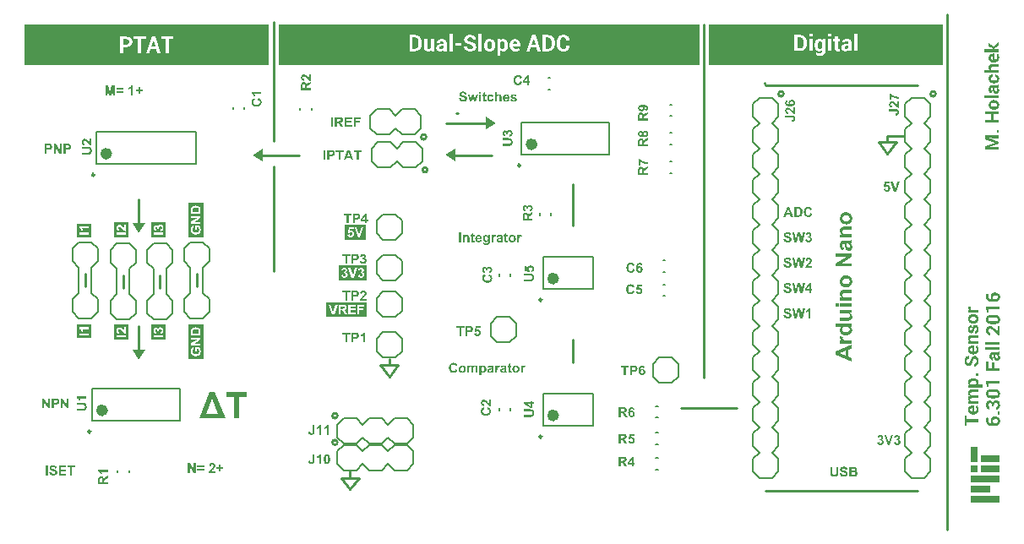
<source format=gto>
G04 Layer_Color=65535*
%FSLAX25Y25*%
%MOIN*%
G70*
G01*
G75*
%ADD27C,0.01000*%
%ADD28C,0.02362*%
%ADD29C,0.00984*%
%ADD30C,0.00800*%
%ADD31C,0.00787*%
%ADD32C,0.00200*%
G36*
X41150Y71559D02*
X35287D01*
Y77400D01*
X41150D01*
Y71559D01*
D02*
G37*
G36*
X42828Y168000D02*
X42090D01*
Y170781D01*
X42084Y170775D01*
X42073Y170764D01*
X42051Y170747D01*
X42018Y170720D01*
X41979Y170686D01*
X41934Y170653D01*
X41879Y170614D01*
X41818Y170570D01*
X41751Y170525D01*
X41679Y170481D01*
X41601Y170431D01*
X41518Y170387D01*
X41341Y170303D01*
X41141Y170226D01*
Y170892D01*
X41146D01*
X41152Y170897D01*
X41169Y170903D01*
X41191Y170908D01*
X41246Y170936D01*
X41324Y170969D01*
X41418Y171014D01*
X41524Y171075D01*
X41640Y171152D01*
X41763Y171241D01*
X41768Y171247D01*
X41779Y171252D01*
X41796Y171269D01*
X41818Y171291D01*
X41879Y171347D01*
X41946Y171419D01*
X42023Y171508D01*
X42101Y171619D01*
X42173Y171735D01*
X42229Y171863D01*
X42828D01*
Y168000D01*
D02*
G37*
G36*
X70888Y21131D02*
X68202D01*
Y21814D01*
X70888D01*
Y21131D01*
D02*
G37*
G36*
X45603Y170237D02*
X46613D01*
Y169548D01*
X45603D01*
Y168555D01*
X44932D01*
Y169548D01*
X43927D01*
Y170237D01*
X44932D01*
Y171230D01*
X45603D01*
Y170237D01*
D02*
G37*
G36*
X35696Y168000D02*
X34980D01*
X34975Y171019D01*
X34220Y168000D01*
X33471D01*
X32716Y171019D01*
Y168000D01*
X32000D01*
Y171841D01*
X33160D01*
X33848Y169216D01*
X34531Y171841D01*
X35696D01*
Y168000D01*
D02*
G37*
G36*
X41150Y112000D02*
X35287D01*
Y117841D01*
X41150D01*
Y112000D01*
D02*
G37*
G36*
X38999Y168966D02*
X36312D01*
Y169648D01*
X38999D01*
Y168966D01*
D02*
G37*
G36*
X77493Y21237D02*
X78503D01*
Y20548D01*
X77493D01*
Y19555D01*
X76821D01*
Y20548D01*
X75816D01*
Y21237D01*
X76821D01*
Y22230D01*
X77493D01*
Y21237D01*
D02*
G37*
G36*
X74196Y22857D02*
X74246Y22852D01*
X74301Y22846D01*
X74362Y22835D01*
X74429Y22824D01*
X74573Y22785D01*
X74718Y22730D01*
X74795Y22696D01*
X74862Y22658D01*
X74934Y22607D01*
X74995Y22552D01*
X75001Y22546D01*
X75012Y22541D01*
X75023Y22519D01*
X75045Y22497D01*
X75073Y22469D01*
X75100Y22430D01*
X75128Y22391D01*
X75161Y22341D01*
X75217Y22230D01*
X75273Y22102D01*
X75295Y22030D01*
X75306Y21953D01*
X75317Y21869D01*
X75323Y21786D01*
Y21775D01*
Y21742D01*
X75317Y21692D01*
X75311Y21631D01*
X75300Y21553D01*
X75284Y21470D01*
X75261Y21381D01*
X75228Y21292D01*
X75223Y21281D01*
X75212Y21253D01*
X75189Y21203D01*
X75156Y21142D01*
X75117Y21070D01*
X75067Y20987D01*
X75006Y20898D01*
X74934Y20804D01*
X74928Y20798D01*
X74906Y20770D01*
X74873Y20732D01*
X74823Y20676D01*
X74756Y20609D01*
X74673Y20521D01*
X74573Y20426D01*
X74451Y20310D01*
X74446Y20304D01*
X74435Y20299D01*
X74418Y20282D01*
X74396Y20260D01*
X74335Y20204D01*
X74262Y20138D01*
X74190Y20066D01*
X74118Y19994D01*
X74051Y19932D01*
X74029Y19905D01*
X74007Y19883D01*
X74002Y19877D01*
X73990Y19866D01*
X73974Y19844D01*
X73952Y19816D01*
X73902Y19755D01*
X73857Y19683D01*
X75323D01*
Y19000D01*
X72742D01*
Y19005D01*
Y19017D01*
X72747Y19039D01*
X72753Y19067D01*
X72758Y19100D01*
X72764Y19139D01*
X72786Y19239D01*
X72819Y19350D01*
X72864Y19472D01*
X72919Y19605D01*
X72992Y19733D01*
Y19738D01*
X73003Y19749D01*
X73014Y19771D01*
X73036Y19794D01*
X73058Y19832D01*
X73091Y19871D01*
X73130Y19921D01*
X73175Y19977D01*
X73225Y20043D01*
X73286Y20110D01*
X73352Y20188D01*
X73430Y20271D01*
X73513Y20354D01*
X73608Y20449D01*
X73707Y20548D01*
X73818Y20654D01*
X73824Y20660D01*
X73841Y20676D01*
X73863Y20698D01*
X73896Y20732D01*
X73940Y20765D01*
X73985Y20809D01*
X74085Y20909D01*
X74185Y21015D01*
X74285Y21120D01*
X74329Y21165D01*
X74374Y21214D01*
X74407Y21253D01*
X74429Y21287D01*
X74435Y21298D01*
X74451Y21326D01*
X74479Y21370D01*
X74507Y21431D01*
X74534Y21497D01*
X74562Y21575D01*
X74579Y21653D01*
X74584Y21736D01*
Y21742D01*
Y21747D01*
Y21775D01*
X74579Y21825D01*
X74568Y21880D01*
X74551Y21941D01*
X74529Y22003D01*
X74496Y22064D01*
X74451Y22119D01*
X74446Y22125D01*
X74429Y22141D01*
X74396Y22163D01*
X74357Y22186D01*
X74301Y22208D01*
X74240Y22230D01*
X74168Y22247D01*
X74085Y22252D01*
X74046D01*
X74002Y22247D01*
X73952Y22236D01*
X73891Y22219D01*
X73830Y22191D01*
X73769Y22158D01*
X73713Y22114D01*
X73707Y22108D01*
X73691Y22086D01*
X73669Y22052D01*
X73646Y22003D01*
X73619Y21941D01*
X73597Y21858D01*
X73574Y21764D01*
X73563Y21653D01*
X72831Y21725D01*
Y21731D01*
X72836Y21753D01*
Y21780D01*
X72847Y21825D01*
X72853Y21875D01*
X72869Y21930D01*
X72886Y21992D01*
X72903Y22064D01*
X72958Y22202D01*
X73025Y22347D01*
X73069Y22419D01*
X73119Y22485D01*
X73175Y22541D01*
X73236Y22596D01*
X73241Y22602D01*
X73252Y22607D01*
X73269Y22619D01*
X73297Y22641D01*
X73330Y22658D01*
X73374Y22680D01*
X73419Y22707D01*
X73474Y22730D01*
X73535Y22757D01*
X73602Y22780D01*
X73746Y22824D01*
X73918Y22852D01*
X74007Y22857D01*
X74102Y22863D01*
X74157D01*
X74196Y22857D01*
D02*
G37*
G36*
X135064Y80500D02*
X119000D01*
Y86341D01*
X135064D01*
Y80500D01*
D02*
G37*
G36*
X135119Y94928D02*
X124000D01*
Y100863D01*
X135119D01*
Y94928D01*
D02*
G37*
G36*
X134827Y110928D02*
X126500D01*
Y116841D01*
X134827D01*
Y110928D01*
D02*
G37*
G36*
X67553Y19000D02*
X66776D01*
X65216Y21531D01*
Y19000D01*
X64500D01*
Y22841D01*
X65249D01*
X66837Y20254D01*
Y22841D01*
X67553D01*
Y19000D01*
D02*
G37*
G36*
X70888Y19966D02*
X68202D01*
Y20648D01*
X70888D01*
Y19966D01*
D02*
G37*
G36*
X38999Y170131D02*
X36312D01*
Y170814D01*
X38999D01*
Y170131D01*
D02*
G37*
G36*
X326500Y84506D02*
X321856D01*
Y85737D01*
X326500D01*
Y84506D01*
D02*
G37*
G36*
X321237D02*
X320099D01*
Y85737D01*
X321237D01*
Y84506D01*
D02*
G37*
G36*
X55872Y71520D02*
X49937D01*
Y77400D01*
X55872D01*
Y71520D01*
D02*
G37*
G36*
X326500Y89991D02*
X323891D01*
X323734Y89982D01*
X323577Y89973D01*
X323411Y89955D01*
X323272Y89936D01*
X323216Y89927D01*
X323170Y89908D01*
X323161D01*
X323133Y89890D01*
X323096Y89871D01*
X323041Y89843D01*
X322930Y89760D01*
X322874Y89714D01*
X322828Y89649D01*
X322818Y89640D01*
X322809Y89622D01*
X322791Y89584D01*
X322763Y89529D01*
X322735Y89464D01*
X322717Y89399D01*
X322708Y89316D01*
X322698Y89224D01*
Y89214D01*
Y89168D01*
X322708Y89113D01*
X322717Y89039D01*
X322744Y88946D01*
X322772Y88854D01*
X322818Y88752D01*
X322874Y88650D01*
X322883Y88641D01*
X322902Y88613D01*
X322948Y88567D01*
X322994Y88512D01*
X323068Y88456D01*
X323142Y88401D01*
X323244Y88345D01*
X323346Y88308D01*
X323355D01*
X323401Y88289D01*
X323475Y88280D01*
X323586Y88262D01*
X323651Y88253D01*
X323734Y88243D01*
X323817Y88234D01*
X323919D01*
X324021Y88225D01*
X324141Y88216D01*
X326500D01*
Y86985D01*
X321856D01*
Y88123D01*
X322541D01*
X322532Y88132D01*
X322504Y88151D01*
X322467Y88188D01*
X322421Y88234D01*
X322356Y88289D01*
X322291Y88363D01*
X322217Y88447D01*
X322143Y88539D01*
X322078Y88641D01*
X322005Y88761D01*
X321940Y88881D01*
X321875Y89020D01*
X321829Y89168D01*
X321792Y89316D01*
X321764Y89483D01*
X321755Y89649D01*
Y89658D01*
Y89668D01*
Y89714D01*
X321764Y89797D01*
X321773Y89899D01*
X321792Y90010D01*
X321819Y90130D01*
X321856Y90260D01*
X321903Y90389D01*
X321912Y90408D01*
X321931Y90445D01*
X321958Y90509D01*
X322005Y90583D01*
X322060Y90667D01*
X322125Y90750D01*
X322199Y90833D01*
X322282Y90907D01*
X322291Y90917D01*
X322319Y90935D01*
X322365Y90963D01*
X322430Y91000D01*
X322504Y91046D01*
X322597Y91083D01*
X322689Y91120D01*
X322800Y91148D01*
X322809D01*
X322855Y91157D01*
X322920Y91176D01*
X323013Y91185D01*
X323124Y91203D01*
X323272Y91212D01*
X323429Y91222D01*
X326500D01*
Y89991D01*
D02*
G37*
G36*
X87749Y49016D02*
X84728D01*
Y40500D01*
X82655D01*
Y49016D01*
X79619D01*
Y50748D01*
X87749D01*
Y49016D01*
D02*
G37*
G36*
X70572Y64000D02*
X64587D01*
Y77400D01*
X70572D01*
Y64000D01*
D02*
G37*
G36*
X324345Y96966D02*
X324437Y96957D01*
X324539Y96938D01*
X324659Y96920D01*
X324780Y96892D01*
X324918Y96855D01*
X325057Y96809D01*
X325205Y96753D01*
X325353Y96688D01*
X325501Y96605D01*
X325640Y96513D01*
X325779Y96411D01*
X325917Y96291D01*
X325926Y96281D01*
X325945Y96263D01*
X325982Y96226D01*
X326028Y96171D01*
X326075Y96106D01*
X326130Y96022D01*
X326195Y95930D01*
X326259Y95828D01*
X326324Y95708D01*
X326389Y95578D01*
X326445Y95440D01*
X326491Y95283D01*
X326537Y95125D01*
X326574Y94950D01*
X326592Y94774D01*
X326602Y94579D01*
Y94570D01*
Y94552D01*
Y94515D01*
X326592Y94468D01*
Y94413D01*
X326583Y94348D01*
X326565Y94191D01*
X326528Y93997D01*
X326482Y93793D01*
X326408Y93581D01*
X326315Y93358D01*
Y93349D01*
X326306Y93331D01*
X326287Y93303D01*
X326259Y93266D01*
X326195Y93164D01*
X326102Y93035D01*
X325982Y92896D01*
X325834Y92748D01*
X325668Y92609D01*
X325473Y92480D01*
X325464D01*
X325446Y92471D01*
X325418Y92452D01*
X325372Y92434D01*
X325316Y92415D01*
X325251Y92387D01*
X325177Y92360D01*
X325094Y92332D01*
X325002Y92304D01*
X324900Y92276D01*
X324669Y92230D01*
X324400Y92193D01*
X324113Y92184D01*
X324049D01*
X324012Y92193D01*
X323956D01*
X323891Y92202D01*
X323734Y92221D01*
X323558Y92258D01*
X323364Y92313D01*
X323151Y92378D01*
X322939Y92480D01*
X322930D01*
X322911Y92498D01*
X322883Y92507D01*
X322846Y92535D01*
X322744Y92609D01*
X322615Y92702D01*
X322476Y92822D01*
X322328Y92970D01*
X322189Y93137D01*
X322060Y93331D01*
Y93340D01*
X322051Y93358D01*
X322032Y93386D01*
X322014Y93432D01*
X321986Y93479D01*
X321968Y93543D01*
X321940Y93617D01*
X321903Y93691D01*
X321847Y93876D01*
X321801Y94089D01*
X321764Y94320D01*
X321755Y94570D01*
Y94579D01*
Y94617D01*
Y94672D01*
X321764Y94746D01*
X321773Y94839D01*
X321792Y94940D01*
X321810Y95060D01*
X321838Y95181D01*
X321875Y95319D01*
X321921Y95458D01*
X321977Y95597D01*
X322042Y95745D01*
X322125Y95893D01*
X322217Y96032D01*
X322319Y96171D01*
X322439Y96300D01*
X322448Y96309D01*
X322467Y96328D01*
X322513Y96365D01*
X322559Y96402D01*
X322634Y96457D01*
X322708Y96513D01*
X322809Y96578D01*
X322911Y96642D01*
X323031Y96698D01*
X323161Y96763D01*
X323309Y96818D01*
X323457Y96873D01*
X323623Y96911D01*
X323790Y96947D01*
X323975Y96966D01*
X324169Y96975D01*
X324271D01*
X324345Y96966D01*
D02*
G37*
G36*
X26500Y72164D02*
X20637D01*
Y77400D01*
X26500D01*
Y72164D01*
D02*
G37*
G36*
X326500Y68023D02*
X325048Y67468D01*
Y64896D01*
X326500Y64369D01*
Y63000D01*
X320099Y65479D01*
Y66848D01*
X326500Y69419D01*
Y68023D01*
D02*
G37*
G36*
X26500Y112000D02*
X20637D01*
Y117236D01*
X26500D01*
Y112000D01*
D02*
G37*
G36*
X323059Y72657D02*
X323050Y72648D01*
X323031Y72601D01*
X322994Y72546D01*
X322957Y72472D01*
X322920Y72379D01*
X322883Y72287D01*
X322865Y72185D01*
X322855Y72083D01*
Y72074D01*
Y72047D01*
X322865Y71991D01*
X322874Y71935D01*
X322892Y71871D01*
X322920Y71797D01*
X322957Y71723D01*
X323004Y71649D01*
X323013Y71640D01*
X323031Y71621D01*
X323068Y71584D01*
X323124Y71547D01*
X323188Y71501D01*
X323281Y71455D01*
X323392Y71408D01*
X323521Y71371D01*
X323540D01*
X323568Y71362D01*
X323595Y71353D01*
X323642D01*
X323697Y71343D01*
X323771Y71334D01*
X323854Y71325D01*
X323947Y71316D01*
X324067Y71307D01*
X324187Y71297D01*
X324336D01*
X324493Y71288D01*
X324669Y71279D01*
X326500D01*
Y70048D01*
X321856D01*
Y71186D01*
X322513D01*
X322504Y71196D01*
X322448Y71232D01*
X322365Y71288D01*
X322264Y71362D01*
X322162Y71436D01*
X322060Y71529D01*
X321968Y71612D01*
X321903Y71704D01*
X321894Y71714D01*
X321875Y71741D01*
X321856Y71797D01*
X321829Y71861D01*
X321801Y71935D01*
X321773Y72028D01*
X321764Y72120D01*
X321755Y72232D01*
Y72241D01*
Y72250D01*
Y72306D01*
X321764Y72389D01*
X321782Y72491D01*
X321810Y72620D01*
X321856Y72759D01*
X321912Y72897D01*
X321995Y73045D01*
X323059Y72657D01*
D02*
G37*
G36*
X326500Y82111D02*
X325806D01*
X325825Y82101D01*
X325871Y82064D01*
X325936Y82009D01*
X326019Y81925D01*
X326121Y81833D01*
X326213Y81713D01*
X326315Y81583D01*
X326398Y81435D01*
X326408Y81417D01*
X326426Y81361D01*
X326463Y81278D01*
X326500Y81167D01*
X326537Y81037D01*
X326574Y80889D01*
X326592Y80732D01*
X326602Y80566D01*
Y80556D01*
Y80547D01*
Y80519D01*
Y80483D01*
X326592Y80399D01*
X326574Y80288D01*
X326555Y80150D01*
X326519Y80011D01*
X326463Y79863D01*
X326398Y79724D01*
X326389Y79706D01*
X326361Y79668D01*
X326315Y79594D01*
X326250Y79520D01*
X326167Y79428D01*
X326075Y79345D01*
X325954Y79261D01*
X325825Y79188D01*
X325806Y79178D01*
X325760Y79160D01*
X325677Y79132D01*
X325556Y79104D01*
X325409Y79076D01*
X325233Y79049D01*
X325029Y79030D01*
X324798Y79021D01*
X321856D01*
Y80251D01*
X324308D01*
X324502Y80260D01*
X324715Y80270D01*
X324909Y80279D01*
X324992Y80288D01*
X325076Y80297D01*
X325140Y80307D01*
X325186Y80316D01*
X325196D01*
X325223Y80325D01*
X325260Y80344D01*
X325316Y80371D01*
X325372Y80399D01*
X325427Y80445D01*
X325483Y80492D01*
X325538Y80556D01*
X325547Y80566D01*
X325556Y80594D01*
X325575Y80630D01*
X325593Y80686D01*
X325621Y80751D01*
X325640Y80834D01*
X325649Y80917D01*
X325658Y81019D01*
Y81037D01*
Y81075D01*
X325649Y81130D01*
X325640Y81204D01*
X325621Y81296D01*
X325584Y81389D01*
X325547Y81491D01*
X325492Y81583D01*
X325483Y81593D01*
X325464Y81620D01*
X325427Y81666D01*
X325372Y81722D01*
X325307Y81778D01*
X325242Y81833D01*
X325159Y81889D01*
X325066Y81925D01*
X325057D01*
X325011Y81944D01*
X324974D01*
X324927Y81953D01*
X324881Y81963D01*
X324816Y81972D01*
X324733Y81981D01*
X324650Y81990D01*
X324548Y81999D01*
X324428D01*
X324299Y82009D01*
X324150Y82018D01*
X321856D01*
Y83248D01*
X326500D01*
Y82111D01*
D02*
G37*
G36*
X55872Y112000D02*
X49937D01*
Y117879D01*
X55872D01*
Y112000D01*
D02*
G37*
G36*
X326500Y76699D02*
X325825D01*
X325843Y76690D01*
X325889Y76653D01*
X325963Y76588D01*
X326047Y76505D01*
X326139Y76412D01*
X326241Y76292D01*
X326333Y76163D01*
X326417Y76024D01*
X326426Y76006D01*
X326445Y75959D01*
X326472Y75876D01*
X326509Y75783D01*
X326546Y75663D01*
X326574Y75524D01*
X326592Y75386D01*
X326602Y75238D01*
Y75229D01*
Y75201D01*
Y75164D01*
X326592Y75108D01*
X326583Y75034D01*
X326565Y74960D01*
X326546Y74868D01*
X326519Y74766D01*
X326491Y74664D01*
X326445Y74553D01*
X326398Y74442D01*
X326333Y74322D01*
X326259Y74211D01*
X326176Y74091D01*
X326075Y73980D01*
X325963Y73869D01*
X325954Y73860D01*
X325936Y73841D01*
X325899Y73813D01*
X325843Y73786D01*
X325779Y73739D01*
X325695Y73693D01*
X325603Y73637D01*
X325492Y73591D01*
X325372Y73536D01*
X325242Y73480D01*
X325094Y73434D01*
X324937Y73397D01*
X324761Y73360D01*
X324576Y73332D01*
X324382Y73314D01*
X324169Y73304D01*
X324058D01*
X323975Y73314D01*
X323873Y73323D01*
X323762Y73332D01*
X323633Y73351D01*
X323503Y73369D01*
X323207Y73434D01*
X323059Y73480D01*
X322911Y73536D01*
X322763Y73601D01*
X322624Y73674D01*
X322495Y73758D01*
X322375Y73850D01*
X322365Y73860D01*
X322347Y73878D01*
X322319Y73906D01*
X322273Y73952D01*
X322227Y74007D01*
X322180Y74072D01*
X322125Y74146D01*
X322060Y74239D01*
X322005Y74331D01*
X321949Y74442D01*
X321847Y74673D01*
X321810Y74812D01*
X321782Y74951D01*
X321764Y75099D01*
X321755Y75256D01*
Y75266D01*
Y75293D01*
Y75330D01*
X321764Y75386D01*
X321773Y75450D01*
X321792Y75534D01*
X321810Y75617D01*
X321838Y75719D01*
X321866Y75820D01*
X321912Y75932D01*
X321968Y76042D01*
X322023Y76153D01*
X322106Y76274D01*
X322189Y76385D01*
X322291Y76496D01*
X322402Y76607D01*
X320099D01*
Y77837D01*
X326500D01*
Y76699D01*
D02*
G37*
G36*
X128547Y73691D02*
X127415D01*
Y70500D01*
X126638D01*
Y73691D01*
X125500D01*
Y74341D01*
X128547D01*
Y73691D01*
D02*
G37*
G36*
X130528Y74335D02*
X130673D01*
X130828Y74324D01*
X130983Y74313D01*
X131050Y74307D01*
X131117Y74302D01*
X131172Y74291D01*
X131217Y74279D01*
X131222D01*
X131233Y74274D01*
X131250Y74268D01*
X131272Y74263D01*
X131333Y74235D01*
X131411Y74202D01*
X131494Y74152D01*
X131588Y74085D01*
X131677Y74002D01*
X131766Y73902D01*
Y73897D01*
X131777Y73891D01*
X131788Y73874D01*
X131799Y73852D01*
X131822Y73819D01*
X131838Y73786D01*
X131860Y73747D01*
X131883Y73702D01*
X131921Y73591D01*
X131960Y73469D01*
X131982Y73319D01*
X131993Y73159D01*
Y73153D01*
Y73142D01*
Y73125D01*
Y73097D01*
X131988Y73070D01*
Y73031D01*
X131977Y72953D01*
X131960Y72859D01*
X131938Y72753D01*
X131905Y72653D01*
X131860Y72559D01*
X131855Y72548D01*
X131838Y72520D01*
X131810Y72476D01*
X131772Y72420D01*
X131727Y72365D01*
X131666Y72298D01*
X131605Y72237D01*
X131533Y72182D01*
X131522Y72176D01*
X131500Y72159D01*
X131461Y72137D01*
X131411Y72110D01*
X131350Y72076D01*
X131283Y72048D01*
X131211Y72021D01*
X131133Y71999D01*
X131122D01*
X131105Y71993D01*
X131083D01*
X131055Y71987D01*
X131017Y71982D01*
X130978Y71976D01*
X130928D01*
X130878Y71971D01*
X130817Y71965D01*
X130750Y71960D01*
X130678Y71954D01*
X130601D01*
X130517Y71949D01*
X129829D01*
Y70500D01*
X129052D01*
Y74341D01*
X130467D01*
X130528Y74335D01*
D02*
G37*
G36*
X134347Y70500D02*
X133608D01*
Y73281D01*
X133603Y73275D01*
X133592Y73264D01*
X133570Y73247D01*
X133536Y73220D01*
X133498Y73186D01*
X133453Y73153D01*
X133398Y73114D01*
X133337Y73070D01*
X133270Y73025D01*
X133198Y72981D01*
X133120Y72931D01*
X133037Y72887D01*
X132859Y72803D01*
X132659Y72725D01*
Y73391D01*
X132665D01*
X132671Y73397D01*
X132687Y73403D01*
X132709Y73408D01*
X132765Y73436D01*
X132843Y73469D01*
X132937Y73514D01*
X133043Y73575D01*
X133159Y73652D01*
X133281Y73741D01*
X133287Y73747D01*
X133298Y73752D01*
X133314Y73769D01*
X133337Y73791D01*
X133398Y73847D01*
X133464Y73919D01*
X133542Y74008D01*
X133620Y74119D01*
X133692Y74235D01*
X133747Y74363D01*
X134347D01*
Y70500D01*
D02*
G37*
G36*
X129838Y142500D02*
X129000D01*
X128667Y143371D01*
X127124D01*
X126808Y142500D01*
X125986D01*
X127474Y146341D01*
X128295D01*
X129838Y142500D01*
D02*
G37*
G36*
X236282Y25335D02*
X236343D01*
X236404Y25330D01*
X236476D01*
X236620Y25313D01*
X236770Y25296D01*
X236909Y25269D01*
X236970Y25252D01*
X237025Y25235D01*
X237031D01*
X237036Y25230D01*
X237070Y25213D01*
X237120Y25185D01*
X237186Y25152D01*
X237258Y25096D01*
X237331Y25035D01*
X237403Y24958D01*
X237469Y24863D01*
Y24858D01*
X237475Y24852D01*
X237486Y24836D01*
X237497Y24819D01*
X237525Y24763D01*
X237558Y24691D01*
X237586Y24602D01*
X237614Y24502D01*
X237636Y24386D01*
X237641Y24264D01*
Y24258D01*
Y24247D01*
Y24219D01*
X237636Y24192D01*
Y24153D01*
X237630Y24114D01*
X237608Y24014D01*
X237580Y23898D01*
X237536Y23781D01*
X237469Y23659D01*
X237430Y23604D01*
X237386Y23548D01*
X237381Y23542D01*
X237375Y23537D01*
X237358Y23520D01*
X237336Y23504D01*
X237314Y23481D01*
X237281Y23454D01*
X237242Y23426D01*
X237197Y23398D01*
X237147Y23365D01*
X237086Y23337D01*
X237025Y23309D01*
X236959Y23281D01*
X236881Y23254D01*
X236803Y23232D01*
X236720Y23209D01*
X236626Y23193D01*
X236631D01*
X236637Y23187D01*
X236670Y23165D01*
X236715Y23137D01*
X236770Y23098D01*
X236837Y23048D01*
X236903Y22998D01*
X236975Y22938D01*
X237036Y22871D01*
X237042Y22865D01*
X237070Y22838D01*
X237103Y22793D01*
X237153Y22727D01*
X237220Y22643D01*
X237253Y22588D01*
X237292Y22532D01*
X237336Y22471D01*
X237381Y22405D01*
X237430Y22327D01*
X237480Y22249D01*
X237952Y21500D01*
X237020D01*
X236465Y22332D01*
X236459Y22338D01*
X236454Y22355D01*
X236437Y22377D01*
X236415Y22405D01*
X236393Y22438D01*
X236365Y22482D01*
X236304Y22571D01*
X236232Y22671D01*
X236165Y22760D01*
X236104Y22843D01*
X236076Y22871D01*
X236054Y22899D01*
X236049Y22904D01*
X236037Y22915D01*
X236015Y22938D01*
X235987Y22965D01*
X235949Y22987D01*
X235910Y23015D01*
X235865Y23037D01*
X235821Y23059D01*
X235815D01*
X235799Y23065D01*
X235771Y23076D01*
X235727Y23082D01*
X235671Y23093D01*
X235605Y23098D01*
X235527Y23104D01*
X235277D01*
Y21500D01*
X234500D01*
Y25341D01*
X236232D01*
X236282Y25335D01*
D02*
G37*
G36*
X240366Y22915D02*
X240844D01*
Y22271D01*
X240366D01*
Y21500D01*
X239656D01*
Y22271D01*
X238080D01*
Y22910D01*
X239745Y25357D01*
X240366D01*
Y22915D01*
D02*
G37*
G36*
X133029Y145691D02*
X131897D01*
Y142500D01*
X131120D01*
Y145691D01*
X129982D01*
Y146341D01*
X133029D01*
Y145691D01*
D02*
G37*
G36*
X120997Y146335D02*
X121141D01*
X121297Y146324D01*
X121452Y146313D01*
X121519Y146307D01*
X121585Y146302D01*
X121641Y146291D01*
X121685Y146280D01*
X121691D01*
X121702Y146274D01*
X121719Y146268D01*
X121741Y146263D01*
X121802Y146235D01*
X121879Y146202D01*
X121963Y146152D01*
X122057Y146085D01*
X122146Y146002D01*
X122235Y145902D01*
Y145897D01*
X122246Y145891D01*
X122257Y145874D01*
X122268Y145852D01*
X122290Y145819D01*
X122307Y145786D01*
X122329Y145747D01*
X122351Y145702D01*
X122390Y145591D01*
X122429Y145469D01*
X122451Y145319D01*
X122462Y145158D01*
Y145153D01*
Y145142D01*
Y145125D01*
Y145097D01*
X122457Y145070D01*
Y145031D01*
X122446Y144953D01*
X122429Y144859D01*
X122407Y144753D01*
X122373Y144653D01*
X122329Y144559D01*
X122324Y144548D01*
X122307Y144520D01*
X122279Y144476D01*
X122240Y144420D01*
X122196Y144365D01*
X122135Y144298D01*
X122074Y144237D01*
X122002Y144182D01*
X121991Y144176D01*
X121968Y144159D01*
X121929Y144137D01*
X121879Y144109D01*
X121818Y144076D01*
X121752Y144049D01*
X121680Y144021D01*
X121602Y143999D01*
X121591D01*
X121574Y143993D01*
X121552D01*
X121524Y143987D01*
X121485Y143982D01*
X121447Y143976D01*
X121397D01*
X121347Y143971D01*
X121286Y143965D01*
X121219Y143960D01*
X121147Y143954D01*
X121069D01*
X120986Y143949D01*
X120298D01*
Y142500D01*
X119521D01*
Y146341D01*
X120936D01*
X120997Y146335D01*
D02*
G37*
G36*
X238447Y60691D02*
X237315D01*
Y57500D01*
X236538D01*
Y60691D01*
X235400D01*
Y61341D01*
X238447D01*
Y60691D01*
D02*
G37*
G36*
X240428Y61335D02*
X240573D01*
X240728Y61324D01*
X240883Y61313D01*
X240950Y61307D01*
X241017Y61302D01*
X241072Y61291D01*
X241116Y61279D01*
X241122D01*
X241133Y61274D01*
X241150Y61268D01*
X241172Y61263D01*
X241233Y61235D01*
X241311Y61202D01*
X241394Y61152D01*
X241488Y61085D01*
X241577Y61002D01*
X241666Y60902D01*
Y60897D01*
X241677Y60891D01*
X241688Y60874D01*
X241699Y60852D01*
X241722Y60819D01*
X241738Y60786D01*
X241760Y60747D01*
X241782Y60702D01*
X241821Y60591D01*
X241860Y60469D01*
X241882Y60319D01*
X241894Y60158D01*
Y60153D01*
Y60142D01*
Y60125D01*
Y60097D01*
X241888Y60070D01*
Y60031D01*
X241877Y59953D01*
X241860Y59859D01*
X241838Y59753D01*
X241805Y59653D01*
X241760Y59559D01*
X241755Y59548D01*
X241738Y59520D01*
X241710Y59476D01*
X241671Y59420D01*
X241627Y59365D01*
X241566Y59298D01*
X241505Y59237D01*
X241433Y59182D01*
X241422Y59176D01*
X241400Y59159D01*
X241361Y59137D01*
X241311Y59109D01*
X241250Y59076D01*
X241183Y59048D01*
X241111Y59021D01*
X241033Y58999D01*
X241022D01*
X241005Y58993D01*
X240983D01*
X240955Y58987D01*
X240917Y58982D01*
X240878Y58976D01*
X240828D01*
X240778Y58971D01*
X240717Y58965D01*
X240650Y58960D01*
X240578Y58954D01*
X240500D01*
X240417Y58949D01*
X239729D01*
Y57500D01*
X238952D01*
Y61341D01*
X240367D01*
X240428Y61335D01*
D02*
G37*
G36*
X179891Y76102D02*
X178498D01*
X178381Y75448D01*
X178387D01*
X178392Y75453D01*
X178425Y75470D01*
X178475Y75486D01*
X178536Y75514D01*
X178614Y75536D01*
X178697Y75553D01*
X178792Y75570D01*
X178886Y75575D01*
X178936D01*
X178969Y75570D01*
X179008Y75564D01*
X179058Y75559D01*
X179114Y75547D01*
X179175Y75531D01*
X179302Y75486D01*
X179375Y75459D01*
X179441Y75425D01*
X179513Y75381D01*
X179585Y75331D01*
X179652Y75275D01*
X179719Y75214D01*
X179724Y75209D01*
X179735Y75198D01*
X179752Y75176D01*
X179774Y75148D01*
X179796Y75115D01*
X179830Y75070D01*
X179857Y75020D01*
X179891Y74965D01*
X179924Y74904D01*
X179952Y74831D01*
X179985Y74754D01*
X180007Y74676D01*
X180029Y74587D01*
X180046Y74493D01*
X180057Y74393D01*
X180063Y74288D01*
Y74282D01*
Y74265D01*
Y74243D01*
X180057Y74210D01*
Y74165D01*
X180046Y74116D01*
X180041Y74060D01*
X180029Y74005D01*
X179996Y73871D01*
X179946Y73727D01*
X179913Y73649D01*
X179879Y73577D01*
X179835Y73505D01*
X179785Y73433D01*
X179780Y73427D01*
X179769Y73411D01*
X179746Y73388D01*
X179719Y73355D01*
X179680Y73316D01*
X179630Y73272D01*
X179574Y73228D01*
X179513Y73183D01*
X179441Y73133D01*
X179363Y73089D01*
X179280Y73044D01*
X179186Y73006D01*
X179086Y72972D01*
X178980Y72950D01*
X178864Y72933D01*
X178742Y72928D01*
X178692D01*
X178653Y72933D01*
X178609Y72939D01*
X178553Y72944D01*
X178498Y72950D01*
X178431Y72961D01*
X178298Y72994D01*
X178148Y73050D01*
X178076Y73078D01*
X178004Y73116D01*
X177937Y73161D01*
X177870Y73211D01*
X177865Y73216D01*
X177854Y73222D01*
X177837Y73239D01*
X177815Y73261D01*
X177793Y73294D01*
X177759Y73327D01*
X177732Y73366D01*
X177698Y73411D01*
X177659Y73466D01*
X177626Y73522D01*
X177565Y73655D01*
X177510Y73805D01*
X177493Y73888D01*
X177476Y73977D01*
X178209Y74054D01*
Y74043D01*
X178215Y74016D01*
X178226Y73966D01*
X178242Y73910D01*
X178264Y73849D01*
X178298Y73783D01*
X178342Y73721D01*
X178392Y73660D01*
X178398Y73655D01*
X178420Y73638D01*
X178453Y73616D01*
X178498Y73588D01*
X178548Y73561D01*
X178609Y73538D01*
X178681Y73522D01*
X178753Y73516D01*
X178764D01*
X178792Y73522D01*
X178836Y73527D01*
X178892Y73538D01*
X178953Y73561D01*
X179019Y73594D01*
X179086Y73644D01*
X179147Y73705D01*
X179152Y73716D01*
X179175Y73738D01*
X179197Y73783D01*
X179230Y73849D01*
X179258Y73927D01*
X179286Y74021D01*
X179302Y74138D01*
X179308Y74271D01*
Y74277D01*
Y74288D01*
Y74304D01*
Y74332D01*
X179302Y74393D01*
X179286Y74471D01*
X179269Y74560D01*
X179241Y74648D01*
X179202Y74732D01*
X179147Y74804D01*
X179141Y74809D01*
X179119Y74831D01*
X179080Y74859D01*
X179036Y74898D01*
X178975Y74931D01*
X178903Y74959D01*
X178820Y74981D01*
X178731Y74987D01*
X178697D01*
X178675Y74981D01*
X178620Y74970D01*
X178542Y74954D01*
X178453Y74920D01*
X178359Y74870D01*
X178309Y74837D01*
X178259Y74798D01*
X178209Y74754D01*
X178159Y74704D01*
X177565Y74787D01*
X177943Y76791D01*
X179891D01*
Y76102D01*
D02*
G37*
G36*
X125875Y145691D02*
X124743D01*
Y142500D01*
X123966D01*
Y145691D01*
X122828D01*
Y146341D01*
X125875D01*
Y145691D01*
D02*
G37*
G36*
X173547Y76191D02*
X172415D01*
Y73000D01*
X171638D01*
Y76191D01*
X170500D01*
Y76841D01*
X173547D01*
Y76191D01*
D02*
G37*
G36*
X175528Y76835D02*
X175673D01*
X175828Y76824D01*
X175983Y76813D01*
X176050Y76807D01*
X176117Y76802D01*
X176172Y76791D01*
X176216Y76780D01*
X176222D01*
X176233Y76774D01*
X176250Y76768D01*
X176272Y76763D01*
X176333Y76735D01*
X176411Y76702D01*
X176494Y76652D01*
X176588Y76585D01*
X176677Y76502D01*
X176766Y76402D01*
Y76397D01*
X176777Y76391D01*
X176788Y76374D01*
X176799Y76352D01*
X176821Y76319D01*
X176838Y76286D01*
X176860Y76247D01*
X176883Y76202D01*
X176921Y76091D01*
X176960Y75969D01*
X176982Y75819D01*
X176994Y75659D01*
Y75653D01*
Y75642D01*
Y75625D01*
Y75597D01*
X176988Y75570D01*
Y75531D01*
X176977Y75453D01*
X176960Y75359D01*
X176938Y75253D01*
X176905Y75153D01*
X176860Y75059D01*
X176855Y75048D01*
X176838Y75020D01*
X176810Y74976D01*
X176771Y74920D01*
X176727Y74865D01*
X176666Y74798D01*
X176605Y74737D01*
X176533Y74682D01*
X176522Y74676D01*
X176499Y74660D01*
X176461Y74637D01*
X176411Y74610D01*
X176350Y74576D01*
X176283Y74549D01*
X176211Y74521D01*
X176133Y74498D01*
X176122D01*
X176105Y74493D01*
X176083D01*
X176056Y74487D01*
X176017Y74482D01*
X175978Y74476D01*
X175928D01*
X175878Y74471D01*
X175817Y74465D01*
X175750Y74460D01*
X175678Y74454D01*
X175601D01*
X175517Y74449D01*
X174829D01*
Y73000D01*
X174052D01*
Y76841D01*
X175467D01*
X175528Y76835D01*
D02*
G37*
G36*
X183434Y100366D02*
X183479Y100360D01*
X183529Y100349D01*
X183590Y100338D01*
X183651Y100327D01*
X183784Y100283D01*
X183856Y100249D01*
X183934Y100216D01*
X184006Y100172D01*
X184078Y100122D01*
X184150Y100066D01*
X184217Y99999D01*
X184222Y99994D01*
X184234Y99983D01*
X184250Y99961D01*
X184273Y99933D01*
X184300Y99894D01*
X184328Y99855D01*
X184361Y99800D01*
X184395Y99744D01*
X184428Y99683D01*
X184461Y99611D01*
X184489Y99533D01*
X184517Y99456D01*
X184539Y99367D01*
X184555Y99278D01*
X184567Y99178D01*
X184572Y99078D01*
Y99073D01*
Y99056D01*
Y99028D01*
X184567Y98989D01*
X184561Y98945D01*
X184555Y98895D01*
X184544Y98840D01*
X184533Y98773D01*
X184500Y98640D01*
X184444Y98496D01*
X184411Y98418D01*
X184372Y98351D01*
X184322Y98279D01*
X184273Y98212D01*
X184267Y98207D01*
X184256Y98196D01*
X184239Y98179D01*
X184217Y98157D01*
X184189Y98129D01*
X184150Y98101D01*
X184111Y98068D01*
X184062Y98035D01*
X184006Y98001D01*
X183950Y97963D01*
X183817Y97902D01*
X183662Y97852D01*
X183579Y97830D01*
X183490Y97818D01*
X183401Y98529D01*
X183412D01*
X183446Y98534D01*
X183495Y98545D01*
X183556Y98562D01*
X183623Y98590D01*
X183695Y98618D01*
X183762Y98662D01*
X183823Y98712D01*
X183828Y98717D01*
X183845Y98740D01*
X183867Y98773D01*
X183889Y98812D01*
X183917Y98867D01*
X183940Y98928D01*
X183956Y98995D01*
X183962Y99073D01*
Y99084D01*
X183956Y99111D01*
X183950Y99150D01*
X183940Y99206D01*
X183917Y99267D01*
X183889Y99328D01*
X183845Y99395D01*
X183790Y99456D01*
X183784Y99461D01*
X183756Y99483D01*
X183718Y99506D01*
X183668Y99539D01*
X183601Y99567D01*
X183518Y99594D01*
X183423Y99611D01*
X183318Y99617D01*
X183273D01*
X183223Y99611D01*
X183157Y99600D01*
X183085Y99578D01*
X183013Y99550D01*
X182940Y99511D01*
X182874Y99461D01*
X182868Y99456D01*
X182846Y99433D01*
X182818Y99400D01*
X182791Y99361D01*
X182757Y99306D01*
X182735Y99245D01*
X182713Y99178D01*
X182707Y99101D01*
Y99095D01*
Y99073D01*
Y99045D01*
X182713Y99006D01*
X182719Y98956D01*
X182729Y98895D01*
X182746Y98834D01*
X182763Y98762D01*
X182169Y98840D01*
Y98845D01*
Y98851D01*
Y98867D01*
Y98889D01*
X182163Y98945D01*
X182158Y99012D01*
X182141Y99084D01*
X182119Y99161D01*
X182086Y99234D01*
X182041Y99300D01*
X182036Y99306D01*
X182014Y99328D01*
X181986Y99350D01*
X181941Y99383D01*
X181892Y99411D01*
X181830Y99439D01*
X181758Y99456D01*
X181675Y99461D01*
X181642D01*
X181608Y99456D01*
X181564Y99445D01*
X181514Y99433D01*
X181464Y99411D01*
X181409Y99383D01*
X181364Y99345D01*
X181359Y99339D01*
X181348Y99322D01*
X181325Y99300D01*
X181303Y99261D01*
X181287Y99217D01*
X181264Y99167D01*
X181253Y99101D01*
X181248Y99034D01*
Y99028D01*
Y99001D01*
X181253Y98967D01*
X181264Y98923D01*
X181281Y98873D01*
X181303Y98817D01*
X181336Y98762D01*
X181381Y98712D01*
X181386Y98706D01*
X181403Y98690D01*
X181436Y98668D01*
X181481Y98640D01*
X181531Y98612D01*
X181597Y98590D01*
X181675Y98568D01*
X181764Y98551D01*
X181653Y97874D01*
X181647D01*
X181636Y97879D01*
X181620D01*
X181592Y97885D01*
X181531Y97902D01*
X181448Y97924D01*
X181359Y97957D01*
X181264Y97990D01*
X181175Y98035D01*
X181092Y98085D01*
X181081Y98090D01*
X181059Y98112D01*
X181020Y98146D01*
X180970Y98190D01*
X180920Y98246D01*
X180865Y98312D01*
X180809Y98396D01*
X180759Y98484D01*
Y98490D01*
X180754Y98496D01*
X180743Y98529D01*
X180720Y98584D01*
X180698Y98651D01*
X180676Y98734D01*
X180654Y98834D01*
X180643Y98940D01*
X180637Y99056D01*
Y99062D01*
Y99078D01*
Y99106D01*
X180643Y99145D01*
X180648Y99195D01*
X180654Y99245D01*
X180665Y99306D01*
X180682Y99367D01*
X180720Y99506D01*
X180748Y99578D01*
X180787Y99655D01*
X180826Y99728D01*
X180870Y99794D01*
X180926Y99866D01*
X180987Y99927D01*
X180992Y99933D01*
X180998Y99938D01*
X181015Y99955D01*
X181037Y99972D01*
X181092Y100016D01*
X181170Y100066D01*
X181264Y100116D01*
X181375Y100155D01*
X181498Y100188D01*
X181559Y100194D01*
X181625Y100199D01*
X181647D01*
X181675Y100194D01*
X181708Y100188D01*
X181753Y100183D01*
X181803Y100172D01*
X181858Y100155D01*
X181919Y100133D01*
X181980Y100100D01*
X182047Y100066D01*
X182114Y100022D01*
X182180Y99966D01*
X182247Y99900D01*
X182313Y99827D01*
X182374Y99744D01*
X182435Y99644D01*
Y99650D01*
X182441Y99661D01*
Y99678D01*
X182452Y99700D01*
X182469Y99761D01*
X182502Y99833D01*
X182546Y99916D01*
X182602Y100005D01*
X182674Y100094D01*
X182757Y100172D01*
X182768Y100183D01*
X182802Y100205D01*
X182852Y100233D01*
X182924Y100271D01*
X183007Y100310D01*
X183113Y100338D01*
X183223Y100360D01*
X183351Y100371D01*
X183401D01*
X183434Y100366D01*
D02*
G37*
G36*
X117000Y34000D02*
X116262D01*
Y36781D01*
X116257Y36775D01*
X116246Y36764D01*
X116224Y36747D01*
X116190Y36720D01*
X116151Y36686D01*
X116107Y36653D01*
X116051Y36614D01*
X115990Y36570D01*
X115924Y36525D01*
X115852Y36481D01*
X115774Y36431D01*
X115691Y36386D01*
X115513Y36303D01*
X115313Y36226D01*
Y36892D01*
X115319D01*
X115324Y36897D01*
X115341Y36903D01*
X115363Y36908D01*
X115419Y36936D01*
X115497Y36969D01*
X115591Y37014D01*
X115696Y37075D01*
X115813Y37152D01*
X115935Y37241D01*
X115940Y37247D01*
X115952Y37252D01*
X115968Y37269D01*
X115990Y37291D01*
X116051Y37347D01*
X116118Y37419D01*
X116196Y37508D01*
X116273Y37619D01*
X116346Y37735D01*
X116401Y37863D01*
X117000D01*
Y34000D01*
D02*
G37*
G36*
X119986D02*
X119248D01*
Y36781D01*
X119243Y36775D01*
X119232Y36764D01*
X119209Y36747D01*
X119176Y36720D01*
X119137Y36686D01*
X119093Y36653D01*
X119037Y36614D01*
X118976Y36570D01*
X118910Y36525D01*
X118838Y36481D01*
X118760Y36431D01*
X118677Y36386D01*
X118499Y36303D01*
X118299Y36226D01*
Y36892D01*
X118305D01*
X118310Y36897D01*
X118327Y36903D01*
X118349Y36908D01*
X118405Y36936D01*
X118482Y36969D01*
X118577Y37014D01*
X118682Y37075D01*
X118799Y37152D01*
X118921Y37241D01*
X118926Y37247D01*
X118938Y37252D01*
X118954Y37269D01*
X118976Y37291D01*
X119037Y37347D01*
X119104Y37419D01*
X119182Y37508D01*
X119259Y37619D01*
X119332Y37735D01*
X119387Y37863D01*
X119986D01*
Y34000D01*
D02*
G37*
G36*
X114459Y35404D02*
Y35399D01*
Y35382D01*
Y35360D01*
Y35326D01*
Y35288D01*
X114453Y35238D01*
X114448Y35132D01*
X114436Y35016D01*
X114420Y34894D01*
X114398Y34771D01*
X114370Y34666D01*
Y34660D01*
X114364Y34649D01*
X114359Y34633D01*
X114348Y34611D01*
X114320Y34549D01*
X114276Y34472D01*
X114220Y34389D01*
X114148Y34300D01*
X114065Y34211D01*
X113959Y34128D01*
X113954D01*
X113948Y34117D01*
X113931Y34111D01*
X113904Y34094D01*
X113876Y34083D01*
X113843Y34067D01*
X113798Y34044D01*
X113754Y34028D01*
X113698Y34011D01*
X113643Y33989D01*
X113510Y33961D01*
X113354Y33939D01*
X113182Y33928D01*
X113127D01*
X113088Y33933D01*
X113038Y33939D01*
X112988Y33944D01*
X112927Y33956D01*
X112860Y33967D01*
X112716Y34005D01*
X112644Y34033D01*
X112572Y34061D01*
X112499Y34100D01*
X112433Y34139D01*
X112366Y34189D01*
X112305Y34244D01*
X112300Y34250D01*
X112294Y34261D01*
X112277Y34277D01*
X112255Y34305D01*
X112233Y34339D01*
X112211Y34377D01*
X112183Y34427D01*
X112155Y34477D01*
X112122Y34544D01*
X112094Y34611D01*
X112072Y34688D01*
X112050Y34771D01*
X112028Y34860D01*
X112011Y34960D01*
X112005Y35066D01*
X112000Y35177D01*
X112738Y35260D01*
Y35254D01*
Y35243D01*
Y35227D01*
X112744Y35204D01*
Y35149D01*
X112755Y35077D01*
X112766Y34999D01*
X112783Y34921D01*
X112805Y34855D01*
X112832Y34794D01*
X112838Y34782D01*
X112855Y34760D01*
X112882Y34727D01*
X112927Y34694D01*
X112977Y34655D01*
X113043Y34622D01*
X113121Y34599D01*
X113210Y34588D01*
X113254D01*
X113299Y34594D01*
X113349Y34605D01*
X113410Y34622D01*
X113471Y34649D01*
X113526Y34683D01*
X113571Y34733D01*
X113576Y34738D01*
X113587Y34766D01*
X113604Y34805D01*
X113626Y34866D01*
X113637Y34905D01*
X113648Y34949D01*
X113654Y34999D01*
X113665Y35054D01*
X113671Y35121D01*
X113676Y35188D01*
X113682Y35265D01*
Y35349D01*
Y37841D01*
X114459D01*
Y35404D01*
D02*
G37*
G36*
X121777Y155500D02*
X121000D01*
Y159341D01*
X121777D01*
Y155500D01*
D02*
G37*
G36*
X132611Y158691D02*
X130751D01*
Y157781D01*
X132355D01*
Y157132D01*
X130751D01*
Y155500D01*
X129974D01*
Y159341D01*
X132611D01*
Y158691D01*
D02*
G37*
G36*
X129242D02*
X127172D01*
Y157842D01*
X129097D01*
Y157193D01*
X127172D01*
Y156149D01*
X129314D01*
Y155500D01*
X126395D01*
Y159341D01*
X129242D01*
Y158691D01*
D02*
G37*
G36*
X124302Y159335D02*
X124363D01*
X124424Y159329D01*
X124496D01*
X124641Y159313D01*
X124791Y159296D01*
X124929Y159268D01*
X124990Y159252D01*
X125046Y159235D01*
X125051D01*
X125057Y159230D01*
X125090Y159213D01*
X125140Y159185D01*
X125207Y159152D01*
X125279Y159096D01*
X125351Y159035D01*
X125423Y158958D01*
X125490Y158863D01*
Y158858D01*
X125496Y158852D01*
X125507Y158835D01*
X125518Y158819D01*
X125546Y158763D01*
X125579Y158691D01*
X125607Y158602D01*
X125634Y158502D01*
X125656Y158386D01*
X125662Y158264D01*
Y158258D01*
Y158247D01*
Y158220D01*
X125656Y158192D01*
Y158153D01*
X125651Y158114D01*
X125629Y158014D01*
X125601Y157898D01*
X125557Y157781D01*
X125490Y157659D01*
X125451Y157603D01*
X125407Y157548D01*
X125401Y157542D01*
X125396Y157537D01*
X125379Y157520D01*
X125357Y157503D01*
X125335Y157481D01*
X125301Y157454D01*
X125262Y157426D01*
X125218Y157398D01*
X125168Y157365D01*
X125107Y157337D01*
X125046Y157309D01*
X124979Y157281D01*
X124902Y157254D01*
X124824Y157232D01*
X124741Y157209D01*
X124646Y157193D01*
X124652D01*
X124657Y157187D01*
X124691Y157165D01*
X124735Y157137D01*
X124791Y157098D01*
X124857Y157048D01*
X124924Y156999D01*
X124996Y156937D01*
X125057Y156871D01*
X125063Y156865D01*
X125090Y156838D01*
X125124Y156793D01*
X125174Y156727D01*
X125240Y156643D01*
X125274Y156588D01*
X125312Y156532D01*
X125357Y156471D01*
X125401Y156405D01*
X125451Y156327D01*
X125501Y156249D01*
X125973Y155500D01*
X125040D01*
X124485Y156333D01*
X124480Y156338D01*
X124474Y156355D01*
X124458Y156377D01*
X124435Y156405D01*
X124413Y156438D01*
X124385Y156482D01*
X124325Y156571D01*
X124252Y156671D01*
X124186Y156760D01*
X124125Y156843D01*
X124097Y156871D01*
X124075Y156899D01*
X124069Y156904D01*
X124058Y156915D01*
X124036Y156937D01*
X124008Y156965D01*
X123969Y156987D01*
X123930Y157015D01*
X123886Y157037D01*
X123842Y157060D01*
X123836D01*
X123819Y157065D01*
X123792Y157076D01*
X123747Y157082D01*
X123692Y157093D01*
X123625Y157098D01*
X123547Y157104D01*
X123298D01*
Y155500D01*
X122521D01*
Y159341D01*
X124252D01*
X124302Y159335D01*
D02*
G37*
G36*
X199005Y173415D02*
X199482D01*
Y172772D01*
X199005D01*
Y172000D01*
X198295D01*
Y172772D01*
X196719D01*
Y173410D01*
X198383Y175857D01*
X199005D01*
Y173415D01*
D02*
G37*
G36*
X194909Y175907D02*
X194970Y175902D01*
X195037Y175891D01*
X195115Y175879D01*
X195198Y175863D01*
X195287Y175841D01*
X195381Y175813D01*
X195475Y175779D01*
X195575Y175735D01*
X195670Y175691D01*
X195758Y175635D01*
X195853Y175569D01*
X195936Y175496D01*
X195941D01*
X195947Y175485D01*
X195964Y175469D01*
X195980Y175452D01*
X196002Y175424D01*
X196025Y175391D01*
X196086Y175313D01*
X196147Y175213D01*
X196213Y175091D01*
X196274Y174953D01*
X196330Y174792D01*
X195564Y174609D01*
Y174614D01*
X195559Y174620D01*
Y174636D01*
X195547Y174658D01*
X195531Y174708D01*
X195503Y174775D01*
X195464Y174853D01*
X195414Y174930D01*
X195348Y175008D01*
X195275Y175075D01*
X195264Y175080D01*
X195237Y175102D01*
X195192Y175130D01*
X195131Y175163D01*
X195054Y175197D01*
X194965Y175224D01*
X194865Y175247D01*
X194754Y175252D01*
X194715D01*
X194682Y175247D01*
X194648Y175241D01*
X194604Y175236D01*
X194510Y175213D01*
X194399Y175175D01*
X194282Y175119D01*
X194221Y175086D01*
X194166Y175047D01*
X194110Y174997D01*
X194060Y174942D01*
Y174936D01*
X194049Y174925D01*
X194038Y174908D01*
X194021Y174880D01*
X193999Y174847D01*
X193977Y174808D01*
X193955Y174758D01*
X193932Y174703D01*
X193905Y174636D01*
X193882Y174564D01*
X193860Y174481D01*
X193838Y174392D01*
X193821Y174292D01*
X193810Y174187D01*
X193805Y174070D01*
X193799Y173942D01*
Y173937D01*
Y173909D01*
Y173870D01*
X193805Y173826D01*
Y173765D01*
X193816Y173693D01*
X193821Y173621D01*
X193833Y173537D01*
X193866Y173365D01*
X193910Y173193D01*
X193938Y173110D01*
X193977Y173032D01*
X194016Y172960D01*
X194060Y172899D01*
X194066Y172894D01*
X194071Y172888D01*
X194088Y172871D01*
X194110Y172849D01*
X194166Y172805D01*
X194243Y172749D01*
X194338Y172688D01*
X194454Y172644D01*
X194587Y172605D01*
X194659Y172599D01*
X194737Y172594D01*
X194765D01*
X194787Y172599D01*
X194848Y172605D01*
X194920Y172616D01*
X194998Y172644D01*
X195087Y172677D01*
X195176Y172722D01*
X195264Y172788D01*
X195275Y172799D01*
X195303Y172827D01*
X195342Y172871D01*
X195387Y172938D01*
X195442Y173027D01*
X195492Y173132D01*
X195542Y173260D01*
X195586Y173410D01*
X196341Y173177D01*
Y173171D01*
X196335Y173149D01*
X196325Y173116D01*
X196308Y173071D01*
X196286Y173021D01*
X196263Y172960D01*
X196236Y172894D01*
X196202Y172821D01*
X196125Y172672D01*
X196025Y172516D01*
X195903Y172366D01*
X195836Y172300D01*
X195764Y172239D01*
X195758Y172233D01*
X195747Y172228D01*
X195725Y172211D01*
X195692Y172189D01*
X195653Y172167D01*
X195603Y172144D01*
X195547Y172117D01*
X195486Y172089D01*
X195414Y172055D01*
X195337Y172028D01*
X195253Y172005D01*
X195165Y171983D01*
X195070Y171961D01*
X194965Y171944D01*
X194859Y171939D01*
X194743Y171933D01*
X194709D01*
X194671Y171939D01*
X194615Y171944D01*
X194554Y171950D01*
X194476Y171961D01*
X194393Y171978D01*
X194299Y172000D01*
X194204Y172028D01*
X194104Y172061D01*
X193999Y172105D01*
X193894Y172155D01*
X193788Y172211D01*
X193683Y172283D01*
X193583Y172361D01*
X193488Y172455D01*
X193483Y172461D01*
X193466Y172477D01*
X193444Y172511D01*
X193411Y172549D01*
X193377Y172605D01*
X193333Y172666D01*
X193289Y172744D01*
X193244Y172833D01*
X193200Y172927D01*
X193155Y173032D01*
X193111Y173154D01*
X193078Y173282D01*
X193044Y173415D01*
X193022Y173565D01*
X193006Y173721D01*
X193000Y173887D01*
Y173893D01*
Y173898D01*
Y173931D01*
X193006Y173981D01*
Y174048D01*
X193017Y174126D01*
X193028Y174220D01*
X193039Y174320D01*
X193061Y174436D01*
X193089Y174553D01*
X193122Y174675D01*
X193161Y174797D01*
X193211Y174925D01*
X193266Y175047D01*
X193333Y175163D01*
X193405Y175275D01*
X193494Y175380D01*
X193500Y175385D01*
X193516Y175402D01*
X193544Y175430D01*
X193583Y175463D01*
X193633Y175502D01*
X193694Y175547D01*
X193760Y175596D01*
X193844Y175646D01*
X193932Y175696D01*
X194027Y175746D01*
X194138Y175791D01*
X194249Y175830D01*
X194376Y175863D01*
X194504Y175891D01*
X194648Y175907D01*
X194793Y175913D01*
X194859D01*
X194909Y175907D01*
D02*
G37*
G36*
X183351Y97336D02*
X183384Y97325D01*
X183429Y97308D01*
X183479Y97286D01*
X183540Y97263D01*
X183606Y97236D01*
X183679Y97202D01*
X183828Y97125D01*
X183984Y97025D01*
X184134Y96903D01*
X184200Y96836D01*
X184261Y96764D01*
X184267Y96758D01*
X184273Y96747D01*
X184289Y96725D01*
X184311Y96692D01*
X184334Y96653D01*
X184356Y96603D01*
X184383Y96548D01*
X184411Y96486D01*
X184444Y96414D01*
X184472Y96337D01*
X184494Y96253D01*
X184517Y96165D01*
X184539Y96070D01*
X184555Y95965D01*
X184561Y95859D01*
X184567Y95743D01*
Y95732D01*
Y95709D01*
X184561Y95671D01*
X184555Y95615D01*
X184550Y95554D01*
X184539Y95476D01*
X184522Y95393D01*
X184500Y95299D01*
X184472Y95204D01*
X184439Y95104D01*
X184395Y94999D01*
X184345Y94894D01*
X184289Y94788D01*
X184217Y94683D01*
X184139Y94583D01*
X184045Y94488D01*
X184039Y94483D01*
X184023Y94466D01*
X183989Y94444D01*
X183950Y94411D01*
X183895Y94377D01*
X183834Y94333D01*
X183756Y94289D01*
X183668Y94244D01*
X183573Y94200D01*
X183468Y94155D01*
X183346Y94111D01*
X183218Y94078D01*
X183085Y94044D01*
X182935Y94022D01*
X182780Y94006D01*
X182613Y94000D01*
X182569D01*
X182519Y94006D01*
X182452D01*
X182374Y94017D01*
X182280Y94028D01*
X182180Y94039D01*
X182064Y94061D01*
X181947Y94089D01*
X181825Y94122D01*
X181703Y94161D01*
X181575Y94211D01*
X181453Y94266D01*
X181336Y94333D01*
X181226Y94405D01*
X181120Y94494D01*
X181114Y94499D01*
X181098Y94516D01*
X181070Y94544D01*
X181037Y94583D01*
X180998Y94633D01*
X180954Y94694D01*
X180904Y94760D01*
X180854Y94844D01*
X180804Y94932D01*
X180754Y95027D01*
X180709Y95138D01*
X180670Y95249D01*
X180637Y95376D01*
X180609Y95504D01*
X180593Y95648D01*
X180587Y95793D01*
Y95798D01*
Y95826D01*
Y95859D01*
X180593Y95909D01*
X180598Y95970D01*
X180609Y96037D01*
X180621Y96114D01*
X180637Y96198D01*
X180659Y96287D01*
X180687Y96381D01*
X180720Y96475D01*
X180765Y96575D01*
X180809Y96670D01*
X180865Y96758D01*
X180931Y96853D01*
X181003Y96936D01*
Y96942D01*
X181015Y96947D01*
X181031Y96964D01*
X181048Y96980D01*
X181076Y97003D01*
X181109Y97025D01*
X181187Y97086D01*
X181287Y97147D01*
X181409Y97214D01*
X181547Y97275D01*
X181708Y97330D01*
X181892Y96564D01*
X181886D01*
X181880Y96559D01*
X181864D01*
X181842Y96548D01*
X181792Y96531D01*
X181725Y96503D01*
X181647Y96464D01*
X181570Y96414D01*
X181492Y96348D01*
X181425Y96276D01*
X181420Y96264D01*
X181398Y96237D01*
X181370Y96192D01*
X181336Y96131D01*
X181303Y96053D01*
X181275Y95965D01*
X181253Y95865D01*
X181248Y95754D01*
Y95748D01*
Y95737D01*
Y95715D01*
X181253Y95682D01*
X181259Y95648D01*
X181264Y95604D01*
X181287Y95510D01*
X181325Y95399D01*
X181381Y95282D01*
X181414Y95221D01*
X181453Y95165D01*
X181503Y95110D01*
X181559Y95060D01*
X181564D01*
X181575Y95049D01*
X181592Y95038D01*
X181620Y95021D01*
X181653Y94999D01*
X181692Y94977D01*
X181742Y94955D01*
X181797Y94932D01*
X181864Y94905D01*
X181936Y94882D01*
X182019Y94860D01*
X182108Y94838D01*
X182208Y94821D01*
X182313Y94810D01*
X182430Y94805D01*
X182557Y94799D01*
X182630D01*
X182674Y94805D01*
X182735D01*
X182807Y94816D01*
X182879Y94821D01*
X182963Y94832D01*
X183135Y94866D01*
X183307Y94910D01*
X183390Y94938D01*
X183468Y94977D01*
X183540Y95016D01*
X183601Y95060D01*
X183606Y95066D01*
X183612Y95071D01*
X183629Y95088D01*
X183651Y95110D01*
X183695Y95165D01*
X183751Y95243D01*
X183812Y95337D01*
X183856Y95454D01*
X183895Y95587D01*
X183901Y95660D01*
X183906Y95737D01*
Y95743D01*
Y95748D01*
Y95765D01*
X183901Y95787D01*
X183895Y95848D01*
X183884Y95920D01*
X183856Y95998D01*
X183823Y96087D01*
X183779Y96176D01*
X183712Y96264D01*
X183701Y96276D01*
X183673Y96303D01*
X183629Y96342D01*
X183562Y96386D01*
X183473Y96442D01*
X183368Y96492D01*
X183240Y96542D01*
X183090Y96586D01*
X183323Y97341D01*
X183329D01*
X183351Y97336D01*
D02*
G37*
G36*
X184000Y45252D02*
X183983D01*
X183961Y45257D01*
X183933Y45263D01*
X183900Y45268D01*
X183861Y45274D01*
X183761Y45296D01*
X183650Y45329D01*
X183528Y45374D01*
X183395Y45429D01*
X183267Y45502D01*
X183262D01*
X183251Y45513D01*
X183229Y45524D01*
X183206Y45546D01*
X183168Y45568D01*
X183129Y45601D01*
X183079Y45640D01*
X183023Y45685D01*
X182957Y45735D01*
X182890Y45796D01*
X182812Y45862D01*
X182729Y45940D01*
X182646Y46023D01*
X182551Y46118D01*
X182451Y46218D01*
X182346Y46328D01*
X182341Y46334D01*
X182324Y46351D01*
X182302Y46373D01*
X182268Y46406D01*
X182235Y46451D01*
X182191Y46495D01*
X182091Y46595D01*
X181985Y46695D01*
X181880Y46795D01*
X181835Y46839D01*
X181786Y46883D01*
X181747Y46917D01*
X181713Y46939D01*
X181702Y46944D01*
X181675Y46961D01*
X181630Y46989D01*
X181569Y47017D01*
X181502Y47045D01*
X181425Y47072D01*
X181347Y47089D01*
X181264Y47094D01*
X181225D01*
X181175Y47089D01*
X181120Y47078D01*
X181059Y47061D01*
X180998Y47039D01*
X180936Y47006D01*
X180881Y46961D01*
X180875Y46956D01*
X180859Y46939D01*
X180836Y46906D01*
X180814Y46867D01*
X180792Y46811D01*
X180770Y46750D01*
X180753Y46678D01*
X180748Y46595D01*
Y46584D01*
Y46556D01*
X180753Y46512D01*
X180764Y46462D01*
X180781Y46401D01*
X180809Y46340D01*
X180842Y46279D01*
X180886Y46223D01*
X180892Y46218D01*
X180914Y46201D01*
X180947Y46179D01*
X180998Y46156D01*
X181059Y46129D01*
X181142Y46106D01*
X181236Y46084D01*
X181347Y46073D01*
X181275Y45341D01*
X181269D01*
X181247Y45346D01*
X181219D01*
X181175Y45357D01*
X181125Y45363D01*
X181070Y45379D01*
X181009Y45396D01*
X180936Y45413D01*
X180798Y45468D01*
X180653Y45535D01*
X180581Y45579D01*
X180515Y45629D01*
X180459Y45685D01*
X180404Y45746D01*
X180398Y45751D01*
X180393Y45762D01*
X180381Y45779D01*
X180359Y45807D01*
X180343Y45840D01*
X180320Y45884D01*
X180293Y45929D01*
X180270Y45984D01*
X180243Y46045D01*
X180220Y46112D01*
X180176Y46256D01*
X180148Y46428D01*
X180143Y46517D01*
X180137Y46611D01*
Y46617D01*
Y46639D01*
Y46667D01*
X180143Y46706D01*
X180148Y46756D01*
X180154Y46811D01*
X180165Y46872D01*
X180176Y46939D01*
X180215Y47083D01*
X180270Y47228D01*
X180304Y47305D01*
X180343Y47372D01*
X180393Y47444D01*
X180448Y47505D01*
X180454Y47511D01*
X180459Y47522D01*
X180481Y47533D01*
X180503Y47555D01*
X180531Y47583D01*
X180570Y47611D01*
X180609Y47638D01*
X180659Y47672D01*
X180770Y47727D01*
X180898Y47783D01*
X180970Y47805D01*
X181047Y47816D01*
X181131Y47827D01*
X181214Y47833D01*
X181258D01*
X181308Y47827D01*
X181369Y47821D01*
X181447Y47810D01*
X181530Y47794D01*
X181619Y47771D01*
X181708Y47738D01*
X181719Y47733D01*
X181747Y47722D01*
X181797Y47699D01*
X181858Y47666D01*
X181930Y47627D01*
X182013Y47577D01*
X182102Y47516D01*
X182196Y47444D01*
X182202Y47438D01*
X182229Y47416D01*
X182268Y47383D01*
X182324Y47333D01*
X182390Y47266D01*
X182479Y47183D01*
X182574Y47083D01*
X182690Y46961D01*
X182696Y46956D01*
X182701Y46944D01*
X182718Y46928D01*
X182740Y46906D01*
X182796Y46845D01*
X182862Y46773D01*
X182934Y46700D01*
X183007Y46628D01*
X183068Y46562D01*
X183095Y46539D01*
X183118Y46517D01*
X183123Y46512D01*
X183134Y46501D01*
X183156Y46484D01*
X183184Y46462D01*
X183245Y46412D01*
X183317Y46367D01*
Y47833D01*
X184000D01*
Y45252D01*
D02*
G37*
G36*
X92351Y166835D02*
X92384Y166824D01*
X92429Y166808D01*
X92479Y166786D01*
X92540Y166763D01*
X92606Y166736D01*
X92679Y166702D01*
X92828Y166625D01*
X92984Y166525D01*
X93134Y166403D01*
X93200Y166336D01*
X93261Y166264D01*
X93267Y166258D01*
X93273Y166247D01*
X93289Y166225D01*
X93311Y166192D01*
X93334Y166153D01*
X93356Y166103D01*
X93384Y166048D01*
X93411Y165986D01*
X93445Y165914D01*
X93472Y165837D01*
X93494Y165753D01*
X93517Y165665D01*
X93539Y165570D01*
X93555Y165465D01*
X93561Y165359D01*
X93567Y165243D01*
Y165232D01*
Y165209D01*
X93561Y165171D01*
X93555Y165115D01*
X93550Y165054D01*
X93539Y164976D01*
X93522Y164893D01*
X93500Y164799D01*
X93472Y164704D01*
X93439Y164604D01*
X93395Y164499D01*
X93345Y164394D01*
X93289Y164288D01*
X93217Y164183D01*
X93139Y164083D01*
X93045Y163988D01*
X93039Y163983D01*
X93023Y163966D01*
X92989Y163944D01*
X92950Y163911D01*
X92895Y163877D01*
X92834Y163833D01*
X92756Y163789D01*
X92668Y163744D01*
X92573Y163700D01*
X92468Y163655D01*
X92346Y163611D01*
X92218Y163578D01*
X92085Y163544D01*
X91935Y163522D01*
X91780Y163505D01*
X91613Y163500D01*
X91569D01*
X91519Y163505D01*
X91452D01*
X91374Y163517D01*
X91280Y163528D01*
X91180Y163539D01*
X91063Y163561D01*
X90947Y163589D01*
X90825Y163622D01*
X90703Y163661D01*
X90575Y163711D01*
X90453Y163766D01*
X90337Y163833D01*
X90225Y163905D01*
X90120Y163994D01*
X90114Y163999D01*
X90098Y164016D01*
X90070Y164044D01*
X90037Y164083D01*
X89998Y164133D01*
X89954Y164194D01*
X89904Y164260D01*
X89854Y164344D01*
X89804Y164432D01*
X89754Y164527D01*
X89709Y164638D01*
X89670Y164749D01*
X89637Y164876D01*
X89609Y165004D01*
X89593Y165148D01*
X89587Y165293D01*
Y165298D01*
Y165326D01*
Y165359D01*
X89593Y165409D01*
X89598Y165470D01*
X89609Y165537D01*
X89621Y165615D01*
X89637Y165698D01*
X89659Y165787D01*
X89687Y165881D01*
X89720Y165975D01*
X89765Y166075D01*
X89809Y166170D01*
X89865Y166258D01*
X89931Y166353D01*
X90004Y166436D01*
Y166442D01*
X90015Y166447D01*
X90031Y166464D01*
X90048Y166480D01*
X90076Y166502D01*
X90109Y166525D01*
X90187Y166586D01*
X90286Y166647D01*
X90409Y166713D01*
X90547Y166774D01*
X90708Y166830D01*
X90891Y166064D01*
X90886D01*
X90880Y166059D01*
X90864D01*
X90842Y166048D01*
X90792Y166031D01*
X90725Y166003D01*
X90647Y165964D01*
X90570Y165914D01*
X90492Y165848D01*
X90425Y165776D01*
X90420Y165764D01*
X90398Y165737D01*
X90370Y165692D01*
X90337Y165631D01*
X90303Y165553D01*
X90276Y165465D01*
X90253Y165365D01*
X90248Y165254D01*
Y165248D01*
Y165237D01*
Y165215D01*
X90253Y165182D01*
X90259Y165148D01*
X90264Y165104D01*
X90286Y165010D01*
X90325Y164899D01*
X90381Y164782D01*
X90414Y164721D01*
X90453Y164665D01*
X90503Y164610D01*
X90558Y164560D01*
X90564D01*
X90575Y164549D01*
X90592Y164538D01*
X90620Y164521D01*
X90653Y164499D01*
X90692Y164477D01*
X90742Y164455D01*
X90797Y164432D01*
X90864Y164405D01*
X90936Y164382D01*
X91019Y164360D01*
X91108Y164338D01*
X91208Y164321D01*
X91313Y164310D01*
X91430Y164305D01*
X91558Y164299D01*
X91630D01*
X91674Y164305D01*
X91735D01*
X91807Y164316D01*
X91879Y164321D01*
X91963Y164332D01*
X92135Y164366D01*
X92307Y164410D01*
X92390Y164438D01*
X92468Y164477D01*
X92540Y164516D01*
X92601Y164560D01*
X92606Y164566D01*
X92612Y164571D01*
X92629Y164588D01*
X92651Y164610D01*
X92695Y164665D01*
X92751Y164743D01*
X92812Y164838D01*
X92856Y164954D01*
X92895Y165087D01*
X92901Y165159D01*
X92906Y165237D01*
Y165243D01*
Y165248D01*
Y165265D01*
X92901Y165287D01*
X92895Y165348D01*
X92884Y165420D01*
X92856Y165498D01*
X92823Y165587D01*
X92778Y165676D01*
X92712Y165764D01*
X92701Y165776D01*
X92673Y165803D01*
X92629Y165842D01*
X92562Y165886D01*
X92473Y165942D01*
X92368Y165992D01*
X92240Y166042D01*
X92090Y166086D01*
X92323Y166841D01*
X92329D01*
X92351Y166835D01*
D02*
G37*
G36*
X93500Y168490D02*
X90719D01*
X90725Y168484D01*
X90736Y168473D01*
X90753Y168451D01*
X90781Y168417D01*
X90814Y168378D01*
X90847Y168334D01*
X90886Y168279D01*
X90930Y168218D01*
X90975Y168151D01*
X91019Y168079D01*
X91069Y168001D01*
X91114Y167918D01*
X91197Y167740D01*
X91274Y167540D01*
X90609D01*
Y167546D01*
X90603Y167552D01*
X90597Y167568D01*
X90592Y167590D01*
X90564Y167646D01*
X90531Y167724D01*
X90486Y167818D01*
X90425Y167923D01*
X90348Y168040D01*
X90259Y168162D01*
X90253Y168168D01*
X90248Y168179D01*
X90231Y168195D01*
X90209Y168218D01*
X90153Y168279D01*
X90081Y168345D01*
X89992Y168423D01*
X89881Y168500D01*
X89765Y168573D01*
X89637Y168628D01*
Y169228D01*
X93500D01*
Y168490D01*
D02*
G37*
G36*
X182851Y44836D02*
X182884Y44824D01*
X182929Y44808D01*
X182979Y44786D01*
X183040Y44763D01*
X183106Y44736D01*
X183179Y44702D01*
X183328Y44625D01*
X183484Y44525D01*
X183634Y44403D01*
X183700Y44336D01*
X183761Y44264D01*
X183767Y44258D01*
X183773Y44247D01*
X183789Y44225D01*
X183811Y44192D01*
X183834Y44153D01*
X183856Y44103D01*
X183883Y44047D01*
X183911Y43986D01*
X183944Y43914D01*
X183972Y43837D01*
X183994Y43753D01*
X184017Y43665D01*
X184039Y43570D01*
X184055Y43465D01*
X184061Y43359D01*
X184067Y43243D01*
Y43232D01*
Y43209D01*
X184061Y43170D01*
X184055Y43115D01*
X184050Y43054D01*
X184039Y42976D01*
X184022Y42893D01*
X184000Y42799D01*
X183972Y42704D01*
X183939Y42605D01*
X183895Y42499D01*
X183845Y42393D01*
X183789Y42288D01*
X183717Y42183D01*
X183639Y42083D01*
X183545Y41988D01*
X183539Y41983D01*
X183523Y41966D01*
X183489Y41944D01*
X183450Y41911D01*
X183395Y41877D01*
X183334Y41833D01*
X183256Y41789D01*
X183168Y41744D01*
X183073Y41700D01*
X182968Y41655D01*
X182846Y41611D01*
X182718Y41578D01*
X182585Y41544D01*
X182435Y41522D01*
X182280Y41506D01*
X182113Y41500D01*
X182069D01*
X182019Y41506D01*
X181952D01*
X181874Y41517D01*
X181780Y41528D01*
X181680Y41539D01*
X181564Y41561D01*
X181447Y41589D01*
X181325Y41622D01*
X181203Y41661D01*
X181075Y41711D01*
X180953Y41766D01*
X180836Y41833D01*
X180726Y41905D01*
X180620Y41994D01*
X180614Y42000D01*
X180598Y42016D01*
X180570Y42044D01*
X180537Y42083D01*
X180498Y42133D01*
X180454Y42194D01*
X180404Y42260D01*
X180354Y42344D01*
X180304Y42432D01*
X180254Y42527D01*
X180209Y42638D01*
X180171Y42749D01*
X180137Y42876D01*
X180109Y43004D01*
X180093Y43148D01*
X180087Y43293D01*
Y43298D01*
Y43326D01*
Y43359D01*
X180093Y43409D01*
X180098Y43470D01*
X180109Y43537D01*
X180121Y43615D01*
X180137Y43698D01*
X180159Y43787D01*
X180187Y43881D01*
X180220Y43975D01*
X180265Y44075D01*
X180309Y44170D01*
X180365Y44258D01*
X180431Y44353D01*
X180503Y44436D01*
Y44442D01*
X180515Y44447D01*
X180531Y44464D01*
X180548Y44480D01*
X180576Y44503D01*
X180609Y44525D01*
X180687Y44586D01*
X180787Y44647D01*
X180909Y44714D01*
X181047Y44774D01*
X181208Y44830D01*
X181392Y44064D01*
X181386D01*
X181380Y44059D01*
X181364D01*
X181342Y44047D01*
X181292Y44031D01*
X181225Y44003D01*
X181147Y43964D01*
X181070Y43914D01*
X180992Y43848D01*
X180925Y43775D01*
X180920Y43764D01*
X180898Y43737D01*
X180870Y43692D01*
X180836Y43631D01*
X180803Y43554D01*
X180775Y43465D01*
X180753Y43365D01*
X180748Y43254D01*
Y43248D01*
Y43237D01*
Y43215D01*
X180753Y43182D01*
X180759Y43148D01*
X180764Y43104D01*
X180787Y43010D01*
X180825Y42899D01*
X180881Y42782D01*
X180914Y42721D01*
X180953Y42665D01*
X181003Y42610D01*
X181059Y42560D01*
X181064D01*
X181075Y42549D01*
X181092Y42538D01*
X181120Y42521D01*
X181153Y42499D01*
X181192Y42477D01*
X181242Y42455D01*
X181297Y42432D01*
X181364Y42405D01*
X181436Y42382D01*
X181519Y42360D01*
X181608Y42338D01*
X181708Y42321D01*
X181813Y42310D01*
X181930Y42305D01*
X182057Y42299D01*
X182130D01*
X182174Y42305D01*
X182235D01*
X182307Y42316D01*
X182379Y42321D01*
X182463Y42333D01*
X182635Y42366D01*
X182807Y42410D01*
X182890Y42438D01*
X182968Y42477D01*
X183040Y42516D01*
X183101Y42560D01*
X183106Y42566D01*
X183112Y42571D01*
X183129Y42588D01*
X183151Y42610D01*
X183195Y42665D01*
X183251Y42743D01*
X183312Y42838D01*
X183356Y42954D01*
X183395Y43087D01*
X183401Y43159D01*
X183406Y43237D01*
Y43243D01*
Y43248D01*
Y43265D01*
X183401Y43287D01*
X183395Y43348D01*
X183384Y43420D01*
X183356Y43498D01*
X183323Y43587D01*
X183279Y43676D01*
X183212Y43764D01*
X183201Y43775D01*
X183173Y43803D01*
X183129Y43842D01*
X183062Y43887D01*
X182973Y43942D01*
X182868Y43992D01*
X182740Y44042D01*
X182590Y44086D01*
X182823Y44841D01*
X182829D01*
X182851Y44836D01*
D02*
G37*
G36*
X79293Y40500D02*
X69000D01*
X72984Y50748D01*
X75176D01*
X79293Y40500D01*
D02*
G37*
G36*
X309485Y113857D02*
X309534Y113852D01*
X309584Y113846D01*
X309645Y113835D01*
X309706Y113818D01*
X309845Y113779D01*
X309917Y113752D01*
X309995Y113713D01*
X310067Y113674D01*
X310134Y113630D01*
X310206Y113574D01*
X310267Y113513D01*
X310273Y113508D01*
X310278Y113502D01*
X310295Y113485D01*
X310311Y113463D01*
X310356Y113408D01*
X310406Y113330D01*
X310456Y113236D01*
X310494Y113125D01*
X310528Y113003D01*
X310533Y112942D01*
X310539Y112875D01*
Y112869D01*
Y112853D01*
X310533Y112825D01*
X310528Y112792D01*
X310522Y112747D01*
X310511Y112697D01*
X310494Y112642D01*
X310472Y112581D01*
X310439Y112520D01*
X310406Y112453D01*
X310361Y112387D01*
X310306Y112320D01*
X310239Y112253D01*
X310167Y112187D01*
X310084Y112126D01*
X309984Y112065D01*
X309990D01*
X310001Y112059D01*
X310017D01*
X310039Y112048D01*
X310101Y112031D01*
X310173Y111998D01*
X310256Y111954D01*
X310345Y111898D01*
X310434Y111826D01*
X310511Y111743D01*
X310522Y111732D01*
X310544Y111698D01*
X310572Y111648D01*
X310611Y111576D01*
X310650Y111493D01*
X310678Y111388D01*
X310700Y111276D01*
X310711Y111149D01*
Y111143D01*
Y111127D01*
Y111099D01*
X310705Y111066D01*
X310700Y111021D01*
X310689Y110971D01*
X310678Y110910D01*
X310667Y110849D01*
X310622Y110716D01*
X310589Y110644D01*
X310556Y110566D01*
X310511Y110494D01*
X310461Y110422D01*
X310406Y110350D01*
X310339Y110283D01*
X310334Y110277D01*
X310322Y110266D01*
X310300Y110250D01*
X310273Y110228D01*
X310234Y110200D01*
X310195Y110172D01*
X310139Y110139D01*
X310084Y110105D01*
X310023Y110072D01*
X309951Y110039D01*
X309873Y110011D01*
X309795Y109983D01*
X309706Y109961D01*
X309618Y109944D01*
X309518Y109933D01*
X309418Y109928D01*
X309368D01*
X309329Y109933D01*
X309285Y109939D01*
X309235Y109944D01*
X309179Y109956D01*
X309113Y109967D01*
X308979Y110000D01*
X308835Y110055D01*
X308757Y110089D01*
X308691Y110128D01*
X308619Y110178D01*
X308552Y110228D01*
X308546Y110233D01*
X308535Y110244D01*
X308519Y110261D01*
X308496Y110283D01*
X308469Y110311D01*
X308441Y110350D01*
X308408Y110389D01*
X308374Y110438D01*
X308341Y110494D01*
X308302Y110549D01*
X308241Y110683D01*
X308191Y110838D01*
X308169Y110921D01*
X308158Y111010D01*
X308868Y111099D01*
Y111093D01*
Y111088D01*
X308874Y111055D01*
X308885Y111004D01*
X308902Y110943D01*
X308929Y110877D01*
X308957Y110805D01*
X309002Y110738D01*
X309051Y110677D01*
X309057Y110672D01*
X309079Y110655D01*
X309113Y110633D01*
X309152Y110610D01*
X309207Y110583D01*
X309268Y110561D01*
X309335Y110544D01*
X309412Y110538D01*
X309423D01*
X309451Y110544D01*
X309490Y110549D01*
X309545Y110561D01*
X309607Y110583D01*
X309668Y110610D01*
X309734Y110655D01*
X309795Y110710D01*
X309801Y110716D01*
X309823Y110744D01*
X309845Y110783D01*
X309878Y110833D01*
X309906Y110899D01*
X309934Y110982D01*
X309951Y111077D01*
X309956Y111182D01*
Y111188D01*
Y111193D01*
Y111226D01*
X309951Y111276D01*
X309940Y111343D01*
X309917Y111415D01*
X309890Y111487D01*
X309851Y111559D01*
X309801Y111626D01*
X309795Y111632D01*
X309773Y111654D01*
X309740Y111682D01*
X309701Y111709D01*
X309645Y111743D01*
X309584Y111765D01*
X309518Y111787D01*
X309440Y111793D01*
X309384D01*
X309346Y111787D01*
X309296Y111782D01*
X309235Y111770D01*
X309174Y111754D01*
X309102Y111737D01*
X309179Y112331D01*
X309229D01*
X309285Y112337D01*
X309351Y112342D01*
X309423Y112359D01*
X309501Y112381D01*
X309573Y112414D01*
X309640Y112459D01*
X309645Y112464D01*
X309668Y112486D01*
X309690Y112514D01*
X309723Y112558D01*
X309751Y112609D01*
X309779Y112670D01*
X309795Y112742D01*
X309801Y112825D01*
Y112836D01*
Y112858D01*
X309795Y112892D01*
X309784Y112936D01*
X309773Y112986D01*
X309751Y113036D01*
X309723Y113091D01*
X309684Y113136D01*
X309679Y113141D01*
X309662Y113152D01*
X309640Y113175D01*
X309601Y113197D01*
X309557Y113213D01*
X309507Y113236D01*
X309440Y113247D01*
X309373Y113252D01*
X309340D01*
X309307Y113247D01*
X309262Y113236D01*
X309212Y113219D01*
X309157Y113197D01*
X309102Y113163D01*
X309051Y113119D01*
X309046Y113114D01*
X309029Y113097D01*
X309007Y113064D01*
X308979Y113019D01*
X308952Y112969D01*
X308929Y112903D01*
X308907Y112825D01*
X308891Y112736D01*
X308213Y112847D01*
Y112853D01*
X308219Y112864D01*
Y112880D01*
X308225Y112908D01*
X308241Y112969D01*
X308263Y113052D01*
X308297Y113141D01*
X308330Y113236D01*
X308374Y113324D01*
X308424Y113408D01*
X308430Y113419D01*
X308452Y113441D01*
X308485Y113480D01*
X308530Y113530D01*
X308585Y113580D01*
X308652Y113635D01*
X308735Y113691D01*
X308824Y113741D01*
X308830D01*
X308835Y113746D01*
X308868Y113757D01*
X308924Y113779D01*
X308991Y113802D01*
X309074Y113824D01*
X309174Y113846D01*
X309279Y113857D01*
X309396Y113863D01*
X309446D01*
X309485Y113857D01*
D02*
G37*
G36*
X307020Y110000D02*
X306182D01*
X305427Y112869D01*
X304661Y110000D01*
X303818D01*
X302908Y113841D01*
X303701D01*
X304278Y111199D01*
X304978Y113841D01*
X305910D01*
X306576Y111154D01*
X307165Y113841D01*
X307947D01*
X307020Y110000D01*
D02*
G37*
G36*
X301160Y113907D02*
X301220Y113902D01*
X301293Y113896D01*
X301365Y113885D01*
X301448Y113874D01*
X301626Y113835D01*
X301714Y113807D01*
X301803Y113779D01*
X301892Y113741D01*
X301975Y113696D01*
X302053Y113646D01*
X302125Y113591D01*
X302131Y113585D01*
X302142Y113574D01*
X302158Y113558D01*
X302181Y113535D01*
X302208Y113502D01*
X302242Y113463D01*
X302275Y113419D01*
X302314Y113369D01*
X302347Y113308D01*
X302380Y113247D01*
X302414Y113175D01*
X302442Y113097D01*
X302469Y113019D01*
X302491Y112930D01*
X302508Y112842D01*
X302514Y112742D01*
X301737Y112714D01*
Y112720D01*
Y112725D01*
X301726Y112764D01*
X301714Y112814D01*
X301692Y112875D01*
X301664Y112947D01*
X301626Y113014D01*
X301576Y113080D01*
X301520Y113136D01*
X301515Y113141D01*
X301493Y113158D01*
X301454Y113180D01*
X301398Y113202D01*
X301331Y113224D01*
X301248Y113247D01*
X301148Y113263D01*
X301032Y113269D01*
X300976D01*
X300915Y113263D01*
X300843Y113252D01*
X300760Y113236D01*
X300671Y113208D01*
X300588Y113175D01*
X300510Y113125D01*
X300505Y113119D01*
X300493Y113108D01*
X300471Y113091D01*
X300449Y113064D01*
X300427Y113030D01*
X300405Y112986D01*
X300394Y112942D01*
X300388Y112886D01*
Y112880D01*
Y112864D01*
X300394Y112836D01*
X300405Y112808D01*
X300416Y112769D01*
X300432Y112731D01*
X300460Y112692D01*
X300499Y112653D01*
X300505Y112647D01*
X300532Y112631D01*
X300549Y112620D01*
X300577Y112609D01*
X300604Y112592D01*
X300643Y112575D01*
X300688Y112558D01*
X300738Y112536D01*
X300799Y112514D01*
X300860Y112492D01*
X300937Y112470D01*
X301021Y112448D01*
X301110Y112425D01*
X301209Y112398D01*
X301215D01*
X301237Y112392D01*
X301265Y112387D01*
X301304Y112375D01*
X301348Y112364D01*
X301404Y112348D01*
X301465Y112331D01*
X301526Y112314D01*
X301659Y112270D01*
X301798Y112225D01*
X301931Y112176D01*
X301986Y112148D01*
X302042Y112120D01*
X302047D01*
X302053Y112115D01*
X302086Y112092D01*
X302136Y112059D01*
X302197Y112015D01*
X302264Y111959D01*
X302336Y111893D01*
X302408Y111815D01*
X302469Y111726D01*
X302475Y111715D01*
X302491Y111682D01*
X302519Y111632D01*
X302547Y111559D01*
X302575Y111471D01*
X302602Y111365D01*
X302619Y111249D01*
X302625Y111116D01*
Y111110D01*
Y111099D01*
Y111082D01*
Y111060D01*
X302619Y111032D01*
X302613Y110994D01*
X302602Y110916D01*
X302580Y110816D01*
X302547Y110710D01*
X302497Y110605D01*
X302436Y110494D01*
Y110488D01*
X302425Y110483D01*
X302403Y110450D01*
X302358Y110394D01*
X302303Y110333D01*
X302231Y110261D01*
X302136Y110194D01*
X302036Y110128D01*
X301914Y110067D01*
X301909D01*
X301898Y110061D01*
X301881Y110055D01*
X301853Y110044D01*
X301820Y110033D01*
X301781Y110022D01*
X301737Y110011D01*
X301687Y110000D01*
X301626Y109983D01*
X301565Y109972D01*
X301420Y109950D01*
X301259Y109933D01*
X301082Y109928D01*
X301010D01*
X300960Y109933D01*
X300899Y109939D01*
X300832Y109944D01*
X300754Y109956D01*
X300671Y109972D01*
X300488Y110011D01*
X300394Y110039D01*
X300305Y110067D01*
X300210Y110105D01*
X300122Y110150D01*
X300038Y110200D01*
X299961Y110261D01*
X299955Y110266D01*
X299944Y110277D01*
X299922Y110294D01*
X299900Y110322D01*
X299866Y110361D01*
X299833Y110405D01*
X299794Y110455D01*
X299755Y110511D01*
X299716Y110577D01*
X299678Y110649D01*
X299639Y110733D01*
X299600Y110821D01*
X299572Y110916D01*
X299539Y111021D01*
X299517Y111132D01*
X299500Y111249D01*
X300255Y111321D01*
Y111315D01*
X300260Y111304D01*
Y111282D01*
X300266Y111260D01*
X300288Y111193D01*
X300316Y111110D01*
X300349Y111016D01*
X300399Y110921D01*
X300455Y110838D01*
X300527Y110760D01*
X300538Y110755D01*
X300566Y110733D01*
X300610Y110705D01*
X300677Y110672D01*
X300760Y110638D01*
X300854Y110610D01*
X300965Y110588D01*
X301093Y110583D01*
X301154D01*
X301220Y110594D01*
X301304Y110605D01*
X301393Y110622D01*
X301487Y110649D01*
X301576Y110688D01*
X301653Y110738D01*
X301664Y110744D01*
X301687Y110766D01*
X301714Y110799D01*
X301753Y110844D01*
X301787Y110899D01*
X301820Y110966D01*
X301842Y111032D01*
X301848Y111110D01*
Y111116D01*
Y111132D01*
X301842Y111160D01*
X301836Y111193D01*
X301825Y111226D01*
X301814Y111265D01*
X301792Y111304D01*
X301764Y111343D01*
X301759Y111349D01*
X301748Y111360D01*
X301731Y111376D01*
X301703Y111399D01*
X301664Y111426D01*
X301615Y111454D01*
X301559Y111482D01*
X301487Y111510D01*
X301481D01*
X301459Y111521D01*
X301420Y111532D01*
X301393Y111543D01*
X301359Y111548D01*
X301320Y111559D01*
X301276Y111576D01*
X301226Y111587D01*
X301171Y111604D01*
X301104Y111621D01*
X301032Y111637D01*
X300954Y111659D01*
X300865Y111682D01*
X300860D01*
X300838Y111687D01*
X300804Y111698D01*
X300765Y111709D01*
X300715Y111726D01*
X300654Y111743D01*
X300593Y111765D01*
X300521Y111787D01*
X300377Y111843D01*
X300238Y111909D01*
X300166Y111943D01*
X300105Y111981D01*
X300044Y112020D01*
X299994Y112059D01*
X299988Y112065D01*
X299977Y112076D01*
X299961Y112092D01*
X299939Y112115D01*
X299911Y112148D01*
X299883Y112187D01*
X299850Y112225D01*
X299822Y112276D01*
X299755Y112392D01*
X299700Y112525D01*
X299678Y112597D01*
X299661Y112670D01*
X299650Y112753D01*
X299644Y112836D01*
Y112842D01*
Y112847D01*
Y112864D01*
Y112886D01*
X299655Y112942D01*
X299667Y113014D01*
X299683Y113097D01*
X299711Y113191D01*
X299750Y113291D01*
X299805Y113385D01*
Y113391D01*
X299811Y113397D01*
X299838Y113430D01*
X299872Y113474D01*
X299927Y113530D01*
X299994Y113591D01*
X300077Y113657D01*
X300171Y113718D01*
X300283Y113774D01*
X300288D01*
X300299Y113779D01*
X300316Y113785D01*
X300338Y113796D01*
X300371Y113807D01*
X300405Y113818D01*
X300449Y113830D01*
X300499Y113846D01*
X300610Y113868D01*
X300738Y113891D01*
X300882Y113907D01*
X301043Y113913D01*
X301110D01*
X301160Y113907D01*
D02*
G37*
G36*
Y103907D02*
X301220Y103902D01*
X301293Y103896D01*
X301365Y103885D01*
X301448Y103874D01*
X301626Y103835D01*
X301714Y103807D01*
X301803Y103779D01*
X301892Y103741D01*
X301975Y103696D01*
X302053Y103646D01*
X302125Y103591D01*
X302131Y103585D01*
X302142Y103574D01*
X302158Y103558D01*
X302181Y103535D01*
X302208Y103502D01*
X302242Y103463D01*
X302275Y103419D01*
X302314Y103369D01*
X302347Y103308D01*
X302380Y103247D01*
X302414Y103175D01*
X302442Y103097D01*
X302469Y103019D01*
X302491Y102930D01*
X302508Y102842D01*
X302514Y102742D01*
X301737Y102714D01*
Y102719D01*
Y102725D01*
X301726Y102764D01*
X301714Y102814D01*
X301692Y102875D01*
X301664Y102947D01*
X301626Y103014D01*
X301576Y103080D01*
X301520Y103136D01*
X301515Y103141D01*
X301493Y103158D01*
X301454Y103180D01*
X301398Y103202D01*
X301331Y103225D01*
X301248Y103247D01*
X301148Y103263D01*
X301032Y103269D01*
X300976D01*
X300915Y103263D01*
X300843Y103252D01*
X300760Y103236D01*
X300671Y103208D01*
X300588Y103175D01*
X300510Y103125D01*
X300505Y103119D01*
X300493Y103108D01*
X300471Y103091D01*
X300449Y103064D01*
X300427Y103030D01*
X300405Y102986D01*
X300394Y102942D01*
X300388Y102886D01*
Y102880D01*
Y102864D01*
X300394Y102836D01*
X300405Y102808D01*
X300416Y102769D01*
X300432Y102731D01*
X300460Y102692D01*
X300499Y102653D01*
X300505Y102647D01*
X300532Y102631D01*
X300549Y102620D01*
X300577Y102609D01*
X300604Y102592D01*
X300643Y102575D01*
X300688Y102559D01*
X300738Y102536D01*
X300799Y102514D01*
X300860Y102492D01*
X300937Y102470D01*
X301021Y102448D01*
X301110Y102425D01*
X301209Y102398D01*
X301215D01*
X301237Y102392D01*
X301265Y102386D01*
X301304Y102375D01*
X301348Y102364D01*
X301404Y102348D01*
X301465Y102331D01*
X301526Y102314D01*
X301659Y102270D01*
X301798Y102225D01*
X301931Y102176D01*
X301986Y102148D01*
X302042Y102120D01*
X302047D01*
X302053Y102114D01*
X302086Y102092D01*
X302136Y102059D01*
X302197Y102015D01*
X302264Y101959D01*
X302336Y101893D01*
X302408Y101815D01*
X302469Y101726D01*
X302475Y101715D01*
X302491Y101682D01*
X302519Y101632D01*
X302547Y101560D01*
X302575Y101471D01*
X302602Y101365D01*
X302619Y101249D01*
X302625Y101116D01*
Y101110D01*
Y101099D01*
Y101082D01*
Y101060D01*
X302619Y101032D01*
X302613Y100993D01*
X302602Y100916D01*
X302580Y100816D01*
X302547Y100710D01*
X302497Y100605D01*
X302436Y100494D01*
Y100488D01*
X302425Y100483D01*
X302403Y100450D01*
X302358Y100394D01*
X302303Y100333D01*
X302231Y100261D01*
X302136Y100194D01*
X302036Y100128D01*
X301914Y100067D01*
X301909D01*
X301898Y100061D01*
X301881Y100056D01*
X301853Y100044D01*
X301820Y100033D01*
X301781Y100022D01*
X301737Y100011D01*
X301687Y100000D01*
X301626Y99983D01*
X301565Y99972D01*
X301420Y99950D01*
X301259Y99933D01*
X301082Y99928D01*
X301010D01*
X300960Y99933D01*
X300899Y99939D01*
X300832Y99945D01*
X300754Y99956D01*
X300671Y99972D01*
X300488Y100011D01*
X300394Y100039D01*
X300305Y100067D01*
X300210Y100105D01*
X300122Y100150D01*
X300038Y100200D01*
X299961Y100261D01*
X299955Y100266D01*
X299944Y100277D01*
X299922Y100294D01*
X299900Y100322D01*
X299866Y100361D01*
X299833Y100405D01*
X299794Y100455D01*
X299755Y100511D01*
X299716Y100577D01*
X299678Y100649D01*
X299639Y100733D01*
X299600Y100821D01*
X299572Y100916D01*
X299539Y101021D01*
X299517Y101132D01*
X299500Y101249D01*
X300255Y101321D01*
Y101315D01*
X300260Y101304D01*
Y101282D01*
X300266Y101260D01*
X300288Y101193D01*
X300316Y101110D01*
X300349Y101016D01*
X300399Y100921D01*
X300455Y100838D01*
X300527Y100760D01*
X300538Y100755D01*
X300566Y100733D01*
X300610Y100705D01*
X300677Y100672D01*
X300760Y100638D01*
X300854Y100610D01*
X300965Y100588D01*
X301093Y100583D01*
X301154D01*
X301220Y100594D01*
X301304Y100605D01*
X301393Y100622D01*
X301487Y100649D01*
X301576Y100688D01*
X301653Y100738D01*
X301664Y100744D01*
X301687Y100766D01*
X301714Y100799D01*
X301753Y100844D01*
X301787Y100899D01*
X301820Y100966D01*
X301842Y101032D01*
X301848Y101110D01*
Y101116D01*
Y101132D01*
X301842Y101160D01*
X301836Y101193D01*
X301825Y101226D01*
X301814Y101265D01*
X301792Y101304D01*
X301764Y101343D01*
X301759Y101349D01*
X301748Y101360D01*
X301731Y101376D01*
X301703Y101399D01*
X301664Y101426D01*
X301615Y101454D01*
X301559Y101482D01*
X301487Y101510D01*
X301481D01*
X301459Y101521D01*
X301420Y101532D01*
X301393Y101543D01*
X301359Y101549D01*
X301320Y101560D01*
X301276Y101576D01*
X301226Y101587D01*
X301171Y101604D01*
X301104Y101621D01*
X301032Y101637D01*
X300954Y101660D01*
X300865Y101682D01*
X300860D01*
X300838Y101687D01*
X300804Y101698D01*
X300765Y101709D01*
X300715Y101726D01*
X300654Y101743D01*
X300593Y101765D01*
X300521Y101787D01*
X300377Y101843D01*
X300238Y101909D01*
X300166Y101943D01*
X300105Y101981D01*
X300044Y102020D01*
X299994Y102059D01*
X299988Y102065D01*
X299977Y102076D01*
X299961Y102092D01*
X299939Y102114D01*
X299911Y102148D01*
X299883Y102187D01*
X299850Y102225D01*
X299822Y102276D01*
X299755Y102392D01*
X299700Y102525D01*
X299678Y102597D01*
X299661Y102670D01*
X299650Y102753D01*
X299644Y102836D01*
Y102842D01*
Y102847D01*
Y102864D01*
Y102886D01*
X299655Y102942D01*
X299667Y103014D01*
X299683Y103097D01*
X299711Y103191D01*
X299750Y103291D01*
X299805Y103385D01*
Y103391D01*
X299811Y103397D01*
X299838Y103430D01*
X299872Y103474D01*
X299927Y103530D01*
X299994Y103591D01*
X300077Y103657D01*
X300171Y103718D01*
X300283Y103774D01*
X300288D01*
X300299Y103779D01*
X300316Y103785D01*
X300338Y103796D01*
X300371Y103807D01*
X300405Y103818D01*
X300449Y103830D01*
X300499Y103846D01*
X300610Y103868D01*
X300738Y103891D01*
X300882Y103907D01*
X301043Y103913D01*
X301110D01*
X301160Y103907D01*
D02*
G37*
G36*
Y83907D02*
X301220Y83902D01*
X301293Y83896D01*
X301365Y83885D01*
X301448Y83874D01*
X301626Y83835D01*
X301714Y83807D01*
X301803Y83780D01*
X301892Y83741D01*
X301975Y83696D01*
X302053Y83646D01*
X302125Y83591D01*
X302131Y83585D01*
X302142Y83574D01*
X302158Y83558D01*
X302181Y83535D01*
X302208Y83502D01*
X302242Y83463D01*
X302275Y83419D01*
X302314Y83369D01*
X302347Y83308D01*
X302380Y83247D01*
X302414Y83175D01*
X302442Y83097D01*
X302469Y83019D01*
X302491Y82930D01*
X302508Y82842D01*
X302514Y82742D01*
X301737Y82714D01*
Y82719D01*
Y82725D01*
X301726Y82764D01*
X301714Y82814D01*
X301692Y82875D01*
X301664Y82947D01*
X301626Y83014D01*
X301576Y83080D01*
X301520Y83136D01*
X301515Y83141D01*
X301493Y83158D01*
X301454Y83180D01*
X301398Y83202D01*
X301331Y83224D01*
X301248Y83247D01*
X301148Y83263D01*
X301032Y83269D01*
X300976D01*
X300915Y83263D01*
X300843Y83252D01*
X300760Y83236D01*
X300671Y83208D01*
X300588Y83175D01*
X300510Y83125D01*
X300505Y83119D01*
X300493Y83108D01*
X300471Y83091D01*
X300449Y83064D01*
X300427Y83030D01*
X300405Y82986D01*
X300394Y82942D01*
X300388Y82886D01*
Y82880D01*
Y82864D01*
X300394Y82836D01*
X300405Y82808D01*
X300416Y82769D01*
X300432Y82731D01*
X300460Y82692D01*
X300499Y82653D01*
X300505Y82647D01*
X300532Y82631D01*
X300549Y82620D01*
X300577Y82608D01*
X300604Y82592D01*
X300643Y82575D01*
X300688Y82559D01*
X300738Y82536D01*
X300799Y82514D01*
X300860Y82492D01*
X300937Y82470D01*
X301021Y82448D01*
X301110Y82425D01*
X301209Y82398D01*
X301215D01*
X301237Y82392D01*
X301265Y82386D01*
X301304Y82375D01*
X301348Y82364D01*
X301404Y82348D01*
X301465Y82331D01*
X301526Y82314D01*
X301659Y82270D01*
X301798Y82226D01*
X301931Y82176D01*
X301986Y82148D01*
X302042Y82120D01*
X302047D01*
X302053Y82114D01*
X302086Y82092D01*
X302136Y82059D01*
X302197Y82015D01*
X302264Y81959D01*
X302336Y81893D01*
X302408Y81815D01*
X302469Y81726D01*
X302475Y81715D01*
X302491Y81682D01*
X302519Y81632D01*
X302547Y81560D01*
X302575Y81471D01*
X302602Y81365D01*
X302619Y81249D01*
X302625Y81116D01*
Y81110D01*
Y81099D01*
Y81082D01*
Y81060D01*
X302619Y81032D01*
X302613Y80993D01*
X302602Y80916D01*
X302580Y80816D01*
X302547Y80710D01*
X302497Y80605D01*
X302436Y80494D01*
Y80488D01*
X302425Y80483D01*
X302403Y80449D01*
X302358Y80394D01*
X302303Y80333D01*
X302231Y80261D01*
X302136Y80194D01*
X302036Y80128D01*
X301914Y80067D01*
X301909D01*
X301898Y80061D01*
X301881Y80055D01*
X301853Y80044D01*
X301820Y80033D01*
X301781Y80022D01*
X301737Y80011D01*
X301687Y80000D01*
X301626Y79983D01*
X301565Y79972D01*
X301420Y79950D01*
X301259Y79933D01*
X301082Y79928D01*
X301010D01*
X300960Y79933D01*
X300899Y79939D01*
X300832Y79944D01*
X300754Y79956D01*
X300671Y79972D01*
X300488Y80011D01*
X300394Y80039D01*
X300305Y80067D01*
X300210Y80105D01*
X300122Y80150D01*
X300038Y80200D01*
X299961Y80261D01*
X299955Y80266D01*
X299944Y80278D01*
X299922Y80294D01*
X299900Y80322D01*
X299866Y80361D01*
X299833Y80405D01*
X299794Y80455D01*
X299755Y80511D01*
X299716Y80577D01*
X299678Y80649D01*
X299639Y80733D01*
X299600Y80821D01*
X299572Y80916D01*
X299539Y81021D01*
X299517Y81132D01*
X299500Y81249D01*
X300255Y81321D01*
Y81315D01*
X300260Y81304D01*
Y81282D01*
X300266Y81260D01*
X300288Y81193D01*
X300316Y81110D01*
X300349Y81016D01*
X300399Y80921D01*
X300455Y80838D01*
X300527Y80760D01*
X300538Y80755D01*
X300566Y80733D01*
X300610Y80705D01*
X300677Y80672D01*
X300760Y80638D01*
X300854Y80611D01*
X300965Y80588D01*
X301093Y80583D01*
X301154D01*
X301220Y80594D01*
X301304Y80605D01*
X301393Y80622D01*
X301487Y80649D01*
X301576Y80688D01*
X301653Y80738D01*
X301664Y80744D01*
X301687Y80766D01*
X301714Y80799D01*
X301753Y80844D01*
X301787Y80899D01*
X301820Y80966D01*
X301842Y81032D01*
X301848Y81110D01*
Y81116D01*
Y81132D01*
X301842Y81160D01*
X301836Y81193D01*
X301825Y81226D01*
X301814Y81265D01*
X301792Y81304D01*
X301764Y81343D01*
X301759Y81349D01*
X301748Y81360D01*
X301731Y81376D01*
X301703Y81399D01*
X301664Y81426D01*
X301615Y81454D01*
X301559Y81482D01*
X301487Y81510D01*
X301481D01*
X301459Y81521D01*
X301420Y81532D01*
X301393Y81543D01*
X301359Y81549D01*
X301320Y81560D01*
X301276Y81576D01*
X301226Y81587D01*
X301171Y81604D01*
X301104Y81621D01*
X301032Y81637D01*
X300954Y81660D01*
X300865Y81682D01*
X300860D01*
X300838Y81687D01*
X300804Y81698D01*
X300765Y81709D01*
X300715Y81726D01*
X300654Y81743D01*
X300593Y81765D01*
X300521Y81787D01*
X300377Y81843D01*
X300238Y81909D01*
X300166Y81942D01*
X300105Y81981D01*
X300044Y82020D01*
X299994Y82059D01*
X299988Y82065D01*
X299977Y82076D01*
X299961Y82092D01*
X299939Y82114D01*
X299911Y82148D01*
X299883Y82187D01*
X299850Y82226D01*
X299822Y82275D01*
X299755Y82392D01*
X299700Y82525D01*
X299678Y82597D01*
X299661Y82670D01*
X299650Y82753D01*
X299644Y82836D01*
Y82842D01*
Y82847D01*
Y82864D01*
Y82886D01*
X299655Y82942D01*
X299667Y83014D01*
X299683Y83097D01*
X299711Y83191D01*
X299750Y83291D01*
X299805Y83385D01*
Y83391D01*
X299811Y83397D01*
X299838Y83430D01*
X299872Y83474D01*
X299927Y83530D01*
X299994Y83591D01*
X300077Y83657D01*
X300171Y83719D01*
X300283Y83774D01*
X300288D01*
X300299Y83780D01*
X300316Y83785D01*
X300338Y83796D01*
X300371Y83807D01*
X300405Y83818D01*
X300449Y83829D01*
X300499Y83846D01*
X300610Y83868D01*
X300738Y83890D01*
X300882Y83907D01*
X301043Y83913D01*
X301110D01*
X301160Y83907D01*
D02*
G37*
G36*
X309545Y103857D02*
X309595Y103852D01*
X309651Y103846D01*
X309712Y103835D01*
X309779Y103824D01*
X309923Y103785D01*
X310067Y103730D01*
X310145Y103696D01*
X310211Y103657D01*
X310284Y103607D01*
X310345Y103552D01*
X310350Y103547D01*
X310361Y103541D01*
X310372Y103519D01*
X310395Y103497D01*
X310422Y103469D01*
X310450Y103430D01*
X310478Y103391D01*
X310511Y103341D01*
X310567Y103230D01*
X310622Y103102D01*
X310644Y103030D01*
X310655Y102953D01*
X310667Y102869D01*
X310672Y102786D01*
Y102775D01*
Y102742D01*
X310667Y102692D01*
X310661Y102631D01*
X310650Y102553D01*
X310633Y102470D01*
X310611Y102381D01*
X310578Y102292D01*
X310572Y102281D01*
X310561Y102253D01*
X310539Y102203D01*
X310506Y102142D01*
X310467Y102070D01*
X310417Y101987D01*
X310356Y101898D01*
X310284Y101804D01*
X310278Y101798D01*
X310256Y101770D01*
X310223Y101732D01*
X310173Y101676D01*
X310106Y101610D01*
X310023Y101521D01*
X309923Y101426D01*
X309801Y101310D01*
X309795Y101304D01*
X309784Y101299D01*
X309768Y101282D01*
X309745Y101260D01*
X309684Y101204D01*
X309612Y101138D01*
X309540Y101066D01*
X309468Y100993D01*
X309401Y100932D01*
X309379Y100905D01*
X309357Y100882D01*
X309351Y100877D01*
X309340Y100866D01*
X309324Y100844D01*
X309301Y100816D01*
X309251Y100755D01*
X309207Y100683D01*
X310672D01*
Y100000D01*
X308091D01*
Y100006D01*
Y100017D01*
X308097Y100039D01*
X308102Y100067D01*
X308108Y100100D01*
X308114Y100139D01*
X308136Y100239D01*
X308169Y100350D01*
X308213Y100472D01*
X308269Y100605D01*
X308341Y100733D01*
Y100738D01*
X308352Y100749D01*
X308363Y100771D01*
X308386Y100794D01*
X308408Y100832D01*
X308441Y100871D01*
X308480Y100921D01*
X308524Y100977D01*
X308574Y101043D01*
X308635Y101110D01*
X308702Y101188D01*
X308780Y101271D01*
X308863Y101354D01*
X308957Y101449D01*
X309057Y101549D01*
X309168Y101654D01*
X309174Y101660D01*
X309190Y101676D01*
X309212Y101698D01*
X309246Y101732D01*
X309290Y101765D01*
X309335Y101809D01*
X309435Y101909D01*
X309534Y102015D01*
X309634Y102120D01*
X309679Y102164D01*
X309723Y102214D01*
X309756Y102253D01*
X309779Y102287D01*
X309784Y102298D01*
X309801Y102325D01*
X309828Y102370D01*
X309856Y102431D01*
X309884Y102497D01*
X309912Y102575D01*
X309928Y102653D01*
X309934Y102736D01*
Y102742D01*
Y102747D01*
Y102775D01*
X309928Y102825D01*
X309917Y102880D01*
X309901Y102942D01*
X309878Y103003D01*
X309845Y103064D01*
X309801Y103119D01*
X309795Y103125D01*
X309779Y103141D01*
X309745Y103164D01*
X309706Y103186D01*
X309651Y103208D01*
X309590Y103230D01*
X309518Y103247D01*
X309435Y103252D01*
X309396D01*
X309351Y103247D01*
X309301Y103236D01*
X309240Y103219D01*
X309179Y103191D01*
X309118Y103158D01*
X309063Y103114D01*
X309057Y103108D01*
X309040Y103086D01*
X309018Y103052D01*
X308996Y103003D01*
X308968Y102942D01*
X308946Y102858D01*
X308924Y102764D01*
X308913Y102653D01*
X308180Y102725D01*
Y102731D01*
X308186Y102753D01*
Y102780D01*
X308197Y102825D01*
X308202Y102875D01*
X308219Y102930D01*
X308236Y102991D01*
X308252Y103064D01*
X308308Y103202D01*
X308374Y103347D01*
X308419Y103419D01*
X308469Y103485D01*
X308524Y103541D01*
X308585Y103596D01*
X308591Y103602D01*
X308602Y103607D01*
X308619Y103619D01*
X308646Y103641D01*
X308680Y103657D01*
X308724Y103680D01*
X308769Y103707D01*
X308824Y103730D01*
X308885Y103757D01*
X308952Y103779D01*
X309096Y103824D01*
X309268Y103852D01*
X309357Y103857D01*
X309451Y103863D01*
X309507D01*
X309545Y103857D01*
D02*
G37*
G36*
X307020Y100000D02*
X306182D01*
X305427Y102869D01*
X304661Y100000D01*
X303818D01*
X302908Y103841D01*
X303701D01*
X304278Y101199D01*
X304978Y103841D01*
X305910D01*
X306576Y101154D01*
X307165Y103841D01*
X307947D01*
X307020Y100000D01*
D02*
G37*
G36*
X343962Y130000D02*
X343124D01*
X341747Y133841D01*
X342585D01*
X343562Y130999D01*
X344500Y133841D01*
X345327D01*
X343962Y130000D01*
D02*
G37*
G36*
X337826Y33857D02*
X337876Y33852D01*
X337926Y33846D01*
X337987Y33835D01*
X338049Y33818D01*
X338187Y33780D01*
X338259Y33752D01*
X338337Y33713D01*
X338409Y33674D01*
X338476Y33630D01*
X338548Y33574D01*
X338609Y33513D01*
X338615Y33508D01*
X338620Y33502D01*
X338637Y33485D01*
X338653Y33463D01*
X338698Y33408D01*
X338748Y33330D01*
X338798Y33236D01*
X338837Y33125D01*
X338870Y33003D01*
X338875Y32941D01*
X338881Y32875D01*
Y32869D01*
Y32853D01*
X338875Y32825D01*
X338870Y32792D01*
X338864Y32747D01*
X338853Y32697D01*
X338837Y32642D01*
X338814Y32581D01*
X338781Y32520D01*
X338748Y32453D01*
X338703Y32386D01*
X338648Y32320D01*
X338581Y32253D01*
X338509Y32187D01*
X338426Y32126D01*
X338326Y32065D01*
X338332D01*
X338343Y32059D01*
X338359D01*
X338381Y32048D01*
X338442Y32031D01*
X338515Y31998D01*
X338598Y31954D01*
X338687Y31898D01*
X338775Y31826D01*
X338853Y31743D01*
X338864Y31732D01*
X338886Y31698D01*
X338914Y31648D01*
X338953Y31576D01*
X338992Y31493D01*
X339020Y31387D01*
X339042Y31277D01*
X339053Y31149D01*
Y31143D01*
Y31127D01*
Y31099D01*
X339047Y31066D01*
X339042Y31021D01*
X339031Y30971D01*
X339020Y30910D01*
X339009Y30849D01*
X338964Y30716D01*
X338931Y30644D01*
X338898Y30566D01*
X338853Y30494D01*
X338803Y30422D01*
X338748Y30350D01*
X338681Y30283D01*
X338676Y30277D01*
X338665Y30266D01*
X338642Y30250D01*
X338615Y30228D01*
X338576Y30200D01*
X338537Y30172D01*
X338481Y30139D01*
X338426Y30106D01*
X338365Y30072D01*
X338293Y30039D01*
X338215Y30011D01*
X338137Y29983D01*
X338049Y29961D01*
X337960Y29945D01*
X337860Y29933D01*
X337760Y29928D01*
X337710D01*
X337671Y29933D01*
X337627Y29939D01*
X337577Y29945D01*
X337521Y29956D01*
X337455Y29967D01*
X337321Y30000D01*
X337177Y30055D01*
X337099Y30089D01*
X337033Y30128D01*
X336961Y30178D01*
X336894Y30228D01*
X336889Y30233D01*
X336877Y30244D01*
X336861Y30261D01*
X336839Y30283D01*
X336811Y30311D01*
X336783Y30350D01*
X336750Y30389D01*
X336716Y30439D01*
X336683Y30494D01*
X336644Y30549D01*
X336583Y30683D01*
X336533Y30838D01*
X336511Y30921D01*
X336500Y31010D01*
X337210Y31099D01*
Y31093D01*
Y31088D01*
X337216Y31054D01*
X337227Y31005D01*
X337244Y30944D01*
X337271Y30877D01*
X337299Y30805D01*
X337344Y30738D01*
X337394Y30677D01*
X337399Y30672D01*
X337421Y30655D01*
X337455Y30633D01*
X337493Y30610D01*
X337549Y30583D01*
X337610Y30561D01*
X337677Y30544D01*
X337754Y30538D01*
X337765D01*
X337793Y30544D01*
X337832Y30549D01*
X337888Y30561D01*
X337948Y30583D01*
X338010Y30610D01*
X338076Y30655D01*
X338137Y30710D01*
X338143Y30716D01*
X338165Y30744D01*
X338187Y30782D01*
X338221Y30832D01*
X338248Y30899D01*
X338276Y30982D01*
X338293Y31077D01*
X338298Y31182D01*
Y31188D01*
Y31193D01*
Y31227D01*
X338293Y31277D01*
X338282Y31343D01*
X338259Y31415D01*
X338232Y31487D01*
X338193Y31560D01*
X338143Y31626D01*
X338137Y31632D01*
X338115Y31654D01*
X338082Y31682D01*
X338043Y31709D01*
X337987Y31743D01*
X337926Y31765D01*
X337860Y31787D01*
X337782Y31793D01*
X337726D01*
X337688Y31787D01*
X337638Y31782D01*
X337577Y31770D01*
X337516Y31754D01*
X337443Y31737D01*
X337521Y32331D01*
X337571D01*
X337627Y32337D01*
X337693Y32342D01*
X337765Y32359D01*
X337843Y32381D01*
X337915Y32414D01*
X337982Y32459D01*
X337987Y32464D01*
X338010Y32486D01*
X338032Y32514D01*
X338065Y32559D01*
X338093Y32609D01*
X338121Y32669D01*
X338137Y32742D01*
X338143Y32825D01*
Y32836D01*
Y32858D01*
X338137Y32892D01*
X338126Y32936D01*
X338115Y32986D01*
X338093Y33036D01*
X338065Y33091D01*
X338026Y33136D01*
X338021Y33141D01*
X338004Y33152D01*
X337982Y33175D01*
X337943Y33197D01*
X337899Y33213D01*
X337849Y33236D01*
X337782Y33247D01*
X337716Y33252D01*
X337682D01*
X337649Y33247D01*
X337604Y33236D01*
X337555Y33219D01*
X337499Y33197D01*
X337443Y33163D01*
X337394Y33119D01*
X337388Y33114D01*
X337371Y33097D01*
X337349Y33064D01*
X337321Y33019D01*
X337294Y32969D01*
X337271Y32903D01*
X337249Y32825D01*
X337233Y32736D01*
X336556Y32847D01*
Y32853D01*
X336561Y32864D01*
Y32880D01*
X336567Y32908D01*
X336583Y32969D01*
X336606Y33053D01*
X336639Y33141D01*
X336672Y33236D01*
X336716Y33325D01*
X336766Y33408D01*
X336772Y33419D01*
X336794Y33441D01*
X336827Y33480D01*
X336872Y33530D01*
X336927Y33580D01*
X336994Y33635D01*
X337077Y33691D01*
X337166Y33741D01*
X337172D01*
X337177Y33746D01*
X337210Y33757D01*
X337266Y33780D01*
X337333Y33802D01*
X337416Y33824D01*
X337516Y33846D01*
X337621Y33857D01*
X337738Y33863D01*
X337788D01*
X337826Y33857D01*
D02*
G37*
G36*
X344392D02*
X344442Y33852D01*
X344492Y33846D01*
X344553Y33835D01*
X344614Y33818D01*
X344753Y33780D01*
X344825Y33752D01*
X344903Y33713D01*
X344975Y33674D01*
X345041Y33630D01*
X345114Y33574D01*
X345175Y33513D01*
X345180Y33508D01*
X345186Y33502D01*
X345202Y33485D01*
X345219Y33463D01*
X345264Y33408D01*
X345313Y33330D01*
X345363Y33236D01*
X345402Y33125D01*
X345436Y33003D01*
X345441Y32941D01*
X345447Y32875D01*
Y32869D01*
Y32853D01*
X345441Y32825D01*
X345436Y32792D01*
X345430Y32747D01*
X345419Y32697D01*
X345402Y32642D01*
X345380Y32581D01*
X345347Y32520D01*
X345313Y32453D01*
X345269Y32386D01*
X345214Y32320D01*
X345147Y32253D01*
X345075Y32187D01*
X344991Y32126D01*
X344892Y32065D01*
X344897D01*
X344908Y32059D01*
X344925D01*
X344947Y32048D01*
X345008Y32031D01*
X345080Y31998D01*
X345163Y31954D01*
X345252Y31898D01*
X345341Y31826D01*
X345419Y31743D01*
X345430Y31732D01*
X345452Y31698D01*
X345480Y31648D01*
X345519Y31576D01*
X345558Y31493D01*
X345585Y31387D01*
X345607Y31277D01*
X345619Y31149D01*
Y31143D01*
Y31127D01*
Y31099D01*
X345613Y31066D01*
X345607Y31021D01*
X345597Y30971D01*
X345585Y30910D01*
X345574Y30849D01*
X345530Y30716D01*
X345497Y30644D01*
X345463Y30566D01*
X345419Y30494D01*
X345369Y30422D01*
X345313Y30350D01*
X345247Y30283D01*
X345241Y30277D01*
X345230Y30266D01*
X345208Y30250D01*
X345180Y30228D01*
X345141Y30200D01*
X345103Y30172D01*
X345047Y30139D01*
X344991Y30106D01*
X344931Y30072D01*
X344858Y30039D01*
X344781Y30011D01*
X344703Y29983D01*
X344614Y29961D01*
X344525Y29945D01*
X344425Y29933D01*
X344325Y29928D01*
X344276D01*
X344237Y29933D01*
X344192Y29939D01*
X344142Y29945D01*
X344087Y29956D01*
X344020Y29967D01*
X343887Y30000D01*
X343743Y30055D01*
X343665Y30089D01*
X343599Y30128D01*
X343526Y30178D01*
X343460Y30228D01*
X343454Y30233D01*
X343443Y30244D01*
X343426Y30261D01*
X343404Y30283D01*
X343376Y30311D01*
X343349Y30350D01*
X343315Y30389D01*
X343282Y30439D01*
X343249Y30494D01*
X343210Y30549D01*
X343149Y30683D01*
X343099Y30838D01*
X343077Y30921D01*
X343066Y31010D01*
X343776Y31099D01*
Y31093D01*
Y31088D01*
X343782Y31054D01*
X343793Y31005D01*
X343809Y30944D01*
X343837Y30877D01*
X343865Y30805D01*
X343909Y30738D01*
X343959Y30677D01*
X343965Y30672D01*
X343987Y30655D01*
X344020Y30633D01*
X344059Y30610D01*
X344115Y30583D01*
X344176Y30561D01*
X344242Y30544D01*
X344320Y30538D01*
X344331D01*
X344359Y30544D01*
X344398Y30549D01*
X344453Y30561D01*
X344514Y30583D01*
X344575Y30610D01*
X344642Y30655D01*
X344703Y30710D01*
X344708Y30716D01*
X344731Y30744D01*
X344753Y30782D01*
X344786Y30832D01*
X344814Y30899D01*
X344842Y30982D01*
X344858Y31077D01*
X344864Y31182D01*
Y31188D01*
Y31193D01*
Y31227D01*
X344858Y31277D01*
X344847Y31343D01*
X344825Y31415D01*
X344797Y31487D01*
X344758Y31560D01*
X344708Y31626D01*
X344703Y31632D01*
X344681Y31654D01*
X344647Y31682D01*
X344609Y31709D01*
X344553Y31743D01*
X344492Y31765D01*
X344425Y31787D01*
X344348Y31793D01*
X344292D01*
X344253Y31787D01*
X344203Y31782D01*
X344142Y31770D01*
X344081Y31754D01*
X344009Y31737D01*
X344087Y32331D01*
X344137D01*
X344192Y32337D01*
X344259Y32342D01*
X344331Y32359D01*
X344409Y32381D01*
X344481Y32414D01*
X344548Y32459D01*
X344553Y32464D01*
X344575Y32486D01*
X344597Y32514D01*
X344631Y32559D01*
X344658Y32609D01*
X344686Y32669D01*
X344703Y32742D01*
X344708Y32825D01*
Y32836D01*
Y32858D01*
X344703Y32892D01*
X344692Y32936D01*
X344681Y32986D01*
X344658Y33036D01*
X344631Y33091D01*
X344592Y33136D01*
X344586Y33141D01*
X344570Y33152D01*
X344548Y33175D01*
X344509Y33197D01*
X344464Y33213D01*
X344414Y33236D01*
X344348Y33247D01*
X344281Y33252D01*
X344248D01*
X344215Y33247D01*
X344170Y33236D01*
X344120Y33219D01*
X344065Y33197D01*
X344009Y33163D01*
X343959Y33119D01*
X343954Y33114D01*
X343937Y33097D01*
X343915Y33064D01*
X343887Y33019D01*
X343859Y32969D01*
X343837Y32903D01*
X343815Y32825D01*
X343798Y32736D01*
X343121Y32847D01*
Y32853D01*
X343127Y32864D01*
Y32880D01*
X343132Y32908D01*
X343149Y32969D01*
X343171Y33053D01*
X343204Y33141D01*
X343238Y33236D01*
X343282Y33325D01*
X343332Y33408D01*
X343338Y33419D01*
X343360Y33441D01*
X343393Y33480D01*
X343438Y33530D01*
X343493Y33580D01*
X343560Y33635D01*
X343643Y33691D01*
X343732Y33741D01*
X343737D01*
X343743Y33746D01*
X343776Y33757D01*
X343832Y33780D01*
X343898Y33802D01*
X343981Y33824D01*
X344081Y33846D01*
X344187Y33857D01*
X344303Y33863D01*
X344353D01*
X344392Y33857D01*
D02*
G37*
G36*
X341414Y133102D02*
X340021D01*
X339905Y132448D01*
X339910D01*
X339916Y132453D01*
X339949Y132470D01*
X339999Y132486D01*
X340060Y132514D01*
X340138Y132536D01*
X340221Y132553D01*
X340315Y132570D01*
X340410Y132575D01*
X340460D01*
X340493Y132570D01*
X340532Y132564D01*
X340582Y132559D01*
X340637Y132547D01*
X340698Y132531D01*
X340826Y132486D01*
X340898Y132459D01*
X340965Y132425D01*
X341037Y132381D01*
X341109Y132331D01*
X341176Y132275D01*
X341242Y132214D01*
X341248Y132209D01*
X341259Y132198D01*
X341276Y132176D01*
X341298Y132148D01*
X341320Y132115D01*
X341353Y132070D01*
X341381Y132020D01*
X341414Y131965D01*
X341448Y131904D01*
X341475Y131832D01*
X341509Y131754D01*
X341531Y131676D01*
X341553Y131587D01*
X341570Y131493D01*
X341581Y131393D01*
X341586Y131288D01*
Y131282D01*
Y131265D01*
Y131243D01*
X341581Y131210D01*
Y131166D01*
X341570Y131116D01*
X341564Y131060D01*
X341553Y131005D01*
X341520Y130871D01*
X341470Y130727D01*
X341437Y130649D01*
X341403Y130577D01*
X341359Y130505D01*
X341309Y130433D01*
X341303Y130427D01*
X341292Y130411D01*
X341270Y130388D01*
X341242Y130355D01*
X341203Y130316D01*
X341153Y130272D01*
X341098Y130227D01*
X341037Y130183D01*
X340965Y130133D01*
X340887Y130089D01*
X340804Y130044D01*
X340709Y130006D01*
X340610Y129972D01*
X340504Y129950D01*
X340388Y129933D01*
X340265Y129928D01*
X340215D01*
X340177Y129933D01*
X340132Y129939D01*
X340077Y129945D01*
X340021Y129950D01*
X339955Y129961D01*
X339821Y129994D01*
X339671Y130050D01*
X339599Y130078D01*
X339527Y130117D01*
X339461Y130161D01*
X339394Y130211D01*
X339388Y130217D01*
X339377Y130222D01*
X339361Y130239D01*
X339338Y130261D01*
X339316Y130294D01*
X339283Y130327D01*
X339255Y130366D01*
X339222Y130411D01*
X339183Y130466D01*
X339150Y130522D01*
X339089Y130655D01*
X339033Y130805D01*
X339017Y130888D01*
X339000Y130977D01*
X339733Y131054D01*
Y131043D01*
X339738Y131016D01*
X339749Y130966D01*
X339766Y130910D01*
X339788Y130849D01*
X339821Y130782D01*
X339866Y130721D01*
X339916Y130660D01*
X339921Y130655D01*
X339944Y130638D01*
X339977Y130616D01*
X340021Y130588D01*
X340071Y130561D01*
X340132Y130538D01*
X340204Y130522D01*
X340277Y130516D01*
X340288D01*
X340315Y130522D01*
X340360Y130527D01*
X340415Y130538D01*
X340476Y130561D01*
X340543Y130594D01*
X340610Y130644D01*
X340671Y130705D01*
X340676Y130716D01*
X340698Y130738D01*
X340721Y130782D01*
X340754Y130849D01*
X340782Y130927D01*
X340809Y131021D01*
X340826Y131138D01*
X340831Y131271D01*
Y131277D01*
Y131288D01*
Y131304D01*
Y131332D01*
X340826Y131393D01*
X340809Y131471D01*
X340793Y131560D01*
X340765Y131648D01*
X340726Y131732D01*
X340671Y131804D01*
X340665Y131809D01*
X340643Y131832D01*
X340604Y131859D01*
X340560Y131898D01*
X340498Y131931D01*
X340426Y131959D01*
X340343Y131981D01*
X340254Y131987D01*
X340221D01*
X340199Y131981D01*
X340143Y131970D01*
X340066Y131954D01*
X339977Y131920D01*
X339882Y131870D01*
X339832Y131837D01*
X339783Y131798D01*
X339733Y131754D01*
X339683Y131704D01*
X339089Y131787D01*
X339466Y133791D01*
X341414D01*
Y133102D01*
D02*
G37*
G36*
X310345Y91415D02*
X310822D01*
Y90772D01*
X310345D01*
Y90000D01*
X309634D01*
Y90772D01*
X308058D01*
Y91410D01*
X309723Y93857D01*
X310345D01*
Y91415D01*
D02*
G37*
G36*
X307020Y90000D02*
X306182D01*
X305427Y92869D01*
X304661Y90000D01*
X303818D01*
X302908Y93841D01*
X303701D01*
X304278Y91199D01*
X304978Y93841D01*
X305910D01*
X306576Y91154D01*
X307165Y93841D01*
X307947D01*
X307020Y90000D01*
D02*
G37*
G36*
X301160Y93907D02*
X301220Y93902D01*
X301293Y93896D01*
X301365Y93885D01*
X301448Y93874D01*
X301626Y93835D01*
X301714Y93807D01*
X301803Y93779D01*
X301892Y93741D01*
X301975Y93696D01*
X302053Y93646D01*
X302125Y93591D01*
X302131Y93585D01*
X302142Y93574D01*
X302158Y93558D01*
X302181Y93535D01*
X302208Y93502D01*
X302242Y93463D01*
X302275Y93419D01*
X302314Y93369D01*
X302347Y93308D01*
X302380Y93247D01*
X302414Y93175D01*
X302442Y93097D01*
X302469Y93019D01*
X302491Y92930D01*
X302508Y92842D01*
X302514Y92742D01*
X301737Y92714D01*
Y92720D01*
Y92725D01*
X301726Y92764D01*
X301714Y92814D01*
X301692Y92875D01*
X301664Y92947D01*
X301626Y93014D01*
X301576Y93080D01*
X301520Y93136D01*
X301515Y93141D01*
X301493Y93158D01*
X301454Y93180D01*
X301398Y93202D01*
X301331Y93225D01*
X301248Y93247D01*
X301148Y93263D01*
X301032Y93269D01*
X300976D01*
X300915Y93263D01*
X300843Y93252D01*
X300760Y93236D01*
X300671Y93208D01*
X300588Y93175D01*
X300510Y93125D01*
X300505Y93119D01*
X300493Y93108D01*
X300471Y93091D01*
X300449Y93064D01*
X300427Y93030D01*
X300405Y92986D01*
X300394Y92941D01*
X300388Y92886D01*
Y92880D01*
Y92864D01*
X300394Y92836D01*
X300405Y92808D01*
X300416Y92769D01*
X300432Y92731D01*
X300460Y92692D01*
X300499Y92653D01*
X300505Y92647D01*
X300532Y92631D01*
X300549Y92620D01*
X300577Y92608D01*
X300604Y92592D01*
X300643Y92575D01*
X300688Y92559D01*
X300738Y92536D01*
X300799Y92514D01*
X300860Y92492D01*
X300937Y92470D01*
X301021Y92448D01*
X301110Y92425D01*
X301209Y92398D01*
X301215D01*
X301237Y92392D01*
X301265Y92387D01*
X301304Y92375D01*
X301348Y92364D01*
X301404Y92348D01*
X301465Y92331D01*
X301526Y92314D01*
X301659Y92270D01*
X301798Y92225D01*
X301931Y92176D01*
X301986Y92148D01*
X302042Y92120D01*
X302047D01*
X302053Y92115D01*
X302086Y92092D01*
X302136Y92059D01*
X302197Y92015D01*
X302264Y91959D01*
X302336Y91893D01*
X302408Y91815D01*
X302469Y91726D01*
X302475Y91715D01*
X302491Y91682D01*
X302519Y91632D01*
X302547Y91560D01*
X302575Y91471D01*
X302602Y91365D01*
X302619Y91249D01*
X302625Y91115D01*
Y91110D01*
Y91099D01*
Y91082D01*
Y91060D01*
X302619Y91032D01*
X302613Y90993D01*
X302602Y90916D01*
X302580Y90816D01*
X302547Y90710D01*
X302497Y90605D01*
X302436Y90494D01*
Y90488D01*
X302425Y90483D01*
X302403Y90450D01*
X302358Y90394D01*
X302303Y90333D01*
X302231Y90261D01*
X302136Y90194D01*
X302036Y90128D01*
X301914Y90067D01*
X301909D01*
X301898Y90061D01*
X301881Y90056D01*
X301853Y90044D01*
X301820Y90033D01*
X301781Y90022D01*
X301737Y90011D01*
X301687Y90000D01*
X301626Y89983D01*
X301565Y89972D01*
X301420Y89950D01*
X301259Y89933D01*
X301082Y89928D01*
X301010D01*
X300960Y89933D01*
X300899Y89939D01*
X300832Y89944D01*
X300754Y89956D01*
X300671Y89972D01*
X300488Y90011D01*
X300394Y90039D01*
X300305Y90067D01*
X300210Y90105D01*
X300122Y90150D01*
X300038Y90200D01*
X299961Y90261D01*
X299955Y90266D01*
X299944Y90277D01*
X299922Y90294D01*
X299900Y90322D01*
X299866Y90361D01*
X299833Y90405D01*
X299794Y90455D01*
X299755Y90511D01*
X299716Y90577D01*
X299678Y90649D01*
X299639Y90733D01*
X299600Y90821D01*
X299572Y90916D01*
X299539Y91021D01*
X299517Y91132D01*
X299500Y91249D01*
X300255Y91321D01*
Y91315D01*
X300260Y91304D01*
Y91282D01*
X300266Y91260D01*
X300288Y91193D01*
X300316Y91110D01*
X300349Y91016D01*
X300399Y90921D01*
X300455Y90838D01*
X300527Y90760D01*
X300538Y90755D01*
X300566Y90733D01*
X300610Y90705D01*
X300677Y90672D01*
X300760Y90638D01*
X300854Y90610D01*
X300965Y90588D01*
X301093Y90583D01*
X301154D01*
X301220Y90594D01*
X301304Y90605D01*
X301393Y90622D01*
X301487Y90649D01*
X301576Y90688D01*
X301653Y90738D01*
X301664Y90744D01*
X301687Y90766D01*
X301714Y90799D01*
X301753Y90844D01*
X301787Y90899D01*
X301820Y90966D01*
X301842Y91032D01*
X301848Y91110D01*
Y91115D01*
Y91132D01*
X301842Y91160D01*
X301836Y91193D01*
X301825Y91227D01*
X301814Y91265D01*
X301792Y91304D01*
X301764Y91343D01*
X301759Y91349D01*
X301748Y91360D01*
X301731Y91376D01*
X301703Y91399D01*
X301664Y91426D01*
X301615Y91454D01*
X301559Y91482D01*
X301487Y91510D01*
X301481D01*
X301459Y91521D01*
X301420Y91532D01*
X301393Y91543D01*
X301359Y91549D01*
X301320Y91560D01*
X301276Y91576D01*
X301226Y91587D01*
X301171Y91604D01*
X301104Y91621D01*
X301032Y91637D01*
X300954Y91659D01*
X300865Y91682D01*
X300860D01*
X300838Y91687D01*
X300804Y91698D01*
X300765Y91709D01*
X300715Y91726D01*
X300654Y91743D01*
X300593Y91765D01*
X300521Y91787D01*
X300377Y91843D01*
X300238Y91909D01*
X300166Y91943D01*
X300105Y91981D01*
X300044Y92020D01*
X299994Y92059D01*
X299988Y92065D01*
X299977Y92076D01*
X299961Y92092D01*
X299939Y92115D01*
X299911Y92148D01*
X299883Y92187D01*
X299850Y92225D01*
X299822Y92276D01*
X299755Y92392D01*
X299700Y92525D01*
X299678Y92597D01*
X299661Y92670D01*
X299650Y92753D01*
X299644Y92836D01*
Y92842D01*
Y92847D01*
Y92864D01*
Y92886D01*
X299655Y92941D01*
X299667Y93014D01*
X299683Y93097D01*
X299711Y93191D01*
X299750Y93291D01*
X299805Y93385D01*
Y93391D01*
X299811Y93397D01*
X299838Y93430D01*
X299872Y93474D01*
X299927Y93530D01*
X299994Y93591D01*
X300077Y93657D01*
X300171Y93718D01*
X300283Y93774D01*
X300288D01*
X300299Y93779D01*
X300316Y93785D01*
X300338Y93796D01*
X300371Y93807D01*
X300405Y93818D01*
X300449Y93830D01*
X300499Y93846D01*
X300610Y93868D01*
X300738Y93891D01*
X300882Y93907D01*
X301043Y93913D01*
X301110D01*
X301160Y93907D01*
D02*
G37*
G36*
X307020Y80000D02*
X306182D01*
X305427Y82869D01*
X304661Y80000D01*
X303818D01*
X302908Y83841D01*
X303701D01*
X304278Y81199D01*
X304978Y83841D01*
X305910D01*
X306576Y81154D01*
X307165Y83841D01*
X307947D01*
X307020Y80000D01*
D02*
G37*
G36*
X9476Y148835D02*
X9621D01*
X9776Y148824D01*
X9931Y148813D01*
X9998Y148807D01*
X10065Y148802D01*
X10120Y148791D01*
X10165Y148779D01*
X10170D01*
X10181Y148774D01*
X10198Y148768D01*
X10220Y148763D01*
X10281Y148735D01*
X10359Y148702D01*
X10442Y148652D01*
X10536Y148585D01*
X10625Y148502D01*
X10714Y148402D01*
Y148397D01*
X10725Y148391D01*
X10736Y148374D01*
X10747Y148352D01*
X10769Y148319D01*
X10786Y148286D01*
X10808Y148247D01*
X10830Y148202D01*
X10869Y148091D01*
X10908Y147969D01*
X10930Y147819D01*
X10942Y147658D01*
Y147653D01*
Y147642D01*
Y147625D01*
Y147597D01*
X10936Y147570D01*
Y147531D01*
X10925Y147453D01*
X10908Y147359D01*
X10886Y147253D01*
X10853Y147153D01*
X10808Y147059D01*
X10803Y147048D01*
X10786Y147020D01*
X10758Y146976D01*
X10719Y146920D01*
X10675Y146865D01*
X10614Y146798D01*
X10553Y146737D01*
X10481Y146682D01*
X10470Y146676D01*
X10447Y146659D01*
X10409Y146637D01*
X10359Y146609D01*
X10298Y146576D01*
X10231Y146548D01*
X10159Y146521D01*
X10081Y146499D01*
X10070D01*
X10053Y146493D01*
X10031D01*
X10003Y146487D01*
X9965Y146482D01*
X9926Y146476D01*
X9876D01*
X9826Y146471D01*
X9765Y146465D01*
X9698Y146460D01*
X9626Y146454D01*
X9548D01*
X9465Y146449D01*
X8777D01*
Y145000D01*
X8000D01*
Y148841D01*
X9415D01*
X9476Y148835D01*
D02*
G37*
G36*
X16930D02*
X17074D01*
X17230Y148824D01*
X17385Y148813D01*
X17452Y148807D01*
X17518Y148802D01*
X17574Y148791D01*
X17618Y148779D01*
X17624D01*
X17635Y148774D01*
X17651Y148768D01*
X17674Y148763D01*
X17735Y148735D01*
X17812Y148702D01*
X17896Y148652D01*
X17990Y148585D01*
X18079Y148502D01*
X18168Y148402D01*
Y148397D01*
X18179Y148391D01*
X18190Y148374D01*
X18201Y148352D01*
X18223Y148319D01*
X18240Y148286D01*
X18262Y148247D01*
X18284Y148202D01*
X18323Y148091D01*
X18362Y147969D01*
X18384Y147819D01*
X18395Y147658D01*
Y147653D01*
Y147642D01*
Y147625D01*
Y147597D01*
X18390Y147570D01*
Y147531D01*
X18379Y147453D01*
X18362Y147359D01*
X18340Y147253D01*
X18306Y147153D01*
X18262Y147059D01*
X18256Y147048D01*
X18240Y147020D01*
X18212Y146976D01*
X18173Y146920D01*
X18129Y146865D01*
X18068Y146798D01*
X18007Y146737D01*
X17934Y146682D01*
X17923Y146676D01*
X17901Y146659D01*
X17862Y146637D01*
X17812Y146609D01*
X17751Y146576D01*
X17685Y146548D01*
X17613Y146521D01*
X17535Y146499D01*
X17524D01*
X17507Y146493D01*
X17485D01*
X17457Y146487D01*
X17418Y146482D01*
X17379Y146476D01*
X17330D01*
X17280Y146471D01*
X17219Y146465D01*
X17152Y146460D01*
X17080Y146454D01*
X17002D01*
X16919Y146449D01*
X16231D01*
Y145000D01*
X15454D01*
Y148841D01*
X16869D01*
X16930Y148835D01*
D02*
G37*
G36*
X14632Y145000D02*
X13855D01*
X12296Y147531D01*
Y145000D01*
X11580D01*
Y148841D01*
X12329D01*
X13916Y146254D01*
Y148841D01*
X14632D01*
Y145000D01*
D02*
G37*
G36*
X11475Y21907D02*
X11536Y21902D01*
X11608Y21896D01*
X11680Y21885D01*
X11763Y21874D01*
X11941Y21835D01*
X12030Y21807D01*
X12119Y21780D01*
X12207Y21741D01*
X12291Y21696D01*
X12368Y21646D01*
X12440Y21591D01*
X12446Y21585D01*
X12457Y21574D01*
X12474Y21558D01*
X12496Y21535D01*
X12524Y21502D01*
X12557Y21463D01*
X12590Y21419D01*
X12629Y21369D01*
X12663Y21308D01*
X12696Y21247D01*
X12729Y21175D01*
X12757Y21097D01*
X12785Y21019D01*
X12807Y20930D01*
X12823Y20842D01*
X12829Y20742D01*
X12052Y20714D01*
Y20719D01*
Y20725D01*
X12041Y20764D01*
X12030Y20814D01*
X12008Y20875D01*
X11980Y20947D01*
X11941Y21014D01*
X11891Y21080D01*
X11836Y21136D01*
X11830Y21141D01*
X11808Y21158D01*
X11769Y21180D01*
X11714Y21202D01*
X11647Y21225D01*
X11564Y21247D01*
X11464Y21263D01*
X11347Y21269D01*
X11292D01*
X11231Y21263D01*
X11158Y21252D01*
X11075Y21236D01*
X10986Y21208D01*
X10903Y21175D01*
X10825Y21125D01*
X10820Y21119D01*
X10809Y21108D01*
X10787Y21091D01*
X10764Y21064D01*
X10742Y21030D01*
X10720Y20986D01*
X10709Y20942D01*
X10703Y20886D01*
Y20880D01*
Y20864D01*
X10709Y20836D01*
X10720Y20808D01*
X10731Y20770D01*
X10748Y20731D01*
X10775Y20692D01*
X10814Y20653D01*
X10820Y20647D01*
X10848Y20631D01*
X10864Y20620D01*
X10892Y20608D01*
X10920Y20592D01*
X10959Y20575D01*
X11003Y20559D01*
X11053Y20536D01*
X11114Y20514D01*
X11175Y20492D01*
X11253Y20470D01*
X11336Y20448D01*
X11425Y20425D01*
X11525Y20398D01*
X11530D01*
X11552Y20392D01*
X11580Y20387D01*
X11619Y20375D01*
X11664Y20364D01*
X11719Y20348D01*
X11780Y20331D01*
X11841Y20314D01*
X11974Y20270D01*
X12113Y20226D01*
X12246Y20176D01*
X12302Y20148D01*
X12357Y20120D01*
X12363D01*
X12368Y20114D01*
X12402Y20092D01*
X12452Y20059D01*
X12513Y20015D01*
X12579Y19959D01*
X12651Y19893D01*
X12724Y19815D01*
X12785Y19726D01*
X12790Y19715D01*
X12807Y19682D01*
X12834Y19632D01*
X12862Y19559D01*
X12890Y19471D01*
X12918Y19365D01*
X12934Y19249D01*
X12940Y19116D01*
Y19110D01*
Y19099D01*
Y19082D01*
Y19060D01*
X12934Y19032D01*
X12929Y18993D01*
X12918Y18916D01*
X12896Y18816D01*
X12862Y18710D01*
X12812Y18605D01*
X12751Y18494D01*
Y18488D01*
X12740Y18483D01*
X12718Y18450D01*
X12674Y18394D01*
X12618Y18333D01*
X12546Y18261D01*
X12452Y18194D01*
X12352Y18128D01*
X12230Y18067D01*
X12224D01*
X12213Y18061D01*
X12196Y18056D01*
X12169Y18044D01*
X12135Y18033D01*
X12096Y18022D01*
X12052Y18011D01*
X12002Y18000D01*
X11941Y17983D01*
X11880Y17972D01*
X11736Y17950D01*
X11575Y17933D01*
X11397Y17928D01*
X11325D01*
X11275Y17933D01*
X11214Y17939D01*
X11147Y17944D01*
X11070Y17956D01*
X10986Y17972D01*
X10803Y18011D01*
X10709Y18039D01*
X10620Y18067D01*
X10526Y18105D01*
X10437Y18150D01*
X10354Y18200D01*
X10276Y18261D01*
X10270Y18266D01*
X10259Y18278D01*
X10237Y18294D01*
X10215Y18322D01*
X10182Y18361D01*
X10148Y18405D01*
X10109Y18455D01*
X10071Y18511D01*
X10032Y18577D01*
X9993Y18649D01*
X9954Y18733D01*
X9915Y18821D01*
X9888Y18916D01*
X9854Y19021D01*
X9832Y19132D01*
X9815Y19249D01*
X10570Y19321D01*
Y19315D01*
X10576Y19304D01*
Y19282D01*
X10581Y19260D01*
X10603Y19193D01*
X10631Y19110D01*
X10665Y19016D01*
X10714Y18921D01*
X10770Y18838D01*
X10842Y18760D01*
X10853Y18755D01*
X10881Y18733D01*
X10925Y18705D01*
X10992Y18672D01*
X11075Y18638D01*
X11169Y18610D01*
X11281Y18588D01*
X11408Y18583D01*
X11469D01*
X11536Y18594D01*
X11619Y18605D01*
X11708Y18622D01*
X11802Y18649D01*
X11891Y18688D01*
X11969Y18738D01*
X11980Y18744D01*
X12002Y18766D01*
X12030Y18799D01*
X12069Y18844D01*
X12102Y18899D01*
X12135Y18966D01*
X12157Y19032D01*
X12163Y19110D01*
Y19116D01*
Y19132D01*
X12157Y19160D01*
X12152Y19193D01*
X12141Y19227D01*
X12130Y19265D01*
X12107Y19304D01*
X12080Y19343D01*
X12074Y19349D01*
X12063Y19360D01*
X12047Y19376D01*
X12019Y19399D01*
X11980Y19426D01*
X11930Y19454D01*
X11874Y19482D01*
X11802Y19510D01*
X11797D01*
X11774Y19521D01*
X11736Y19532D01*
X11708Y19543D01*
X11675Y19548D01*
X11636Y19559D01*
X11591Y19576D01*
X11541Y19587D01*
X11486Y19604D01*
X11419Y19621D01*
X11347Y19637D01*
X11270Y19659D01*
X11181Y19682D01*
X11175D01*
X11153Y19687D01*
X11120Y19698D01*
X11081Y19709D01*
X11031Y19726D01*
X10970Y19743D01*
X10909Y19765D01*
X10836Y19787D01*
X10692Y19843D01*
X10554Y19909D01*
X10481Y19942D01*
X10420Y19981D01*
X10359Y20020D01*
X10309Y20059D01*
X10304Y20065D01*
X10293Y20076D01*
X10276Y20092D01*
X10254Y20114D01*
X10226Y20148D01*
X10198Y20187D01*
X10165Y20226D01*
X10137Y20276D01*
X10071Y20392D01*
X10015Y20525D01*
X9993Y20597D01*
X9976Y20670D01*
X9965Y20753D01*
X9960Y20836D01*
Y20842D01*
Y20847D01*
Y20864D01*
Y20886D01*
X9971Y20942D01*
X9982Y21014D01*
X9999Y21097D01*
X10026Y21191D01*
X10065Y21291D01*
X10121Y21385D01*
Y21391D01*
X10126Y21397D01*
X10154Y21430D01*
X10187Y21474D01*
X10243Y21530D01*
X10309Y21591D01*
X10392Y21657D01*
X10487Y21719D01*
X10598Y21774D01*
X10603D01*
X10615Y21780D01*
X10631Y21785D01*
X10653Y21796D01*
X10687Y21807D01*
X10720Y21818D01*
X10764Y21829D01*
X10814Y21846D01*
X10925Y21868D01*
X11053Y21891D01*
X11197Y21907D01*
X11358Y21913D01*
X11425D01*
X11475Y21907D01*
D02*
G37*
G36*
X12350Y48335D02*
X12494D01*
X12650Y48324D01*
X12805Y48313D01*
X12872Y48307D01*
X12938Y48302D01*
X12994Y48291D01*
X13038Y48280D01*
X13044D01*
X13055Y48274D01*
X13072Y48268D01*
X13094Y48263D01*
X13155Y48235D01*
X13233Y48202D01*
X13316Y48152D01*
X13410Y48085D01*
X13499Y48002D01*
X13588Y47902D01*
Y47897D01*
X13599Y47891D01*
X13610Y47874D01*
X13621Y47852D01*
X13643Y47819D01*
X13660Y47786D01*
X13682Y47747D01*
X13704Y47702D01*
X13743Y47591D01*
X13782Y47469D01*
X13804Y47319D01*
X13815Y47158D01*
Y47153D01*
Y47142D01*
Y47125D01*
Y47097D01*
X13810Y47070D01*
Y47031D01*
X13799Y46953D01*
X13782Y46859D01*
X13760Y46753D01*
X13727Y46653D01*
X13682Y46559D01*
X13677Y46548D01*
X13660Y46520D01*
X13632Y46476D01*
X13593Y46420D01*
X13549Y46365D01*
X13488Y46298D01*
X13427Y46237D01*
X13355Y46182D01*
X13344Y46176D01*
X13321Y46159D01*
X13283Y46137D01*
X13233Y46110D01*
X13172Y46076D01*
X13105Y46049D01*
X13033Y46021D01*
X12955Y45998D01*
X12944D01*
X12927Y45993D01*
X12905D01*
X12877Y45987D01*
X12839Y45982D01*
X12800Y45976D01*
X12750D01*
X12700Y45971D01*
X12639Y45965D01*
X12572Y45960D01*
X12500Y45954D01*
X12422D01*
X12339Y45949D01*
X11651D01*
Y44500D01*
X10874D01*
Y48341D01*
X12289D01*
X12350Y48335D01*
D02*
G37*
G36*
X10052Y44500D02*
X9275D01*
X7716Y47031D01*
Y44500D01*
X7000D01*
Y48341D01*
X7749D01*
X9336Y45754D01*
Y48341D01*
X10052D01*
Y44500D01*
D02*
G37*
G36*
X17506D02*
X16729D01*
X15170Y47031D01*
Y44500D01*
X14454D01*
Y48341D01*
X15203D01*
X16790Y45754D01*
Y48341D01*
X17506D01*
Y44500D01*
D02*
G37*
G36*
X9277Y18000D02*
X8500D01*
Y21841D01*
X9277D01*
Y18000D01*
D02*
G37*
G36*
X309412Y123907D02*
X309473Y123902D01*
X309540Y123891D01*
X309618Y123879D01*
X309701Y123863D01*
X309790Y123841D01*
X309884Y123813D01*
X309978Y123779D01*
X310078Y123735D01*
X310173Y123691D01*
X310262Y123635D01*
X310356Y123569D01*
X310439Y123496D01*
X310445D01*
X310450Y123485D01*
X310467Y123469D01*
X310483Y123452D01*
X310506Y123424D01*
X310528Y123391D01*
X310589Y123313D01*
X310650Y123213D01*
X310717Y123091D01*
X310778Y122953D01*
X310833Y122792D01*
X310067Y122608D01*
Y122614D01*
X310062Y122620D01*
Y122636D01*
X310051Y122658D01*
X310034Y122708D01*
X310006Y122775D01*
X309967Y122853D01*
X309917Y122930D01*
X309851Y123008D01*
X309779Y123075D01*
X309768Y123080D01*
X309740Y123102D01*
X309695Y123130D01*
X309634Y123163D01*
X309557Y123197D01*
X309468Y123224D01*
X309368Y123247D01*
X309257Y123252D01*
X309218D01*
X309185Y123247D01*
X309152Y123241D01*
X309107Y123236D01*
X309013Y123213D01*
X308902Y123175D01*
X308785Y123119D01*
X308724Y123086D01*
X308669Y123047D01*
X308613Y122997D01*
X308563Y122942D01*
Y122936D01*
X308552Y122925D01*
X308541Y122908D01*
X308524Y122880D01*
X308502Y122847D01*
X308480Y122808D01*
X308458Y122758D01*
X308436Y122703D01*
X308408Y122636D01*
X308386Y122564D01*
X308363Y122481D01*
X308341Y122392D01*
X308325Y122292D01*
X308313Y122187D01*
X308308Y122070D01*
X308302Y121942D01*
Y121937D01*
Y121909D01*
Y121870D01*
X308308Y121826D01*
Y121765D01*
X308319Y121693D01*
X308325Y121621D01*
X308336Y121537D01*
X308369Y121365D01*
X308413Y121193D01*
X308441Y121110D01*
X308480Y121032D01*
X308519Y120960D01*
X308563Y120899D01*
X308569Y120894D01*
X308574Y120888D01*
X308591Y120871D01*
X308613Y120849D01*
X308669Y120805D01*
X308746Y120749D01*
X308841Y120688D01*
X308957Y120644D01*
X309090Y120605D01*
X309163Y120599D01*
X309240Y120594D01*
X309268D01*
X309290Y120599D01*
X309351Y120605D01*
X309423Y120616D01*
X309501Y120644D01*
X309590Y120677D01*
X309679Y120721D01*
X309768Y120788D01*
X309779Y120799D01*
X309806Y120827D01*
X309845Y120871D01*
X309890Y120938D01*
X309945Y121027D01*
X309995Y121132D01*
X310045Y121260D01*
X310089Y121410D01*
X310844Y121177D01*
Y121171D01*
X310839Y121149D01*
X310828Y121116D01*
X310811Y121071D01*
X310789Y121021D01*
X310767Y120960D01*
X310739Y120894D01*
X310705Y120821D01*
X310628Y120672D01*
X310528Y120516D01*
X310406Y120366D01*
X310339Y120300D01*
X310267Y120239D01*
X310262Y120233D01*
X310250Y120228D01*
X310228Y120211D01*
X310195Y120189D01*
X310156Y120167D01*
X310106Y120144D01*
X310051Y120117D01*
X309990Y120089D01*
X309917Y120055D01*
X309840Y120028D01*
X309756Y120006D01*
X309668Y119983D01*
X309573Y119961D01*
X309468Y119945D01*
X309362Y119939D01*
X309246Y119933D01*
X309212D01*
X309174Y119939D01*
X309118Y119945D01*
X309057Y119950D01*
X308979Y119961D01*
X308896Y119978D01*
X308802Y120000D01*
X308707Y120028D01*
X308608Y120061D01*
X308502Y120105D01*
X308397Y120155D01*
X308291Y120211D01*
X308186Y120283D01*
X308086Y120361D01*
X307992Y120455D01*
X307986Y120461D01*
X307969Y120477D01*
X307947Y120511D01*
X307914Y120549D01*
X307880Y120605D01*
X307836Y120666D01*
X307792Y120744D01*
X307747Y120833D01*
X307703Y120927D01*
X307659Y121032D01*
X307614Y121154D01*
X307581Y121282D01*
X307547Y121415D01*
X307525Y121565D01*
X307509Y121721D01*
X307503Y121887D01*
Y121893D01*
Y121898D01*
Y121931D01*
X307509Y121981D01*
Y122048D01*
X307520Y122126D01*
X307531Y122220D01*
X307542Y122320D01*
X307564Y122436D01*
X307592Y122553D01*
X307625Y122675D01*
X307664Y122797D01*
X307714Y122925D01*
X307769Y123047D01*
X307836Y123163D01*
X307908Y123275D01*
X307997Y123380D01*
X308003Y123386D01*
X308019Y123402D01*
X308047Y123430D01*
X308086Y123463D01*
X308136Y123502D01*
X308197Y123547D01*
X308263Y123596D01*
X308347Y123646D01*
X308436Y123696D01*
X308530Y123746D01*
X308641Y123791D01*
X308752Y123829D01*
X308879Y123863D01*
X309007Y123891D01*
X309152Y123907D01*
X309296Y123913D01*
X309362D01*
X309412Y123907D01*
D02*
G37*
G36*
X310067Y80000D02*
X309329D01*
Y82781D01*
X309324Y82775D01*
X309312Y82764D01*
X309290Y82747D01*
X309257Y82719D01*
X309218Y82686D01*
X309174Y82653D01*
X309118Y82614D01*
X309057Y82570D01*
X308991Y82525D01*
X308918Y82481D01*
X308841Y82431D01*
X308757Y82386D01*
X308580Y82303D01*
X308380Y82226D01*
Y82891D01*
X308386D01*
X308391Y82897D01*
X308408Y82903D01*
X308430Y82908D01*
X308485Y82936D01*
X308563Y82969D01*
X308658Y83014D01*
X308763Y83075D01*
X308879Y83152D01*
X309002Y83241D01*
X309007Y83247D01*
X309018Y83252D01*
X309035Y83269D01*
X309057Y83291D01*
X309118Y83347D01*
X309185Y83419D01*
X309262Y83508D01*
X309340Y83619D01*
X309412Y83735D01*
X309468Y83863D01*
X310067D01*
Y80000D01*
D02*
G37*
G36*
X305344Y123835D02*
X305450Y123829D01*
X305566Y123824D01*
X305688Y123807D01*
X305805Y123791D01*
X305910Y123763D01*
X305916D01*
X305927Y123757D01*
X305944Y123752D01*
X305966Y123746D01*
X306032Y123719D01*
X306110Y123680D01*
X306199Y123630D01*
X306299Y123569D01*
X306393Y123496D01*
X306487Y123408D01*
X306493D01*
X306499Y123397D01*
X306526Y123363D01*
X306571Y123308D01*
X306621Y123236D01*
X306682Y123147D01*
X306743Y123041D01*
X306804Y122919D01*
X306854Y122786D01*
Y122781D01*
X306859Y122769D01*
X306865Y122747D01*
X306876Y122720D01*
X306881Y122686D01*
X306893Y122642D01*
X306904Y122592D01*
X306920Y122536D01*
X306931Y122475D01*
X306943Y122403D01*
X306954Y122331D01*
X306959Y122248D01*
X306976Y122076D01*
X306981Y121881D01*
Y121876D01*
Y121859D01*
Y121837D01*
Y121804D01*
X306976Y121759D01*
Y121715D01*
X306970Y121659D01*
X306965Y121598D01*
X306954Y121471D01*
X306931Y121338D01*
X306898Y121199D01*
X306859Y121066D01*
Y121060D01*
X306854Y121049D01*
X306843Y121027D01*
X306832Y120993D01*
X306820Y120960D01*
X306798Y120921D01*
X306754Y120821D01*
X306698Y120716D01*
X306626Y120599D01*
X306543Y120488D01*
X306449Y120383D01*
X306437Y120372D01*
X306410Y120350D01*
X306365Y120316D01*
X306304Y120272D01*
X306227Y120222D01*
X306138Y120172D01*
X306027Y120122D01*
X305905Y120078D01*
X305899D01*
X305894Y120072D01*
X305877D01*
X305860Y120067D01*
X305799Y120055D01*
X305721Y120039D01*
X305627Y120022D01*
X305511Y120011D01*
X305372Y120006D01*
X305222Y120000D01*
X303768D01*
Y123841D01*
X305300D01*
X305344Y123835D01*
D02*
G37*
G36*
X19955Y21191D02*
X18823D01*
Y18000D01*
X18046D01*
Y21191D01*
X16908D01*
Y21841D01*
X19955D01*
Y21191D01*
D02*
G37*
G36*
X16448D02*
X14377D01*
Y20342D01*
X16303D01*
Y19693D01*
X14377D01*
Y18649D01*
X16520D01*
Y18000D01*
X13600D01*
Y21841D01*
X16448D01*
Y21191D01*
D02*
G37*
G36*
X303352Y120000D02*
X302514D01*
X302181Y120871D01*
X300638D01*
X300321Y120000D01*
X299500D01*
X300987Y123841D01*
X301809D01*
X303352Y120000D01*
D02*
G37*
G36*
X384500Y160477D02*
X382261D01*
Y158284D01*
X384500D01*
Y157202D01*
X379117D01*
Y158284D01*
X381429D01*
Y160477D01*
X379117D01*
Y161559D01*
X384500D01*
Y160477D01*
D02*
G37*
G36*
X382687Y166082D02*
X382770Y166073D01*
X382854Y166064D01*
X382955Y166045D01*
X383066Y166027D01*
X383297Y165971D01*
X383538Y165879D01*
X383667Y165823D01*
X383788Y165749D01*
X383899Y165675D01*
X384010Y165583D01*
X384019Y165574D01*
X384037Y165564D01*
X384065Y165527D01*
X384093Y165490D01*
X384139Y165444D01*
X384186Y165379D01*
X384241Y165305D01*
X384287Y165222D01*
X384343Y165129D01*
X384398Y165028D01*
X384444Y164917D01*
X384482Y164787D01*
X384519Y164658D01*
X384546Y164519D01*
X384565Y164362D01*
X384574Y164205D01*
Y164195D01*
Y164167D01*
Y164121D01*
X384565Y164057D01*
X384556Y163982D01*
X384546Y163899D01*
X384528Y163797D01*
X384500Y163696D01*
X384435Y163474D01*
X384389Y163354D01*
X384333Y163242D01*
X384269Y163122D01*
X384195Y163011D01*
X384111Y162909D01*
X384010Y162808D01*
X384000Y162799D01*
X383982Y162789D01*
X383954Y162761D01*
X383908Y162734D01*
X383853Y162697D01*
X383779Y162651D01*
X383704Y162604D01*
X383612Y162558D01*
X383510Y162512D01*
X383399Y162466D01*
X383279Y162428D01*
X383150Y162382D01*
X383011Y162355D01*
X382863Y162327D01*
X382705Y162318D01*
X382539Y162308D01*
X382382D01*
X382317Y162318D01*
X382243Y162327D01*
X382151Y162336D01*
X382049Y162355D01*
X381947Y162373D01*
X381716Y162428D01*
X381466Y162521D01*
X381346Y162576D01*
X381225Y162641D01*
X381105Y162724D01*
X380994Y162808D01*
X380985Y162817D01*
X380966Y162836D01*
X380939Y162863D01*
X380902Y162900D01*
X380865Y162946D01*
X380809Y163011D01*
X380763Y163085D01*
X380708Y163169D01*
X380652Y163261D01*
X380606Y163363D01*
X380550Y163483D01*
X380513Y163603D01*
X380476Y163742D01*
X380449Y163881D01*
X380430Y164038D01*
X380421Y164195D01*
Y164205D01*
Y164232D01*
Y164278D01*
X380430Y164343D01*
X380439Y164417D01*
X380449Y164500D01*
X380467Y164602D01*
X380495Y164704D01*
X380559Y164926D01*
X380606Y165037D01*
X380661Y165157D01*
X380726Y165268D01*
X380809Y165379D01*
X380892Y165481D01*
X380994Y165583D01*
X381003Y165592D01*
X381022Y165601D01*
X381050Y165629D01*
X381096Y165666D01*
X381152Y165703D01*
X381225Y165740D01*
X381299Y165786D01*
X381392Y165842D01*
X381494Y165888D01*
X381605Y165934D01*
X381725Y165971D01*
X381855Y166008D01*
X382141Y166073D01*
X382298Y166082D01*
X382465Y166092D01*
X382622D01*
X382687Y166082D01*
D02*
G37*
G36*
X326500Y109694D02*
X326491D01*
X326482Y109685D01*
X326445Y109676D01*
X326408Y109657D01*
X326361Y109639D01*
X326296Y109620D01*
X326222Y109601D01*
X326139Y109574D01*
X326130D01*
X326121Y109564D01*
X326084Y109555D01*
X326038Y109537D01*
X326000Y109528D01*
X326010Y109509D01*
X326047Y109472D01*
X326102Y109407D01*
X326167Y109324D01*
X326241Y109222D01*
X326324Y109111D01*
X326389Y108982D01*
X326454Y108852D01*
X326463Y108834D01*
X326472Y108788D01*
X326500Y108713D01*
X326528Y108621D01*
X326555Y108510D01*
X326574Y108380D01*
X326592Y108232D01*
X326602Y108084D01*
Y108075D01*
Y108057D01*
Y108020D01*
X326592Y107964D01*
Y107909D01*
X326583Y107835D01*
X326555Y107677D01*
X326509Y107492D01*
X326445Y107308D01*
X326352Y107123D01*
X326222Y106956D01*
X326213D01*
X326204Y106938D01*
X326149Y106891D01*
X326065Y106826D01*
X325954Y106753D01*
X325816Y106678D01*
X325649Y106614D01*
X325455Y106568D01*
X325353Y106558D01*
X325242Y106549D01*
X325177D01*
X325103Y106558D01*
X325011Y106577D01*
X324900Y106595D01*
X324789Y106623D01*
X324669Y106669D01*
X324548Y106734D01*
X324530Y106743D01*
X324493Y106771D01*
X324437Y106808D01*
X324373Y106873D01*
X324299Y106938D01*
X324215Y107030D01*
X324141Y107132D01*
X324077Y107252D01*
X324067Y107271D01*
X324049Y107317D01*
X324021Y107391D01*
X323975Y107502D01*
X323928Y107641D01*
X323882Y107807D01*
X323836Y108010D01*
X323790Y108232D01*
Y108242D01*
X323780Y108270D01*
X323771Y108316D01*
X323762Y108371D01*
X323753Y108445D01*
X323734Y108528D01*
X323688Y108713D01*
X323642Y108908D01*
X323595Y109111D01*
X323540Y109287D01*
X323512Y109370D01*
X323484Y109435D01*
X323309D01*
X323244Y109426D01*
X323161Y109416D01*
X323078Y109389D01*
X322994Y109361D01*
X322920Y109315D01*
X322855Y109250D01*
X322846Y109241D01*
X322828Y109213D01*
X322809Y109167D01*
X322772Y109102D01*
X322744Y109010D01*
X322726Y108898D01*
X322708Y108760D01*
X322698Y108593D01*
Y108575D01*
Y108538D01*
X322708Y108482D01*
X322717Y108408D01*
X322735Y108325D01*
X322754Y108232D01*
X322791Y108149D01*
X322837Y108075D01*
X322846Y108066D01*
X322865Y108047D01*
X322892Y108010D01*
X322939Y107974D01*
X323004Y107918D01*
X323087Y107872D01*
X323179Y107826D01*
X323290Y107779D01*
X323087Y106678D01*
X323078D01*
X323059Y106688D01*
X323022Y106697D01*
X322976Y106716D01*
X322920Y106734D01*
X322855Y106762D01*
X322708Y106826D01*
X322550Y106919D01*
X322384Y107030D01*
X322227Y107159D01*
X322088Y107317D01*
Y107326D01*
X322069Y107335D01*
X322060Y107363D01*
X322032Y107400D01*
X322014Y107456D01*
X321986Y107511D01*
X321949Y107585D01*
X321921Y107659D01*
X321894Y107752D01*
X321856Y107853D01*
X321829Y107964D01*
X321810Y108094D01*
X321782Y108223D01*
X321773Y108371D01*
X321755Y108519D01*
Y108686D01*
Y108695D01*
Y108723D01*
Y108769D01*
Y108825D01*
X321764Y108889D01*
Y108963D01*
X321782Y109148D01*
X321801Y109343D01*
X321838Y109546D01*
X321894Y109740D01*
X321921Y109824D01*
X321958Y109907D01*
Y109916D01*
X321968Y109925D01*
X321995Y109971D01*
X322032Y110046D01*
X322088Y110129D01*
X322162Y110231D01*
X322245Y110323D01*
X322347Y110406D01*
X322448Y110480D01*
X322467Y110489D01*
X322504Y110508D01*
X322587Y110536D01*
X322634Y110545D01*
X322698Y110564D01*
X322763Y110582D01*
X322846Y110591D01*
X322939Y110610D01*
X323041Y110619D01*
X323151Y110628D01*
X323272Y110637D01*
X323401Y110647D01*
X323549D01*
X324983Y110628D01*
X325196D01*
X325325Y110637D01*
X325473D01*
X325621Y110656D01*
X325769Y110665D01*
X325889Y110684D01*
X325899D01*
X325936Y110693D01*
X326000Y110712D01*
X326075Y110730D01*
X326167Y110767D01*
X326269Y110804D01*
X326380Y110850D01*
X326500Y110906D01*
Y109694D01*
D02*
G37*
G36*
X384500Y153141D02*
X383557D01*
Y154224D01*
X384500D01*
Y153141D01*
D02*
G37*
G36*
X326500Y114846D02*
X323891D01*
X323734Y114837D01*
X323577Y114828D01*
X323411Y114809D01*
X323272Y114791D01*
X323216Y114781D01*
X323170Y114763D01*
X323161D01*
X323133Y114744D01*
X323096Y114726D01*
X323041Y114698D01*
X322930Y114615D01*
X322874Y114569D01*
X322828Y114504D01*
X322818Y114495D01*
X322809Y114476D01*
X322791Y114439D01*
X322763Y114384D01*
X322735Y114319D01*
X322717Y114254D01*
X322708Y114171D01*
X322698Y114078D01*
Y114069D01*
Y114023D01*
X322708Y113968D01*
X322717Y113893D01*
X322744Y113801D01*
X322772Y113708D01*
X322818Y113607D01*
X322874Y113505D01*
X322883Y113496D01*
X322902Y113468D01*
X322948Y113422D01*
X322994Y113366D01*
X323068Y113311D01*
X323142Y113255D01*
X323244Y113200D01*
X323346Y113163D01*
X323355D01*
X323401Y113144D01*
X323475Y113135D01*
X323586Y113117D01*
X323651Y113107D01*
X323734Y113098D01*
X323817Y113089D01*
X323919D01*
X324021Y113080D01*
X324141Y113070D01*
X326500D01*
Y111840D01*
X321856D01*
Y112978D01*
X322541D01*
X322532Y112987D01*
X322504Y113005D01*
X322467Y113042D01*
X322421Y113089D01*
X322356Y113144D01*
X322291Y113218D01*
X322217Y113302D01*
X322143Y113394D01*
X322078Y113496D01*
X322005Y113616D01*
X321940Y113736D01*
X321875Y113875D01*
X321829Y114023D01*
X321792Y114171D01*
X321764Y114338D01*
X321755Y114504D01*
Y114513D01*
Y114523D01*
Y114569D01*
X321764Y114652D01*
X321773Y114754D01*
X321792Y114865D01*
X321819Y114985D01*
X321856Y115114D01*
X321903Y115244D01*
X321912Y115262D01*
X321931Y115299D01*
X321958Y115364D01*
X322005Y115438D01*
X322060Y115522D01*
X322125Y115605D01*
X322199Y115688D01*
X322282Y115762D01*
X322291Y115771D01*
X322319Y115790D01*
X322365Y115817D01*
X322430Y115855D01*
X322504Y115901D01*
X322597Y115938D01*
X322689Y115975D01*
X322800Y116003D01*
X322809D01*
X322855Y116012D01*
X322920Y116030D01*
X323013Y116040D01*
X323124Y116058D01*
X323272Y116067D01*
X323429Y116077D01*
X326500D01*
Y114846D01*
D02*
G37*
G36*
X383195Y90123D02*
X383259Y90114D01*
X383343Y90105D01*
X383435Y90086D01*
X383528Y90068D01*
X383740Y90012D01*
X383962Y89920D01*
X384073Y89864D01*
X384184Y89790D01*
X384295Y89716D01*
X384397Y89624D01*
X384406Y89614D01*
X384416Y89605D01*
X384443Y89568D01*
X384480Y89531D01*
X384517Y89485D01*
X384564Y89420D01*
X384610Y89355D01*
X384656Y89272D01*
X384712Y89189D01*
X384758Y89087D01*
X384841Y88865D01*
X384878Y88736D01*
X384906Y88606D01*
X384915Y88468D01*
X384924Y88319D01*
Y88310D01*
Y88283D01*
Y88236D01*
X384915Y88181D01*
X384906Y88107D01*
X384897Y88024D01*
X384878Y87931D01*
X384850Y87829D01*
X384786Y87607D01*
X384739Y87496D01*
X384684Y87376D01*
X384619Y87256D01*
X384536Y87145D01*
X384453Y87034D01*
X384351Y86932D01*
X384342Y86923D01*
X384323Y86914D01*
X384286Y86886D01*
X384240Y86849D01*
X384184Y86812D01*
X384110Y86765D01*
X384027Y86710D01*
X383935Y86664D01*
X383824Y86617D01*
X383703Y86562D01*
X383574Y86516D01*
X383426Y86479D01*
X383278Y86442D01*
X383111Y86423D01*
X382936Y86405D01*
X382751Y86396D01*
X381594D01*
X381520Y86405D01*
X381428Y86414D01*
X381326Y86432D01*
X381215Y86451D01*
X381086Y86470D01*
X380817Y86544D01*
X380679Y86590D01*
X380540Y86655D01*
X380401Y86719D01*
X380262Y86803D01*
X380133Y86895D01*
X380013Y87006D01*
X380003Y87015D01*
X379985Y87034D01*
X379957Y87071D01*
X379911Y87117D01*
X379865Y87173D01*
X379809Y87247D01*
X379754Y87330D01*
X379698Y87432D01*
X379643Y87533D01*
X379578Y87653D01*
X379532Y87783D01*
X379485Y87922D01*
X379439Y88070D01*
X379411Y88227D01*
X379393Y88384D01*
X379384Y88560D01*
Y88578D01*
Y88616D01*
Y88671D01*
X379393Y88745D01*
X379402Y88828D01*
X379411Y88921D01*
X379448Y89115D01*
Y89124D01*
X379458Y89161D01*
X379467Y89208D01*
X379485Y89281D01*
X379513Y89355D01*
X379541Y89439D01*
X379606Y89633D01*
X380392Y89448D01*
Y89439D01*
X380373Y89402D01*
X380364Y89355D01*
X380346Y89300D01*
X380299Y89152D01*
X380262Y89004D01*
Y88995D01*
X380253Y88967D01*
X380244Y88930D01*
X380235Y88884D01*
Y88819D01*
X380225Y88745D01*
X380216Y88569D01*
Y88560D01*
Y88551D01*
Y88523D01*
X380225Y88486D01*
X380235Y88403D01*
X380262Y88283D01*
X380309Y88162D01*
X380373Y88024D01*
X380466Y87894D01*
X380595Y87774D01*
X380614Y87765D01*
X380660Y87727D01*
X380743Y87681D01*
X380864Y87626D01*
X381012Y87580D01*
X381187Y87533D01*
X381391Y87506D01*
X381622D01*
X381641Y87515D01*
X381631Y87524D01*
X381613Y87542D01*
X381576Y87589D01*
X381530Y87635D01*
X381483Y87700D01*
X381437Y87783D01*
X381391Y87866D01*
X381345Y87968D01*
X381335Y87977D01*
X381326Y88014D01*
X381308Y88079D01*
X381289Y88153D01*
X381271Y88245D01*
X381252Y88347D01*
X381234Y88468D01*
Y88597D01*
Y88606D01*
Y88625D01*
Y88671D01*
X381243Y88717D01*
X381252Y88773D01*
X381261Y88847D01*
X381298Y89013D01*
X381363Y89189D01*
X381456Y89374D01*
X381511Y89467D01*
X381576Y89559D01*
X381659Y89642D01*
X381752Y89726D01*
X381761Y89735D01*
X381770Y89744D01*
X381807Y89763D01*
X381844Y89790D01*
X381890Y89818D01*
X381955Y89855D01*
X382029Y89892D01*
X382103Y89929D01*
X382196Y89966D01*
X382297Y90003D01*
X382519Y90068D01*
X382769Y90114D01*
X382908Y90132D01*
X383130D01*
X383195Y90123D01*
D02*
G37*
G36*
X384500Y151023D02*
X382900D01*
X380522Y151125D01*
Y151097D01*
X384500Y149654D01*
Y148933D01*
X380532Y147499D01*
X380541Y147471D01*
X382900Y147582D01*
X384500D01*
Y146500D01*
X379117D01*
Y147906D01*
X383085Y149284D01*
Y149303D01*
X379117Y150690D01*
Y152096D01*
X384500D01*
Y151023D01*
D02*
G37*
G36*
X382817Y182029D02*
X382863D01*
X382909Y182038D01*
X382983Y182048D01*
X383075Y182076D01*
X383177Y182103D01*
X383288Y182150D01*
X383390Y182214D01*
X383492Y182288D01*
X383501Y182298D01*
X383529Y182334D01*
X383575Y182390D01*
X383612Y182455D01*
X383658Y182547D01*
X383704Y182658D01*
X383732Y182788D01*
X383741Y182926D01*
Y182945D01*
Y182991D01*
Y183056D01*
X383732Y183139D01*
X383723Y183232D01*
X383714Y183324D01*
X383695Y183426D01*
X383677Y183519D01*
Y183528D01*
X383658Y183565D01*
X383649Y183611D01*
X383621Y183676D01*
X383584Y183750D01*
X383547Y183842D01*
X383446Y184046D01*
X384111Y184333D01*
X384121Y184323D01*
X384149Y184286D01*
X384186Y184240D01*
X384232Y184166D01*
X384278Y184073D01*
X384333Y183963D01*
X384389Y183833D01*
X384444Y183694D01*
X384454Y183676D01*
X384463Y183630D01*
X384482Y183546D01*
X384509Y183435D01*
X384537Y183306D01*
X384556Y183158D01*
X384565Y182991D01*
X384574Y182816D01*
Y182806D01*
Y182779D01*
Y182732D01*
X384565Y182668D01*
X384556Y182603D01*
X384546Y182510D01*
X384528Y182418D01*
X384509Y182316D01*
X384444Y182094D01*
X384398Y181983D01*
X384343Y181863D01*
X384278Y181752D01*
X384204Y181641D01*
X384121Y181530D01*
X384028Y181428D01*
X384019Y181419D01*
X384000Y181410D01*
X383973Y181382D01*
X383927Y181345D01*
X383871Y181308D01*
X383806Y181262D01*
X383732Y181215D01*
X383640Y181169D01*
X383547Y181123D01*
X383436Y181077D01*
X383325Y181030D01*
X383196Y180993D01*
X382918Y180929D01*
X382770Y180919D01*
X382613Y180910D01*
X382382D01*
X382317Y180919D01*
X382243Y180929D01*
X382151Y180938D01*
X382058Y180947D01*
X381947Y180975D01*
X381716Y181030D01*
X381475Y181114D01*
X381355Y181169D01*
X381235Y181243D01*
X381115Y181317D01*
X381003Y181400D01*
X380994Y181410D01*
X380976Y181419D01*
X380948Y181456D01*
X380911Y181493D01*
X380865Y181539D01*
X380819Y181595D01*
X380763Y181668D01*
X380708Y181752D01*
X380661Y181835D01*
X380606Y181937D01*
X380513Y182159D01*
X380476Y182288D01*
X380449Y182418D01*
X380430Y182566D01*
X380421Y182714D01*
Y182723D01*
Y182751D01*
Y182788D01*
X380430Y182852D01*
X380439Y182917D01*
X380449Y182991D01*
X380486Y183176D01*
X380541Y183380D01*
X380624Y183592D01*
X380680Y183694D01*
X380745Y183787D01*
X380828Y183888D01*
X380911Y183972D01*
X380920Y183981D01*
X380929Y183990D01*
X380957Y184018D01*
X381003Y184046D01*
X381050Y184073D01*
X381105Y184120D01*
X381179Y184157D01*
X381262Y184203D01*
X381346Y184240D01*
X381448Y184286D01*
X381558Y184323D01*
X381679Y184351D01*
X381938Y184406D01*
X382086Y184416D01*
X382234Y184425D01*
X382817D01*
Y182029D01*
D02*
G37*
G36*
X326500Y104227D02*
X322282Y101628D01*
X326500D01*
Y100435D01*
X320099D01*
Y101683D01*
X324410Y104329D01*
X320099D01*
Y105522D01*
X326500D01*
Y104227D01*
D02*
G37*
G36*
X384500Y187533D02*
X382835Y186423D01*
Y186127D01*
X384500D01*
Y185045D01*
X378728D01*
Y186127D01*
X382002D01*
Y186395D01*
X380495Y187320D01*
Y188569D01*
X382317Y187293D01*
X384500Y188772D01*
Y187533D01*
D02*
G37*
G36*
Y179153D02*
X382039D01*
X381956Y179143D01*
X381855Y179134D01*
X381753Y179115D01*
X381642Y179078D01*
X381540Y179042D01*
X381457Y178986D01*
X381448Y178977D01*
X381429Y178958D01*
X381392Y178912D01*
X381355Y178866D01*
X381318Y178792D01*
X381281Y178709D01*
X381262Y178607D01*
X381253Y178496D01*
Y178487D01*
Y178459D01*
Y178412D01*
X381262Y178366D01*
X381290Y178237D01*
X381336Y178098D01*
Y178089D01*
X381355Y178070D01*
X381374Y178042D01*
X381392Y178006D01*
X381466Y177913D01*
X381558Y177821D01*
X384500D01*
Y176738D01*
X378728D01*
Y177821D01*
X381003D01*
X380994Y177830D01*
X380957Y177857D01*
X380911Y177894D01*
X380846Y177950D01*
X380782Y178015D01*
X380708Y178098D01*
X380643Y178191D01*
X380578Y178283D01*
X380569Y178292D01*
X380550Y178329D01*
X380532Y178385D01*
X380495Y178468D01*
X380467Y178551D01*
X380449Y178662D01*
X380430Y178773D01*
X380421Y178893D01*
Y178903D01*
Y178921D01*
Y178949D01*
X380430Y178995D01*
Y179051D01*
X380439Y179106D01*
X380476Y179245D01*
X380522Y179402D01*
X380596Y179569D01*
X380708Y179726D01*
X380772Y179800D01*
X380846Y179874D01*
X380865Y179893D01*
X380892Y179911D01*
X380920Y179929D01*
X380966Y179957D01*
X381022Y179985D01*
X381087Y180022D01*
X381161Y180059D01*
X381244Y180087D01*
X381346Y180124D01*
X381448Y180151D01*
X381568Y180179D01*
X381688Y180198D01*
X381827Y180216D01*
X381975Y180235D01*
X384500D01*
Y179153D01*
D02*
G37*
G36*
Y166804D02*
X378728D01*
Y167886D01*
X384500D01*
Y166804D01*
D02*
G37*
G36*
Y171124D02*
X384491D01*
X384482Y171114D01*
X384454Y171105D01*
X384417Y171087D01*
X384324Y171059D01*
X384223Y171022D01*
X384213D01*
X384195Y171012D01*
X384167D01*
X384121Y171003D01*
X384019Y170985D01*
X383908Y170966D01*
X383917Y170957D01*
X383954Y170939D01*
X384010Y170902D01*
X384074Y170846D01*
X384149Y170781D01*
X384232Y170707D01*
X384315Y170624D01*
X384389Y170522D01*
X384398Y170513D01*
X384417Y170476D01*
X384444Y170421D01*
X384482Y170337D01*
X384519Y170245D01*
X384546Y170134D01*
X384565Y170013D01*
X384574Y169875D01*
Y169866D01*
Y169847D01*
Y169819D01*
X384565Y169773D01*
Y169718D01*
X384556Y169662D01*
X384537Y169514D01*
X384491Y169366D01*
X384435Y169200D01*
X384361Y169042D01*
X384250Y168904D01*
X384232Y168885D01*
X384195Y168848D01*
X384121Y168802D01*
X384019Y168737D01*
X383890Y168672D01*
X383741Y168626D01*
X383566Y168589D01*
X383371Y168570D01*
X383316D01*
X383270Y168580D01*
X383168Y168598D01*
X383038Y168626D01*
X382891Y168682D01*
X382733Y168755D01*
X382585Y168867D01*
X382521Y168940D01*
X382456Y169015D01*
Y169024D01*
X382437Y169033D01*
X382428Y169061D01*
X382400Y169098D01*
X382382Y169144D01*
X382354Y169200D01*
X382326Y169273D01*
X382289Y169348D01*
X382261Y169440D01*
X382234Y169533D01*
X382206Y169643D01*
X382178Y169764D01*
X382160Y169893D01*
X382141Y170032D01*
X382132Y170180D01*
Y170337D01*
Y170948D01*
X381771D01*
X381716Y170939D01*
X381651Y170929D01*
X381586Y170911D01*
X381512Y170883D01*
X381438Y170846D01*
X381374Y170791D01*
X381364Y170781D01*
X381346Y170763D01*
X381318Y170726D01*
X381290Y170679D01*
X381262Y170615D01*
X381235Y170541D01*
X381216Y170448D01*
X381207Y170346D01*
Y170337D01*
Y170300D01*
X381216Y170254D01*
X381225Y170199D01*
X381262Y170060D01*
X381290Y169995D01*
X381336Y169939D01*
X381346Y169930D01*
X381364Y169921D01*
X381392Y169893D01*
X381429Y169875D01*
X381485Y169847D01*
X381540Y169819D01*
X381614Y169810D01*
X381697Y169801D01*
X381688Y168755D01*
X381669Y168746D01*
X381623D01*
X381586Y168755D01*
X381485Y168765D01*
X381364Y168792D01*
X381235Y168848D01*
X381087Y168922D01*
X381013Y168977D01*
X380939Y169042D01*
X380865Y169107D01*
X380791Y169190D01*
Y169200D01*
X380772Y169209D01*
X380754Y169237D01*
X380735Y169273D01*
X380708Y169320D01*
X380670Y169375D01*
X380643Y169440D01*
X380606Y169514D01*
X380541Y169690D01*
X380476Y169903D01*
X380439Y170143D01*
X380421Y170411D01*
Y170421D01*
Y170439D01*
Y170485D01*
X380430Y170531D01*
Y170596D01*
X380439Y170661D01*
X380467Y170827D01*
X380513Y171012D01*
X380578Y171207D01*
X380670Y171401D01*
X380791Y171577D01*
Y171586D01*
X380809Y171595D01*
X380855Y171651D01*
X380939Y171725D01*
X381059Y171808D01*
X381198Y171891D01*
X381383Y171956D01*
X381586Y172011D01*
X381707Y172021D01*
X381827Y172030D01*
X383584D01*
X383649Y172039D01*
X383732D01*
X383825Y172048D01*
X384010Y172067D01*
X384019D01*
X384056Y172076D01*
X384102Y172085D01*
X384167Y172104D01*
X384241Y172123D01*
X384324Y172141D01*
X384500Y172206D01*
Y171124D01*
D02*
G37*
G36*
X383260Y176146D02*
X383307D01*
X383371Y176137D01*
X383510Y176100D01*
X383667Y176044D01*
X383834Y175961D01*
X383927Y175915D01*
X384010Y175850D01*
X384084Y175776D01*
X384167Y175693D01*
Y175684D01*
X384186Y175674D01*
X384204Y175647D01*
X384232Y175610D01*
X384260Y175564D01*
X384296Y175508D01*
X384370Y175369D01*
X384444Y175203D01*
X384509Y174999D01*
X384556Y174777D01*
X384565Y174657D01*
X384574Y174528D01*
Y174518D01*
Y174490D01*
Y174444D01*
X384565Y174380D01*
X384556Y174305D01*
X384546Y174222D01*
X384528Y174120D01*
X384500Y174019D01*
X384435Y173797D01*
X384389Y173677D01*
X384333Y173565D01*
X384269Y173454D01*
X384195Y173344D01*
X384111Y173232D01*
X384010Y173140D01*
X384000Y173131D01*
X383982Y173122D01*
X383954Y173094D01*
X383908Y173066D01*
X383853Y173029D01*
X383788Y172992D01*
X383704Y172946D01*
X383612Y172899D01*
X383520Y172853D01*
X383408Y172807D01*
X383288Y172770D01*
X383159Y172733D01*
X382872Y172678D01*
X382724Y172668D01*
X382558Y172659D01*
X382363D01*
X382298Y172668D01*
X382224Y172678D01*
X382141Y172687D01*
X382039Y172696D01*
X381938Y172724D01*
X381707Y172779D01*
X381466Y172863D01*
X381336Y172918D01*
X381225Y172983D01*
X381105Y173057D01*
X380994Y173140D01*
X380985Y173149D01*
X380966Y173159D01*
X380939Y173196D01*
X380902Y173232D01*
X380865Y173279D01*
X380809Y173344D01*
X380763Y173417D01*
X380708Y173501D01*
X380652Y173593D01*
X380606Y173695D01*
X380550Y173806D01*
X380513Y173926D01*
X380476Y174065D01*
X380449Y174204D01*
X380430Y174361D01*
X380421Y174518D01*
Y174528D01*
Y174555D01*
Y174592D01*
X380430Y174638D01*
Y174703D01*
X380439Y174777D01*
X380476Y174944D01*
X380522Y175138D01*
X380596Y175332D01*
X380708Y175526D01*
X380772Y175628D01*
X380846Y175712D01*
X380855Y175721D01*
X380865Y175730D01*
X380892Y175758D01*
X380920Y175786D01*
X381013Y175850D01*
X381142Y175934D01*
X381299Y176017D01*
X381494Y176091D01*
X381716Y176137D01*
X381827Y176155D01*
X381956D01*
X381975Y176146D01*
Y175166D01*
X381919D01*
X381864Y175156D01*
X381799Y175147D01*
X381716Y175119D01*
X381632Y175092D01*
X381549Y175046D01*
X381466Y174990D01*
X381457Y174981D01*
X381429Y174962D01*
X381401Y174925D01*
X381355Y174870D01*
X381318Y174805D01*
X381290Y174722D01*
X381262Y174629D01*
X381253Y174518D01*
Y174500D01*
X381262Y174453D01*
X381272Y174370D01*
X381290Y174287D01*
X381336Y174185D01*
X381392Y174083D01*
X381475Y173991D01*
X381586Y173917D01*
X381605Y173908D01*
X381642Y173889D01*
X381716Y173862D01*
X381818Y173834D01*
X381938Y173797D01*
X382086Y173769D01*
X382261Y173750D01*
X382447Y173741D01*
X382650D01*
X382743Y173750D01*
X382863Y173760D01*
X383001Y173787D01*
X383150Y173815D01*
X383288Y173862D01*
X383418Y173917D01*
X383427Y173926D01*
X383464Y173954D01*
X383520Y174000D01*
X383575Y174056D01*
X383640Y174139D01*
X383686Y174250D01*
X383723Y174380D01*
X383741Y174528D01*
Y174537D01*
Y174574D01*
X383732Y174629D01*
X383723Y174694D01*
X383704Y174768D01*
X383667Y174842D01*
X383630Y174916D01*
X383575Y174990D01*
X383566Y174999D01*
X383547Y175018D01*
X383510Y175046D01*
X383455Y175083D01*
X383390Y175110D01*
X383316Y175138D01*
X383233Y175156D01*
X383131Y175166D01*
Y176146D01*
X383159Y176155D01*
X383214D01*
X383260Y176146D01*
D02*
G37*
G36*
X384850Y83408D02*
X380420D01*
Y82316D01*
X379661D01*
X379467Y84490D01*
X384850D01*
Y83408D01*
D02*
G37*
G36*
X382926Y52004D02*
X383019Y51995D01*
X383121Y51986D01*
X383232Y51976D01*
X383352Y51948D01*
X383620Y51893D01*
X383888Y51810D01*
X384018Y51754D01*
X384147Y51689D01*
X384268Y51606D01*
X384379Y51523D01*
X384388Y51514D01*
X384406Y51504D01*
X384425Y51477D01*
X384462Y51430D01*
X384508Y51384D01*
X384554Y51329D01*
X384601Y51255D01*
X384647Y51171D01*
X384702Y51088D01*
X384749Y50986D01*
X384795Y50876D01*
X384841Y50755D01*
X384878Y50635D01*
X384897Y50496D01*
X384915Y50348D01*
X384924Y50200D01*
Y50191D01*
Y50163D01*
Y50117D01*
X384915Y50062D01*
X384906Y49988D01*
X384897Y49904D01*
X384878Y49812D01*
X384860Y49719D01*
X384795Y49507D01*
X384749Y49395D01*
X384693Y49275D01*
X384628Y49164D01*
X384554Y49062D01*
X384471Y48961D01*
X384379Y48859D01*
X384369Y48850D01*
X384351Y48840D01*
X384323Y48813D01*
X384277Y48785D01*
X384221Y48748D01*
X384147Y48702D01*
X384064Y48656D01*
X383962Y48619D01*
X383861Y48572D01*
X383740Y48526D01*
X383602Y48480D01*
X383454Y48443D01*
X383296Y48415D01*
X383130Y48387D01*
X382945Y48378D01*
X382751Y48369D01*
X381465D01*
X381391Y48378D01*
X381298Y48387D01*
X381197Y48397D01*
X381086Y48406D01*
X380965Y48434D01*
X380706Y48489D01*
X380438Y48572D01*
X380299Y48628D01*
X380179Y48702D01*
X380059Y48776D01*
X379948Y48859D01*
X379939Y48868D01*
X379920Y48878D01*
X379892Y48915D01*
X379855Y48952D01*
X379818Y48998D01*
X379772Y49062D01*
X379717Y49127D01*
X379661Y49211D01*
X379615Y49303D01*
X379559Y49395D01*
X379513Y49507D01*
X379467Y49627D01*
X379439Y49756D01*
X379411Y49895D01*
X379393Y50034D01*
X379384Y50191D01*
Y50200D01*
Y50228D01*
Y50274D01*
X379393Y50330D01*
X379402Y50404D01*
X379411Y50487D01*
X379458Y50672D01*
X379522Y50885D01*
X379569Y50996D01*
X379624Y51107D01*
X379689Y51218D01*
X379763Y51329D01*
X379846Y51430D01*
X379948Y51523D01*
X379957Y51532D01*
X379976Y51542D01*
X380003Y51569D01*
X380050Y51597D01*
X380105Y51634D01*
X380179Y51680D01*
X380262Y51727D01*
X380355Y51773D01*
X380466Y51810D01*
X380586Y51856D01*
X380716Y51902D01*
X380864Y51939D01*
X381021Y51967D01*
X381187Y51995D01*
X381372Y52004D01*
X381567Y52013D01*
X382852D01*
X382926Y52004D01*
D02*
G37*
G36*
X70572Y112000D02*
X64587D01*
Y125400D01*
X70572D01*
Y112000D01*
D02*
G37*
G36*
X384850Y54094D02*
X380420D01*
Y53003D01*
X379661D01*
X379467Y55177D01*
X384850D01*
Y54094D01*
D02*
G37*
G36*
X383463Y47647D02*
X383528Y47638D01*
X383602Y47629D01*
X383768Y47592D01*
X383953Y47527D01*
X384046Y47481D01*
X384147Y47434D01*
X384240Y47370D01*
X384332Y47296D01*
X384425Y47212D01*
X384508Y47120D01*
Y47111D01*
X384527Y47092D01*
X384545Y47065D01*
X384573Y47028D01*
X384601Y46972D01*
X384638Y46907D01*
X384675Y46833D01*
X384712Y46750D01*
X384758Y46648D01*
X384795Y46547D01*
X384860Y46315D01*
X384906Y46047D01*
X384915Y45899D01*
X384924Y45742D01*
Y45733D01*
Y45705D01*
Y45668D01*
X384915Y45612D01*
Y45548D01*
X384906Y45474D01*
X384878Y45298D01*
X384832Y45103D01*
X384758Y44881D01*
X384665Y44669D01*
X384536Y44456D01*
X384527Y44447D01*
X384517Y44438D01*
X384490Y44410D01*
X384462Y44373D01*
X384369Y44289D01*
X384249Y44188D01*
X384083Y44095D01*
X383888Y44012D01*
X383787Y43975D01*
X383666Y43957D01*
X383537Y43938D01*
X383389D01*
Y44983D01*
X383435D01*
X383500Y44993D01*
X383565Y45011D01*
X383648Y45039D01*
X383731Y45076D01*
X383814Y45131D01*
X383898Y45205D01*
X383907Y45215D01*
X383925Y45242D01*
X383962Y45298D01*
X383990Y45362D01*
X384027Y45436D01*
X384064Y45538D01*
X384083Y45649D01*
X384092Y45770D01*
Y45788D01*
Y45834D01*
X384083Y45899D01*
X384064Y45982D01*
X384046Y46084D01*
X384009Y46176D01*
X383953Y46278D01*
X383888Y46362D01*
X383879Y46371D01*
X383851Y46398D01*
X383805Y46426D01*
X383740Y46472D01*
X383666Y46510D01*
X383565Y46537D01*
X383454Y46565D01*
X383333Y46574D01*
X383259D01*
X383185Y46565D01*
X383093Y46547D01*
X382991Y46519D01*
X382889Y46482D01*
X382797Y46435D01*
X382714Y46362D01*
X382704Y46352D01*
X382686Y46325D01*
X382649Y46269D01*
X382612Y46204D01*
X382575Y46121D01*
X382538Y46010D01*
X382519Y45890D01*
X382510Y45742D01*
Y45131D01*
X381696D01*
Y45742D01*
Y45760D01*
Y45807D01*
X381687Y45871D01*
X381668Y45954D01*
X381650Y46047D01*
X381613Y46139D01*
X381567Y46232D01*
X381502Y46306D01*
X381493Y46315D01*
X381465Y46334D01*
X381419Y46362D01*
X381354Y46398D01*
X381271Y46435D01*
X381178Y46463D01*
X381067Y46482D01*
X380938Y46491D01*
X380882D01*
X380827Y46482D01*
X380753Y46472D01*
X380669Y46445D01*
X380586Y46417D01*
X380494Y46371D01*
X380420Y46306D01*
X380410Y46297D01*
X380392Y46269D01*
X380355Y46232D01*
X380318Y46167D01*
X380281Y46093D01*
X380244Y46001D01*
X380225Y45890D01*
X380216Y45770D01*
Y45760D01*
Y45723D01*
X380225Y45658D01*
X380235Y45594D01*
X380262Y45511D01*
X380290Y45427D01*
X380336Y45344D01*
X380401Y45261D01*
X380410Y45252D01*
X380429Y45233D01*
X380475Y45196D01*
X380521Y45159D01*
X380595Y45122D01*
X380669Y45085D01*
X380762Y45066D01*
X380864Y45057D01*
Y44003D01*
X380734D01*
X380688Y44012D01*
X380623Y44021D01*
X380475Y44049D01*
X380309Y44104D01*
X380225Y44151D01*
X380133Y44197D01*
X380050Y44252D01*
X379957Y44317D01*
X379874Y44391D01*
X379800Y44484D01*
X379791Y44493D01*
X379781Y44512D01*
X379763Y44539D01*
X379735Y44576D01*
X379707Y44622D01*
X379670Y44687D01*
X379633Y44752D01*
X379587Y44835D01*
X379513Y45011D01*
X379448Y45233D01*
X379402Y45474D01*
X379384Y45603D01*
Y45742D01*
Y45751D01*
Y45779D01*
Y45825D01*
X379393Y45880D01*
Y45954D01*
X379402Y46029D01*
X379421Y46121D01*
X379430Y46223D01*
X379485Y46435D01*
X379559Y46657D01*
X379652Y46870D01*
X379717Y46981D01*
X379791Y47074D01*
Y47083D01*
X379809Y47092D01*
X379865Y47148D01*
X379957Y47231D01*
X380077Y47324D01*
X380244Y47416D01*
X380438Y47499D01*
X380669Y47555D01*
X380790Y47564D01*
X380928Y47573D01*
X380984D01*
X381058Y47564D01*
X381141Y47545D01*
X381243Y47518D01*
X381354Y47481D01*
X381474Y47425D01*
X381594Y47351D01*
X381604Y47342D01*
X381650Y47314D01*
X381705Y47259D01*
X381770Y47194D01*
X381853Y47102D01*
X381937Y47000D01*
X382020Y46880D01*
X382094Y46741D01*
Y46750D01*
X382103Y46759D01*
X382122Y46815D01*
X382159Y46898D01*
X382214Y46990D01*
X382279Y47102D01*
X382362Y47212D01*
X382464Y47324D01*
X382584Y47416D01*
X382603Y47425D01*
X382640Y47453D01*
X382714Y47490D01*
X382797Y47536D01*
X382908Y47583D01*
X383037Y47620D01*
X383185Y47647D01*
X383343Y47657D01*
X383417D01*
X383463Y47647D01*
D02*
G37*
G36*
X341501Y30000D02*
X340663D01*
X339286Y33841D01*
X340124D01*
X341101Y30999D01*
X342039Y33841D01*
X342866D01*
X341501Y30000D01*
D02*
G37*
G36*
X383195Y41219D02*
X383259Y41209D01*
X383343Y41200D01*
X383435Y41181D01*
X383528Y41163D01*
X383740Y41107D01*
X383962Y41015D01*
X384073Y40960D01*
X384184Y40885D01*
X384295Y40811D01*
X384397Y40719D01*
X384406Y40710D01*
X384416Y40701D01*
X384443Y40663D01*
X384480Y40626D01*
X384517Y40580D01*
X384564Y40516D01*
X384610Y40451D01*
X384656Y40367D01*
X384712Y40284D01*
X384758Y40183D01*
X384841Y39961D01*
X384878Y39831D01*
X384906Y39702D01*
X384915Y39563D01*
X384924Y39415D01*
Y39406D01*
Y39378D01*
Y39331D01*
X384915Y39276D01*
X384906Y39202D01*
X384897Y39119D01*
X384878Y39026D01*
X384850Y38925D01*
X384786Y38702D01*
X384739Y38592D01*
X384684Y38471D01*
X384619Y38351D01*
X384536Y38240D01*
X384453Y38129D01*
X384351Y38027D01*
X384342Y38018D01*
X384323Y38009D01*
X384286Y37981D01*
X384240Y37944D01*
X384184Y37907D01*
X384110Y37861D01*
X384027Y37805D01*
X383935Y37759D01*
X383824Y37713D01*
X383703Y37657D01*
X383574Y37611D01*
X383426Y37574D01*
X383278Y37537D01*
X383111Y37519D01*
X382936Y37500D01*
X382751Y37491D01*
X381594D01*
X381520Y37500D01*
X381428Y37509D01*
X381326Y37528D01*
X381215Y37546D01*
X381086Y37565D01*
X380817Y37639D01*
X380679Y37685D01*
X380540Y37750D01*
X380401Y37815D01*
X380262Y37898D01*
X380133Y37990D01*
X380013Y38101D01*
X380003Y38111D01*
X379985Y38129D01*
X379957Y38166D01*
X379911Y38212D01*
X379865Y38268D01*
X379809Y38342D01*
X379754Y38425D01*
X379698Y38527D01*
X379643Y38629D01*
X379578Y38749D01*
X379532Y38878D01*
X379485Y39017D01*
X379439Y39165D01*
X379411Y39322D01*
X379393Y39480D01*
X379384Y39655D01*
Y39674D01*
Y39711D01*
Y39766D01*
X379393Y39840D01*
X379402Y39924D01*
X379411Y40016D01*
X379448Y40210D01*
Y40220D01*
X379458Y40257D01*
X379467Y40303D01*
X379485Y40377D01*
X379513Y40451D01*
X379541Y40534D01*
X379606Y40728D01*
X380392Y40543D01*
Y40534D01*
X380373Y40497D01*
X380364Y40451D01*
X380346Y40395D01*
X380299Y40247D01*
X380262Y40099D01*
Y40090D01*
X380253Y40062D01*
X380244Y40025D01*
X380235Y39979D01*
Y39914D01*
X380225Y39840D01*
X380216Y39665D01*
Y39655D01*
Y39646D01*
Y39618D01*
X380225Y39581D01*
X380235Y39498D01*
X380262Y39378D01*
X380309Y39257D01*
X380373Y39119D01*
X380466Y38989D01*
X380595Y38869D01*
X380614Y38860D01*
X380660Y38823D01*
X380743Y38776D01*
X380864Y38721D01*
X381012Y38675D01*
X381187Y38629D01*
X381391Y38601D01*
X381622D01*
X381641Y38610D01*
X381631Y38619D01*
X381613Y38638D01*
X381576Y38684D01*
X381530Y38730D01*
X381483Y38795D01*
X381437Y38878D01*
X381391Y38961D01*
X381345Y39063D01*
X381335Y39072D01*
X381326Y39110D01*
X381308Y39174D01*
X381289Y39248D01*
X381271Y39341D01*
X381252Y39443D01*
X381234Y39563D01*
Y39692D01*
Y39702D01*
Y39720D01*
Y39766D01*
X381243Y39812D01*
X381252Y39868D01*
X381261Y39942D01*
X381298Y40108D01*
X381363Y40284D01*
X381456Y40469D01*
X381511Y40562D01*
X381576Y40654D01*
X381659Y40738D01*
X381752Y40821D01*
X381761Y40830D01*
X381770Y40839D01*
X381807Y40858D01*
X381844Y40885D01*
X381890Y40913D01*
X381955Y40950D01*
X382029Y40987D01*
X382103Y41024D01*
X382196Y41061D01*
X382297Y41098D01*
X382519Y41163D01*
X382769Y41209D01*
X382908Y41228D01*
X383130D01*
X383195Y41219D01*
D02*
G37*
G36*
X384850Y42005D02*
X383907D01*
Y43087D01*
X384850D01*
Y42005D01*
D02*
G37*
G36*
Y73353D02*
X384147D01*
X382279Y75092D01*
X382270D01*
X382260Y75111D01*
X382205Y75157D01*
X382122Y75222D01*
X382020Y75305D01*
X381909Y75388D01*
X381789Y75481D01*
X381668Y75564D01*
X381548Y75629D01*
X381539Y75638D01*
X381502Y75656D01*
X381437Y75684D01*
X381363Y75712D01*
X381280Y75740D01*
X381187Y75767D01*
X381095Y75786D01*
X380993Y75795D01*
X380938D01*
X380873Y75786D01*
X380799Y75776D01*
X380706Y75749D01*
X380614Y75721D01*
X380521Y75675D01*
X380438Y75610D01*
X380429Y75601D01*
X380401Y75573D01*
X380364Y75536D01*
X380327Y75481D01*
X380290Y75406D01*
X380253Y75314D01*
X380225Y75212D01*
X380216Y75092D01*
Y75073D01*
Y75027D01*
X380225Y74963D01*
X380244Y74879D01*
X380281Y74787D01*
X380327Y74694D01*
X380392Y74602D01*
X380475Y74519D01*
X380484Y74509D01*
X380521Y74491D01*
X380577Y74454D01*
X380651Y74426D01*
X380753Y74389D01*
X380864Y74352D01*
X381002Y74334D01*
X381150Y74324D01*
Y73279D01*
X381123Y73270D01*
X381049D01*
X381002Y73279D01*
X380938D01*
X380864Y73288D01*
X380697Y73325D01*
X380503Y73381D01*
X380299Y73464D01*
X380198Y73519D01*
X380087Y73584D01*
X379994Y73658D01*
X379892Y73742D01*
X379883Y73751D01*
X379874Y73769D01*
X379846Y73797D01*
X379809Y73834D01*
X379772Y73880D01*
X379735Y73945D01*
X379689Y74019D01*
X379633Y74102D01*
X379587Y74186D01*
X379541Y74287D01*
X379504Y74398D01*
X379467Y74519D01*
X379402Y74787D01*
X379393Y74935D01*
X379384Y75092D01*
Y75101D01*
Y75129D01*
Y75175D01*
X379393Y75231D01*
Y75296D01*
X379402Y75379D01*
X379439Y75564D01*
X379485Y75776D01*
X379569Y75989D01*
X379670Y76202D01*
X379744Y76304D01*
X379818Y76396D01*
X379828Y76406D01*
X379837Y76415D01*
X379865Y76442D01*
X379902Y76470D01*
X379939Y76507D01*
X379994Y76544D01*
X380124Y76637D01*
X380290Y76720D01*
X380494Y76794D01*
X380716Y76850D01*
X380845Y76859D01*
X380975Y76868D01*
X381058D01*
X381150Y76859D01*
X381271Y76831D01*
X381409Y76803D01*
X381567Y76757D01*
X381724Y76692D01*
X381881Y76600D01*
X381900Y76591D01*
X381955Y76544D01*
X382048Y76480D01*
X382168Y76387D01*
X382325Y76267D01*
X382510Y76119D01*
X382723Y75934D01*
X382963Y75721D01*
X383999Y74759D01*
X384018Y74768D01*
Y77034D01*
X384850D01*
Y73353D01*
D02*
G37*
G36*
X382926Y81317D02*
X383019Y81308D01*
X383121Y81299D01*
X383232Y81289D01*
X383352Y81262D01*
X383620Y81206D01*
X383888Y81123D01*
X384018Y81068D01*
X384147Y81003D01*
X384268Y80919D01*
X384379Y80836D01*
X384388Y80827D01*
X384406Y80818D01*
X384425Y80790D01*
X384462Y80744D01*
X384508Y80698D01*
X384554Y80642D01*
X384601Y80568D01*
X384647Y80485D01*
X384702Y80401D01*
X384749Y80300D01*
X384795Y80189D01*
X384841Y80068D01*
X384878Y79948D01*
X384897Y79809D01*
X384915Y79662D01*
X384924Y79514D01*
Y79504D01*
Y79476D01*
Y79430D01*
X384915Y79375D01*
X384906Y79301D01*
X384897Y79217D01*
X384878Y79125D01*
X384860Y79032D01*
X384795Y78820D01*
X384749Y78709D01*
X384693Y78588D01*
X384628Y78478D01*
X384554Y78376D01*
X384471Y78274D01*
X384379Y78172D01*
X384369Y78163D01*
X384351Y78154D01*
X384323Y78126D01*
X384277Y78098D01*
X384221Y78061D01*
X384147Y78015D01*
X384064Y77969D01*
X383962Y77932D01*
X383861Y77886D01*
X383740Y77839D01*
X383602Y77793D01*
X383454Y77756D01*
X383296Y77728D01*
X383130Y77701D01*
X382945Y77691D01*
X382751Y77682D01*
X381465D01*
X381391Y77691D01*
X381298Y77701D01*
X381197Y77710D01*
X381086Y77719D01*
X380965Y77747D01*
X380706Y77802D01*
X380438Y77886D01*
X380299Y77941D01*
X380179Y78015D01*
X380059Y78089D01*
X379948Y78172D01*
X379939Y78181D01*
X379920Y78191D01*
X379892Y78228D01*
X379855Y78265D01*
X379818Y78311D01*
X379772Y78376D01*
X379717Y78440D01*
X379661Y78524D01*
X379615Y78616D01*
X379559Y78709D01*
X379513Y78820D01*
X379467Y78940D01*
X379439Y79070D01*
X379411Y79208D01*
X379393Y79347D01*
X379384Y79504D01*
Y79514D01*
Y79541D01*
Y79588D01*
X379393Y79643D01*
X379402Y79717D01*
X379411Y79800D01*
X379458Y79985D01*
X379522Y80198D01*
X379569Y80309D01*
X379624Y80420D01*
X379689Y80531D01*
X379763Y80642D01*
X379846Y80744D01*
X379948Y80836D01*
X379957Y80845D01*
X379976Y80855D01*
X380003Y80883D01*
X380050Y80910D01*
X380105Y80947D01*
X380179Y80993D01*
X380262Y81040D01*
X380355Y81086D01*
X380466Y81123D01*
X380586Y81169D01*
X380716Y81216D01*
X380864Y81252D01*
X381021Y81280D01*
X381187Y81308D01*
X381372Y81317D01*
X381567Y81327D01*
X382852D01*
X382926Y81317D01*
D02*
G37*
G36*
X324345Y121821D02*
X324437Y121811D01*
X324539Y121793D01*
X324659Y121774D01*
X324780Y121747D01*
X324918Y121710D01*
X325057Y121663D01*
X325205Y121608D01*
X325353Y121543D01*
X325501Y121460D01*
X325640Y121368D01*
X325779Y121266D01*
X325917Y121145D01*
X325926Y121136D01*
X325945Y121118D01*
X325982Y121081D01*
X326028Y121025D01*
X326075Y120960D01*
X326130Y120877D01*
X326195Y120785D01*
X326259Y120683D01*
X326324Y120563D01*
X326389Y120433D01*
X326445Y120294D01*
X326491Y120137D01*
X326537Y119980D01*
X326574Y119804D01*
X326592Y119629D01*
X326602Y119434D01*
Y119425D01*
Y119406D01*
Y119369D01*
X326592Y119323D01*
Y119268D01*
X326583Y119203D01*
X326565Y119046D01*
X326528Y118851D01*
X326482Y118648D01*
X326408Y118435D01*
X326315Y118213D01*
Y118204D01*
X326306Y118185D01*
X326287Y118158D01*
X326259Y118121D01*
X326195Y118019D01*
X326102Y117889D01*
X325982Y117751D01*
X325834Y117603D01*
X325668Y117464D01*
X325473Y117334D01*
X325464D01*
X325446Y117325D01*
X325418Y117307D01*
X325372Y117288D01*
X325316Y117270D01*
X325251Y117242D01*
X325177Y117214D01*
X325094Y117186D01*
X325002Y117159D01*
X324900Y117131D01*
X324669Y117085D01*
X324400Y117048D01*
X324113Y117039D01*
X324049D01*
X324012Y117048D01*
X323956D01*
X323891Y117057D01*
X323734Y117076D01*
X323558Y117113D01*
X323364Y117168D01*
X323151Y117233D01*
X322939Y117334D01*
X322930D01*
X322911Y117353D01*
X322883Y117362D01*
X322846Y117390D01*
X322744Y117464D01*
X322615Y117557D01*
X322476Y117677D01*
X322328Y117825D01*
X322189Y117991D01*
X322060Y118185D01*
Y118195D01*
X322051Y118213D01*
X322032Y118241D01*
X322014Y118287D01*
X321986Y118333D01*
X321968Y118398D01*
X321940Y118472D01*
X321903Y118546D01*
X321847Y118731D01*
X321801Y118944D01*
X321764Y119175D01*
X321755Y119425D01*
Y119434D01*
Y119471D01*
Y119527D01*
X321764Y119601D01*
X321773Y119693D01*
X321792Y119795D01*
X321810Y119915D01*
X321838Y120036D01*
X321875Y120174D01*
X321921Y120313D01*
X321977Y120452D01*
X322042Y120600D01*
X322125Y120748D01*
X322217Y120887D01*
X322319Y121025D01*
X322439Y121155D01*
X322448Y121164D01*
X322467Y121183D01*
X322513Y121220D01*
X322559Y121256D01*
X322634Y121312D01*
X322708Y121368D01*
X322809Y121432D01*
X322911Y121497D01*
X323031Y121553D01*
X323161Y121617D01*
X323309Y121673D01*
X323457Y121728D01*
X323623Y121765D01*
X323790Y121802D01*
X323975Y121821D01*
X324169Y121830D01*
X324271D01*
X324345Y121821D01*
D02*
G37*
G36*
X384850Y69542D02*
X379078D01*
Y70624D01*
X384850D01*
Y69542D01*
D02*
G37*
G36*
X380299Y60190D02*
X381779D01*
Y62447D01*
X382612D01*
Y60190D01*
X384850D01*
Y59108D01*
X379467D01*
Y62817D01*
X380299D01*
Y60190D01*
D02*
G37*
G36*
X384850Y65740D02*
X384841D01*
X384832Y65731D01*
X384804Y65722D01*
X384767Y65703D01*
X384675Y65675D01*
X384573Y65639D01*
X384564D01*
X384545Y65629D01*
X384517D01*
X384471Y65620D01*
X384369Y65601D01*
X384258Y65583D01*
X384268Y65574D01*
X384305Y65555D01*
X384360Y65518D01*
X384425Y65463D01*
X384499Y65398D01*
X384582Y65324D01*
X384665Y65241D01*
X384739Y65139D01*
X384749Y65130D01*
X384767Y65093D01*
X384795Y65037D01*
X384832Y64954D01*
X384869Y64862D01*
X384897Y64750D01*
X384915Y64630D01*
X384924Y64491D01*
Y64482D01*
Y64464D01*
Y64436D01*
X384915Y64390D01*
Y64334D01*
X384906Y64279D01*
X384887Y64131D01*
X384841Y63983D01*
X384786Y63816D01*
X384712Y63659D01*
X384601Y63520D01*
X384582Y63502D01*
X384545Y63465D01*
X384471Y63419D01*
X384369Y63354D01*
X384240Y63289D01*
X384092Y63243D01*
X383916Y63206D01*
X383722Y63187D01*
X383666D01*
X383620Y63196D01*
X383518Y63215D01*
X383389Y63243D01*
X383241Y63298D01*
X383084Y63372D01*
X382936Y63483D01*
X382871Y63557D01*
X382806Y63631D01*
Y63640D01*
X382788Y63650D01*
X382778Y63678D01*
X382751Y63714D01*
X382732Y63761D01*
X382704Y63816D01*
X382677Y63890D01*
X382640Y63964D01*
X382612Y64057D01*
X382584Y64149D01*
X382556Y64260D01*
X382529Y64381D01*
X382510Y64510D01*
X382492Y64649D01*
X382482Y64797D01*
Y64954D01*
Y65565D01*
X382122D01*
X382066Y65555D01*
X382001Y65546D01*
X381937Y65527D01*
X381863Y65500D01*
X381789Y65463D01*
X381724Y65407D01*
X381715Y65398D01*
X381696Y65380D01*
X381668Y65342D01*
X381641Y65296D01*
X381613Y65232D01*
X381585Y65158D01*
X381567Y65065D01*
X381557Y64963D01*
Y64954D01*
Y64917D01*
X381567Y64871D01*
X381576Y64815D01*
X381613Y64676D01*
X381641Y64612D01*
X381687Y64556D01*
X381696Y64547D01*
X381715Y64538D01*
X381742Y64510D01*
X381779Y64491D01*
X381835Y64464D01*
X381890Y64436D01*
X381964Y64427D01*
X382048Y64417D01*
X382038Y63372D01*
X382020Y63363D01*
X381974D01*
X381937Y63372D01*
X381835Y63381D01*
X381715Y63409D01*
X381585Y63465D01*
X381437Y63539D01*
X381363Y63594D01*
X381289Y63659D01*
X381215Y63724D01*
X381141Y63807D01*
Y63816D01*
X381123Y63826D01*
X381104Y63853D01*
X381086Y63890D01*
X381058Y63937D01*
X381021Y63992D01*
X380993Y64057D01*
X380956Y64131D01*
X380891Y64306D01*
X380827Y64519D01*
X380790Y64760D01*
X380771Y65028D01*
Y65037D01*
Y65056D01*
Y65102D01*
X380780Y65148D01*
Y65213D01*
X380790Y65278D01*
X380817Y65444D01*
X380864Y65629D01*
X380928Y65824D01*
X381021Y66018D01*
X381141Y66193D01*
Y66203D01*
X381160Y66212D01*
X381206Y66268D01*
X381289Y66342D01*
X381409Y66425D01*
X381548Y66508D01*
X381733Y66573D01*
X381937Y66628D01*
X382057Y66637D01*
X382177Y66647D01*
X383935D01*
X383999Y66656D01*
X384083D01*
X384175Y66665D01*
X384360Y66684D01*
X384369D01*
X384406Y66693D01*
X384453Y66702D01*
X384517Y66721D01*
X384591Y66739D01*
X384675Y66758D01*
X384850Y66822D01*
Y65740D01*
D02*
G37*
G36*
Y67516D02*
X379078D01*
Y68599D01*
X384850D01*
Y67516D01*
D02*
G37*
G36*
X190918Y151058D02*
X191063D01*
X191224Y151047D01*
X191390Y151036D01*
X191462Y151030D01*
X191534Y151019D01*
X191601Y151008D01*
X191662Y150997D01*
X191667D01*
X191673Y150991D01*
X191690D01*
X191706Y150986D01*
X191762Y150969D01*
X191828Y150947D01*
X191906Y150914D01*
X191984Y150875D01*
X192067Y150825D01*
X192145Y150764D01*
X192156Y150758D01*
X192178Y150736D01*
X192211Y150697D01*
X192256Y150647D01*
X192306Y150581D01*
X192356Y150503D01*
X192411Y150414D01*
X192456Y150314D01*
Y150309D01*
X192461Y150303D01*
X192467Y150287D01*
X192472Y150264D01*
X192483Y150237D01*
X192494Y150203D01*
X192506Y150159D01*
X192511Y150115D01*
X192533Y150009D01*
X192555Y149881D01*
X192567Y149737D01*
X192572Y149576D01*
Y149571D01*
Y149554D01*
Y149526D01*
Y149487D01*
X192567Y149437D01*
Y149388D01*
X192561Y149326D01*
X192555Y149265D01*
X192544Y149132D01*
X192522Y148994D01*
X192489Y148855D01*
X192472Y148794D01*
X192450Y148738D01*
Y148733D01*
X192445Y148727D01*
X192428Y148694D01*
X192400Y148638D01*
X192361Y148577D01*
X192311Y148505D01*
X192256Y148427D01*
X192189Y148355D01*
X192117Y148289D01*
X192106Y148283D01*
X192084Y148261D01*
X192039Y148233D01*
X191984Y148200D01*
X191923Y148167D01*
X191851Y148128D01*
X191773Y148100D01*
X191690Y148072D01*
X191684D01*
X191673Y148067D01*
X191656D01*
X191629Y148061D01*
X191595Y148056D01*
X191551Y148050D01*
X191501Y148044D01*
X191446Y148039D01*
X191379Y148028D01*
X191307Y148022D01*
X191229Y148017D01*
X191140Y148011D01*
X191046Y148005D01*
X190940D01*
X190829Y148000D01*
X188659D01*
Y148777D01*
X190913D01*
X191013Y148783D01*
X191124D01*
X191229Y148788D01*
X191279Y148794D01*
X191323D01*
X191357Y148799D01*
X191390Y148805D01*
X191401D01*
X191429Y148816D01*
X191473Y148832D01*
X191529Y148855D01*
X191590Y148882D01*
X191651Y148927D01*
X191718Y148977D01*
X191773Y149038D01*
X191779Y149049D01*
X191795Y149071D01*
X191817Y149116D01*
X191840Y149171D01*
X191867Y149249D01*
X191890Y149338D01*
X191906Y149437D01*
X191912Y149554D01*
Y149559D01*
Y149571D01*
Y149587D01*
Y149609D01*
X191906Y149665D01*
X191895Y149737D01*
X191878Y149820D01*
X191856Y149898D01*
X191823Y149981D01*
X191779Y150048D01*
X191773Y150054D01*
X191756Y150076D01*
X191728Y150103D01*
X191690Y150137D01*
X191640Y150170D01*
X191584Y150203D01*
X191523Y150231D01*
X191451Y150248D01*
X191440D01*
X191412Y150253D01*
X191362Y150259D01*
X191296Y150270D01*
X191251D01*
X191201Y150276D01*
X191146D01*
X191090Y150281D01*
X191024D01*
X190952Y150287D01*
X188659D01*
Y151064D01*
X190852D01*
X190918Y151058D01*
D02*
G37*
G36*
X191434Y154238D02*
X191479Y154233D01*
X191529Y154222D01*
X191590Y154210D01*
X191651Y154199D01*
X191784Y154155D01*
X191856Y154122D01*
X191934Y154088D01*
X192006Y154044D01*
X192078Y153994D01*
X192150Y153938D01*
X192217Y153872D01*
X192222Y153866D01*
X192234Y153855D01*
X192250Y153833D01*
X192272Y153805D01*
X192300Y153767D01*
X192328Y153728D01*
X192361Y153672D01*
X192395Y153617D01*
X192428Y153556D01*
X192461Y153483D01*
X192489Y153406D01*
X192517Y153328D01*
X192539Y153239D01*
X192555Y153150D01*
X192567Y153050D01*
X192572Y152951D01*
Y152945D01*
Y152928D01*
Y152901D01*
X192567Y152862D01*
X192561Y152817D01*
X192555Y152768D01*
X192544Y152712D01*
X192533Y152645D01*
X192500Y152512D01*
X192445Y152368D01*
X192411Y152290D01*
X192372Y152224D01*
X192322Y152151D01*
X192272Y152085D01*
X192267Y152079D01*
X192256Y152068D01*
X192239Y152051D01*
X192217Y152029D01*
X192189Y152002D01*
X192150Y151974D01*
X192112Y151941D01*
X192062Y151907D01*
X192006Y151874D01*
X191951Y151835D01*
X191817Y151774D01*
X191662Y151724D01*
X191579Y151702D01*
X191490Y151691D01*
X191401Y152401D01*
X191412D01*
X191446Y152407D01*
X191496Y152418D01*
X191557Y152434D01*
X191623Y152462D01*
X191695Y152490D01*
X191762Y152534D01*
X191823Y152584D01*
X191828Y152590D01*
X191845Y152612D01*
X191867Y152645D01*
X191890Y152684D01*
X191917Y152740D01*
X191939Y152801D01*
X191956Y152867D01*
X191962Y152945D01*
Y152956D01*
X191956Y152984D01*
X191951Y153023D01*
X191939Y153078D01*
X191917Y153139D01*
X191890Y153200D01*
X191845Y153267D01*
X191790Y153328D01*
X191784Y153333D01*
X191756Y153356D01*
X191718Y153378D01*
X191667Y153411D01*
X191601Y153439D01*
X191518Y153467D01*
X191423Y153483D01*
X191318Y153489D01*
X191273D01*
X191224Y153483D01*
X191157Y153472D01*
X191085Y153450D01*
X191013Y153422D01*
X190940Y153384D01*
X190874Y153333D01*
X190868Y153328D01*
X190846Y153306D01*
X190818Y153272D01*
X190791Y153234D01*
X190757Y153178D01*
X190735Y153117D01*
X190713Y153050D01*
X190707Y152973D01*
Y152967D01*
Y152945D01*
Y152917D01*
X190713Y152878D01*
X190718Y152829D01*
X190729Y152768D01*
X190746Y152706D01*
X190763Y152634D01*
X190169Y152712D01*
Y152717D01*
Y152723D01*
Y152740D01*
Y152762D01*
X190163Y152817D01*
X190158Y152884D01*
X190141Y152956D01*
X190119Y153034D01*
X190086Y153106D01*
X190041Y153173D01*
X190036Y153178D01*
X190014Y153200D01*
X189986Y153223D01*
X189942Y153256D01*
X189892Y153284D01*
X189830Y153311D01*
X189758Y153328D01*
X189675Y153333D01*
X189642D01*
X189608Y153328D01*
X189564Y153317D01*
X189514Y153306D01*
X189464Y153284D01*
X189409Y153256D01*
X189364Y153217D01*
X189359Y153211D01*
X189348Y153195D01*
X189325Y153173D01*
X189303Y153134D01*
X189287Y153089D01*
X189264Y153039D01*
X189253Y152973D01*
X189248Y152906D01*
Y152901D01*
Y152873D01*
X189253Y152840D01*
X189264Y152795D01*
X189281Y152745D01*
X189303Y152690D01*
X189337Y152634D01*
X189381Y152584D01*
X189386Y152579D01*
X189403Y152562D01*
X189436Y152540D01*
X189481Y152512D01*
X189531Y152484D01*
X189597Y152462D01*
X189675Y152440D01*
X189764Y152423D01*
X189653Y151746D01*
X189647D01*
X189636Y151752D01*
X189620D01*
X189592Y151757D01*
X189531Y151774D01*
X189447Y151796D01*
X189359Y151830D01*
X189264Y151863D01*
X189175Y151907D01*
X189092Y151957D01*
X189081Y151963D01*
X189059Y151985D01*
X189020Y152018D01*
X188970Y152063D01*
X188920Y152118D01*
X188865Y152185D01*
X188809Y152268D01*
X188759Y152357D01*
Y152362D01*
X188754Y152368D01*
X188743Y152401D01*
X188721Y152457D01*
X188698Y152523D01*
X188676Y152606D01*
X188654Y152706D01*
X188643Y152812D01*
X188637Y152928D01*
Y152934D01*
Y152951D01*
Y152978D01*
X188643Y153017D01*
X188648Y153067D01*
X188654Y153117D01*
X188665Y153178D01*
X188682Y153239D01*
X188721Y153378D01*
X188748Y153450D01*
X188787Y153528D01*
X188826Y153600D01*
X188870Y153667D01*
X188926Y153739D01*
X188987Y153800D01*
X188992Y153805D01*
X188998Y153811D01*
X189015Y153828D01*
X189037Y153844D01*
X189092Y153889D01*
X189170Y153938D01*
X189264Y153988D01*
X189375Y154027D01*
X189497Y154061D01*
X189558Y154066D01*
X189625Y154072D01*
X189647D01*
X189675Y154066D01*
X189708Y154061D01*
X189753Y154055D01*
X189803Y154044D01*
X189858Y154027D01*
X189919Y154005D01*
X189980Y153972D01*
X190047Y153938D01*
X190113Y153894D01*
X190180Y153839D01*
X190247Y153772D01*
X190313Y153700D01*
X190374Y153617D01*
X190435Y153517D01*
Y153522D01*
X190441Y153533D01*
Y153550D01*
X190452Y153572D01*
X190469Y153633D01*
X190502Y153705D01*
X190546Y153789D01*
X190602Y153877D01*
X190674Y153966D01*
X190757Y154044D01*
X190768Y154055D01*
X190802Y154077D01*
X190852Y154105D01*
X190924Y154144D01*
X191007Y154183D01*
X191112Y154210D01*
X191224Y154233D01*
X191351Y154244D01*
X191401D01*
X191434Y154238D01*
D02*
G37*
G36*
X376350Y57074D02*
X375407D01*
Y58156D01*
X376350D01*
Y57074D01*
D02*
G37*
G36*
X178166Y165500D02*
X177455D01*
X176978Y167287D01*
X176506Y165500D01*
X175790D01*
X174913Y168286D01*
X175624D01*
X176145Y166460D01*
X176628Y168286D01*
X177339D01*
X177799Y166460D01*
X178332Y168286D01*
X179059D01*
X178166Y165500D01*
D02*
G37*
G36*
X239409Y101907D02*
X239470Y101902D01*
X239537Y101891D01*
X239615Y101879D01*
X239698Y101863D01*
X239787Y101841D01*
X239881Y101813D01*
X239975Y101779D01*
X240075Y101735D01*
X240170Y101691D01*
X240258Y101635D01*
X240353Y101569D01*
X240436Y101497D01*
X240441D01*
X240447Y101485D01*
X240464Y101469D01*
X240480Y101452D01*
X240503Y101424D01*
X240525Y101391D01*
X240586Y101313D01*
X240647Y101214D01*
X240714Y101091D01*
X240774Y100953D01*
X240830Y100792D01*
X240064Y100609D01*
Y100614D01*
X240059Y100620D01*
Y100636D01*
X240047Y100659D01*
X240031Y100708D01*
X240003Y100775D01*
X239964Y100853D01*
X239914Y100930D01*
X239848Y101008D01*
X239775Y101075D01*
X239764Y101080D01*
X239737Y101102D01*
X239692Y101130D01*
X239631Y101163D01*
X239553Y101197D01*
X239465Y101225D01*
X239365Y101247D01*
X239254Y101252D01*
X239215D01*
X239182Y101247D01*
X239148Y101241D01*
X239104Y101236D01*
X239010Y101214D01*
X238899Y101175D01*
X238782Y101119D01*
X238721Y101086D01*
X238666Y101047D01*
X238610Y100997D01*
X238560Y100942D01*
Y100936D01*
X238549Y100925D01*
X238538Y100908D01*
X238521Y100880D01*
X238499Y100847D01*
X238477Y100808D01*
X238455Y100758D01*
X238432Y100703D01*
X238405Y100636D01*
X238383Y100564D01*
X238360Y100481D01*
X238338Y100392D01*
X238321Y100292D01*
X238310Y100187D01*
X238305Y100070D01*
X238299Y99942D01*
Y99937D01*
Y99909D01*
Y99870D01*
X238305Y99826D01*
Y99765D01*
X238316Y99693D01*
X238321Y99621D01*
X238333Y99537D01*
X238366Y99365D01*
X238410Y99193D01*
X238438Y99110D01*
X238477Y99032D01*
X238516Y98960D01*
X238560Y98899D01*
X238566Y98894D01*
X238571Y98888D01*
X238588Y98871D01*
X238610Y98849D01*
X238666Y98805D01*
X238743Y98749D01*
X238838Y98688D01*
X238954Y98644D01*
X239087Y98605D01*
X239159Y98599D01*
X239237Y98594D01*
X239265D01*
X239287Y98599D01*
X239348Y98605D01*
X239420Y98616D01*
X239498Y98644D01*
X239587Y98677D01*
X239676Y98721D01*
X239764Y98788D01*
X239775Y98799D01*
X239803Y98827D01*
X239842Y98871D01*
X239886Y98938D01*
X239942Y99027D01*
X239992Y99132D01*
X240042Y99260D01*
X240086Y99410D01*
X240841Y99177D01*
Y99171D01*
X240836Y99149D01*
X240824Y99116D01*
X240808Y99071D01*
X240786Y99021D01*
X240763Y98960D01*
X240736Y98894D01*
X240702Y98821D01*
X240625Y98672D01*
X240525Y98516D01*
X240403Y98366D01*
X240336Y98300D01*
X240264Y98239D01*
X240258Y98233D01*
X240247Y98228D01*
X240225Y98211D01*
X240192Y98189D01*
X240153Y98167D01*
X240103Y98144D01*
X240047Y98116D01*
X239986Y98089D01*
X239914Y98055D01*
X239837Y98028D01*
X239753Y98006D01*
X239665Y97983D01*
X239570Y97961D01*
X239465Y97944D01*
X239359Y97939D01*
X239243Y97933D01*
X239209D01*
X239171Y97939D01*
X239115Y97944D01*
X239054Y97950D01*
X238976Y97961D01*
X238893Y97978D01*
X238799Y98000D01*
X238704Y98028D01*
X238604Y98061D01*
X238499Y98105D01*
X238394Y98155D01*
X238288Y98211D01*
X238183Y98283D01*
X238083Y98361D01*
X237988Y98455D01*
X237983Y98461D01*
X237966Y98477D01*
X237944Y98511D01*
X237911Y98549D01*
X237877Y98605D01*
X237833Y98666D01*
X237789Y98744D01*
X237744Y98832D01*
X237700Y98927D01*
X237655Y99032D01*
X237611Y99154D01*
X237578Y99282D01*
X237544Y99415D01*
X237522Y99565D01*
X237506Y99721D01*
X237500Y99887D01*
Y99893D01*
Y99898D01*
Y99931D01*
X237506Y99981D01*
Y100048D01*
X237517Y100126D01*
X237528Y100220D01*
X237539Y100320D01*
X237561Y100436D01*
X237589Y100553D01*
X237622Y100675D01*
X237661Y100797D01*
X237711Y100925D01*
X237766Y101047D01*
X237833Y101163D01*
X237905Y101275D01*
X237994Y101380D01*
X238000Y101385D01*
X238016Y101402D01*
X238044Y101430D01*
X238083Y101463D01*
X238133Y101502D01*
X238194Y101547D01*
X238260Y101596D01*
X238344Y101646D01*
X238432Y101696D01*
X238527Y101746D01*
X238638Y101791D01*
X238749Y101830D01*
X238876Y101863D01*
X239004Y101891D01*
X239148Y101907D01*
X239293Y101913D01*
X239359D01*
X239409Y101907D01*
D02*
G37*
G36*
X242822Y101857D02*
X242861D01*
X242906Y101852D01*
X243006Y101830D01*
X243117Y101802D01*
X243239Y101757D01*
X243361Y101696D01*
X243416Y101657D01*
X243472Y101613D01*
X243477D01*
X243483Y101602D01*
X243499Y101585D01*
X243516Y101569D01*
X243544Y101541D01*
X243566Y101513D01*
X243627Y101435D01*
X243688Y101330D01*
X243749Y101208D01*
X243805Y101069D01*
X243844Y100903D01*
X243133Y100825D01*
Y100836D01*
X243128Y100858D01*
X243117Y100897D01*
X243106Y100947D01*
X243089Y100997D01*
X243061Y101052D01*
X243033Y101102D01*
X242994Y101147D01*
X242989Y101152D01*
X242972Y101163D01*
X242950Y101180D01*
X242917Y101202D01*
X242878Y101219D01*
X242828Y101236D01*
X242767Y101247D01*
X242706Y101252D01*
X242695D01*
X242667Y101247D01*
X242623Y101241D01*
X242567Y101225D01*
X242506Y101202D01*
X242440Y101163D01*
X242373Y101113D01*
X242312Y101041D01*
X242306Y101030D01*
X242295Y101019D01*
X242284Y100997D01*
X242273Y100975D01*
X242256Y100942D01*
X242245Y100903D01*
X242229Y100853D01*
X242206Y100797D01*
X242190Y100736D01*
X242173Y100664D01*
X242156Y100586D01*
X242140Y100497D01*
X242129Y100398D01*
X242118Y100287D01*
X242107Y100170D01*
X242112Y100176D01*
X242118Y100187D01*
X242134Y100198D01*
X242156Y100220D01*
X242184Y100248D01*
X242217Y100276D01*
X242295Y100337D01*
X242395Y100392D01*
X242512Y100448D01*
X242578Y100470D01*
X242645Y100481D01*
X242717Y100492D01*
X242795Y100497D01*
X242839D01*
X242872Y100492D01*
X242911Y100486D01*
X242956Y100481D01*
X243011Y100470D01*
X243067Y100453D01*
X243189Y100409D01*
X243255Y100381D01*
X243322Y100348D01*
X243389Y100309D01*
X243455Y100259D01*
X243522Y100203D01*
X243583Y100142D01*
X243588Y100137D01*
X243599Y100126D01*
X243616Y100109D01*
X243633Y100081D01*
X243660Y100042D01*
X243688Y100004D01*
X243716Y99954D01*
X243749Y99898D01*
X243783Y99837D01*
X243810Y99765D01*
X243838Y99693D01*
X243866Y99610D01*
X243882Y99526D01*
X243899Y99432D01*
X243910Y99338D01*
X243916Y99232D01*
Y99226D01*
Y99204D01*
Y99177D01*
X243910Y99132D01*
X243905Y99082D01*
X243899Y99027D01*
X243888Y98960D01*
X243871Y98894D01*
X243832Y98738D01*
X243805Y98660D01*
X243766Y98583D01*
X243727Y98505D01*
X243683Y98427D01*
X243627Y98350D01*
X243566Y98283D01*
X243561Y98277D01*
X243549Y98266D01*
X243533Y98250D01*
X243505Y98228D01*
X243472Y98200D01*
X243427Y98172D01*
X243383Y98139D01*
X243327Y98105D01*
X243266Y98072D01*
X243200Y98039D01*
X243128Y98011D01*
X243044Y97983D01*
X242961Y97961D01*
X242872Y97944D01*
X242778Y97933D01*
X242678Y97928D01*
X242650D01*
X242623Y97933D01*
X242584D01*
X242534Y97944D01*
X242473Y97950D01*
X242412Y97967D01*
X242340Y97983D01*
X242267Y98006D01*
X242190Y98039D01*
X242107Y98072D01*
X242029Y98116D01*
X241946Y98167D01*
X241868Y98228D01*
X241790Y98300D01*
X241718Y98377D01*
X241712Y98383D01*
X241701Y98400D01*
X241685Y98427D01*
X241663Y98466D01*
X241629Y98516D01*
X241601Y98577D01*
X241568Y98649D01*
X241535Y98733D01*
X241496Y98832D01*
X241463Y98938D01*
X241435Y99060D01*
X241407Y99199D01*
X241379Y99343D01*
X241363Y99504D01*
X241352Y99676D01*
X241346Y99865D01*
Y99870D01*
Y99876D01*
Y99893D01*
Y99909D01*
Y99965D01*
X241352Y100037D01*
X241357Y100126D01*
X241368Y100225D01*
X241379Y100337D01*
X241396Y100453D01*
X241413Y100575D01*
X241441Y100703D01*
X241474Y100830D01*
X241513Y100958D01*
X241557Y101075D01*
X241607Y101191D01*
X241668Y101297D01*
X241735Y101391D01*
X241740Y101397D01*
X241751Y101413D01*
X241774Y101435D01*
X241807Y101463D01*
X241846Y101502D01*
X241890Y101541D01*
X241946Y101585D01*
X242007Y101630D01*
X242079Y101669D01*
X242151Y101713D01*
X242240Y101752D01*
X242329Y101791D01*
X242423Y101818D01*
X242528Y101841D01*
X242634Y101857D01*
X242750Y101863D01*
X242795D01*
X242822Y101857D01*
D02*
G37*
G36*
X186446Y167920D02*
X186452Y167925D01*
X186463Y167936D01*
X186485Y167959D01*
X186507Y167986D01*
X186546Y168020D01*
X186585Y168053D01*
X186635Y168092D01*
X186685Y168136D01*
X186746Y168175D01*
X186812Y168214D01*
X186957Y168280D01*
X187034Y168308D01*
X187118Y168331D01*
X187206Y168342D01*
X187295Y168347D01*
X187340D01*
X187390Y168342D01*
X187451Y168336D01*
X187523Y168325D01*
X187595Y168303D01*
X187678Y168280D01*
X187756Y168247D01*
X187767Y168242D01*
X187789Y168231D01*
X187828Y168208D01*
X187873Y168181D01*
X187923Y168147D01*
X187972Y168108D01*
X188022Y168059D01*
X188067Y168009D01*
X188072Y168003D01*
X188083Y167981D01*
X188100Y167953D01*
X188122Y167914D01*
X188150Y167864D01*
X188172Y167809D01*
X188194Y167748D01*
X188211Y167681D01*
Y167676D01*
X188217Y167648D01*
X188222Y167603D01*
X188233Y167548D01*
X188239Y167470D01*
X188244Y167376D01*
X188250Y167265D01*
Y167132D01*
Y165500D01*
X187512D01*
Y166965D01*
Y166971D01*
Y166982D01*
Y167004D01*
Y167037D01*
Y167071D01*
Y167110D01*
X187506Y167198D01*
X187501Y167293D01*
X187495Y167387D01*
X187484Y167465D01*
X187473Y167492D01*
X187467Y167520D01*
Y167526D01*
X187456Y167542D01*
X187445Y167559D01*
X187434Y167587D01*
X187384Y167648D01*
X187356Y167681D01*
X187318Y167709D01*
X187312Y167715D01*
X187301Y167720D01*
X187273Y167731D01*
X187245Y167748D01*
X187206Y167759D01*
X187162Y167770D01*
X187107Y167775D01*
X187051Y167781D01*
X187018D01*
X186985Y167775D01*
X186940Y167770D01*
X186890Y167759D01*
X186835Y167742D01*
X186779Y167720D01*
X186724Y167687D01*
X186718Y167681D01*
X186701Y167670D01*
X186674Y167648D01*
X186646Y167620D01*
X186607Y167581D01*
X186574Y167537D01*
X186540Y167481D01*
X186513Y167420D01*
Y167415D01*
X186502Y167387D01*
X186491Y167348D01*
X186479Y167287D01*
X186468Y167215D01*
X186457Y167121D01*
X186452Y167015D01*
X186446Y166893D01*
Y165500D01*
X185708D01*
Y169341D01*
X186446D01*
Y167920D01*
D02*
G37*
G36*
X343762Y162453D02*
X343868Y162448D01*
X343984Y162436D01*
X344106Y162420D01*
X344229Y162398D01*
X344334Y162370D01*
X344340D01*
X344351Y162364D01*
X344367Y162359D01*
X344390Y162348D01*
X344451Y162320D01*
X344528Y162276D01*
X344612Y162220D01*
X344700Y162148D01*
X344789Y162065D01*
X344872Y161959D01*
Y161954D01*
X344883Y161948D01*
X344889Y161931D01*
X344906Y161904D01*
X344917Y161876D01*
X344933Y161843D01*
X344956Y161798D01*
X344972Y161754D01*
X344989Y161698D01*
X345011Y161643D01*
X345039Y161510D01*
X345061Y161354D01*
X345072Y161182D01*
Y161177D01*
Y161154D01*
Y161127D01*
X345067Y161088D01*
X345061Y161038D01*
X345056Y160988D01*
X345044Y160927D01*
X345033Y160860D01*
X344994Y160716D01*
X344967Y160644D01*
X344939Y160572D01*
X344900Y160500D01*
X344861Y160433D01*
X344811Y160366D01*
X344756Y160305D01*
X344750Y160300D01*
X344739Y160294D01*
X344723Y160277D01*
X344695Y160255D01*
X344661Y160233D01*
X344623Y160211D01*
X344573Y160183D01*
X344523Y160155D01*
X344456Y160122D01*
X344390Y160094D01*
X344312Y160072D01*
X344229Y160050D01*
X344140Y160028D01*
X344040Y160011D01*
X343934Y160005D01*
X343823Y160000D01*
X343740Y160738D01*
X343774D01*
X343796Y160744D01*
X343851D01*
X343923Y160755D01*
X344001Y160766D01*
X344079Y160783D01*
X344145Y160805D01*
X344206Y160833D01*
X344217Y160838D01*
X344240Y160855D01*
X344273Y160882D01*
X344306Y160927D01*
X344345Y160977D01*
X344378Y161043D01*
X344401Y161121D01*
X344412Y161210D01*
Y161215D01*
Y161221D01*
Y161254D01*
X344406Y161299D01*
X344395Y161349D01*
X344378Y161410D01*
X344351Y161471D01*
X344317Y161526D01*
X344267Y161571D01*
X344262Y161576D01*
X344234Y161587D01*
X344195Y161604D01*
X344134Y161626D01*
X344095Y161637D01*
X344051Y161648D01*
X344001Y161654D01*
X343946Y161665D01*
X343879Y161671D01*
X343812Y161676D01*
X343735Y161682D01*
X341159D01*
Y162459D01*
X343712D01*
X343762Y162453D01*
D02*
G37*
G36*
X345000Y163025D02*
X344983D01*
X344961Y163030D01*
X344933Y163036D01*
X344900Y163041D01*
X344861Y163047D01*
X344761Y163069D01*
X344650Y163102D01*
X344528Y163147D01*
X344395Y163202D01*
X344267Y163275D01*
X344262D01*
X344251Y163286D01*
X344229Y163297D01*
X344206Y163319D01*
X344167Y163341D01*
X344129Y163374D01*
X344079Y163413D01*
X344023Y163458D01*
X343957Y163508D01*
X343890Y163569D01*
X343812Y163635D01*
X343729Y163713D01*
X343646Y163796D01*
X343551Y163891D01*
X343451Y163990D01*
X343346Y164101D01*
X343340Y164107D01*
X343324Y164124D01*
X343302Y164146D01*
X343268Y164179D01*
X343235Y164224D01*
X343191Y164268D01*
X343091Y164368D01*
X342985Y164468D01*
X342880Y164568D01*
X342835Y164612D01*
X342786Y164656D01*
X342747Y164690D01*
X342713Y164712D01*
X342702Y164717D01*
X342674Y164734D01*
X342630Y164762D01*
X342569Y164790D01*
X342502Y164817D01*
X342425Y164845D01*
X342347Y164862D01*
X342264Y164867D01*
X342225D01*
X342175Y164862D01*
X342120Y164851D01*
X342058Y164834D01*
X341997Y164812D01*
X341936Y164778D01*
X341881Y164734D01*
X341875Y164729D01*
X341859Y164712D01*
X341837Y164679D01*
X341814Y164640D01*
X341792Y164584D01*
X341770Y164523D01*
X341753Y164451D01*
X341748Y164368D01*
Y164357D01*
Y164329D01*
X341753Y164285D01*
X341764Y164235D01*
X341781Y164174D01*
X341809Y164113D01*
X341842Y164051D01*
X341886Y163996D01*
X341892Y163990D01*
X341914Y163974D01*
X341948Y163952D01*
X341997Y163929D01*
X342058Y163902D01*
X342142Y163879D01*
X342236Y163857D01*
X342347Y163846D01*
X342275Y163114D01*
X342269D01*
X342247Y163119D01*
X342219D01*
X342175Y163130D01*
X342125Y163136D01*
X342070Y163152D01*
X342009Y163169D01*
X341936Y163186D01*
X341798Y163241D01*
X341653Y163308D01*
X341581Y163352D01*
X341515Y163402D01*
X341459Y163458D01*
X341404Y163519D01*
X341398Y163524D01*
X341392Y163535D01*
X341381Y163552D01*
X341359Y163580D01*
X341342Y163613D01*
X341320Y163657D01*
X341293Y163702D01*
X341270Y163757D01*
X341243Y163818D01*
X341220Y163885D01*
X341176Y164029D01*
X341148Y164201D01*
X341143Y164290D01*
X341137Y164384D01*
Y164390D01*
Y164412D01*
Y164440D01*
X341143Y164479D01*
X341148Y164529D01*
X341154Y164584D01*
X341165Y164645D01*
X341176Y164712D01*
X341215Y164856D01*
X341270Y165000D01*
X341304Y165078D01*
X341342Y165145D01*
X341392Y165217D01*
X341448Y165278D01*
X341454Y165284D01*
X341459Y165295D01*
X341481Y165306D01*
X341504Y165328D01*
X341531Y165356D01*
X341570Y165384D01*
X341609Y165411D01*
X341659Y165445D01*
X341770Y165500D01*
X341898Y165556D01*
X341970Y165578D01*
X342047Y165589D01*
X342131Y165600D01*
X342214Y165605D01*
X342258D01*
X342308Y165600D01*
X342369Y165594D01*
X342447Y165583D01*
X342530Y165567D01*
X342619Y165544D01*
X342708Y165511D01*
X342719Y165506D01*
X342747Y165495D01*
X342797Y165472D01*
X342858Y165439D01*
X342930Y165400D01*
X343013Y165350D01*
X343102Y165289D01*
X343196Y165217D01*
X343202Y165211D01*
X343230Y165189D01*
X343268Y165156D01*
X343324Y165106D01*
X343390Y165039D01*
X343479Y164956D01*
X343574Y164856D01*
X343690Y164734D01*
X343696Y164729D01*
X343701Y164717D01*
X343718Y164701D01*
X343740Y164679D01*
X343796Y164618D01*
X343862Y164546D01*
X343934Y164473D01*
X344007Y164401D01*
X344068Y164334D01*
X344095Y164312D01*
X344117Y164290D01*
X344123Y164285D01*
X344134Y164274D01*
X344156Y164257D01*
X344184Y164235D01*
X344245Y164185D01*
X344317Y164140D01*
Y165605D01*
X345000D01*
Y163025D01*
D02*
G37*
G36*
X302762Y159953D02*
X302868Y159948D01*
X302984Y159936D01*
X303106Y159920D01*
X303228Y159898D01*
X303334Y159870D01*
X303340D01*
X303351Y159864D01*
X303367Y159859D01*
X303390Y159848D01*
X303451Y159820D01*
X303528Y159775D01*
X303611Y159720D01*
X303700Y159648D01*
X303789Y159565D01*
X303872Y159459D01*
Y159454D01*
X303883Y159448D01*
X303889Y159431D01*
X303906Y159404D01*
X303917Y159376D01*
X303933Y159343D01*
X303956Y159298D01*
X303972Y159254D01*
X303989Y159198D01*
X304011Y159143D01*
X304039Y159010D01*
X304061Y158854D01*
X304072Y158682D01*
Y158677D01*
Y158654D01*
Y158627D01*
X304067Y158588D01*
X304061Y158538D01*
X304056Y158488D01*
X304044Y158427D01*
X304033Y158360D01*
X303994Y158216D01*
X303967Y158144D01*
X303939Y158072D01*
X303900Y158000D01*
X303861Y157933D01*
X303811Y157866D01*
X303756Y157805D01*
X303750Y157800D01*
X303739Y157794D01*
X303723Y157778D01*
X303695Y157755D01*
X303661Y157733D01*
X303623Y157711D01*
X303573Y157683D01*
X303523Y157655D01*
X303456Y157622D01*
X303390Y157594D01*
X303312Y157572D01*
X303228Y157550D01*
X303140Y157528D01*
X303040Y157511D01*
X302934Y157506D01*
X302823Y157500D01*
X302740Y158238D01*
X302773D01*
X302796Y158244D01*
X302851D01*
X302923Y158255D01*
X303001Y158266D01*
X303079Y158282D01*
X303145Y158305D01*
X303206Y158333D01*
X303218Y158338D01*
X303240Y158355D01*
X303273Y158382D01*
X303306Y158427D01*
X303345Y158477D01*
X303378Y158543D01*
X303401Y158621D01*
X303412Y158710D01*
Y158715D01*
Y158721D01*
Y158754D01*
X303406Y158799D01*
X303395Y158849D01*
X303378Y158910D01*
X303351Y158971D01*
X303317Y159026D01*
X303267Y159071D01*
X303262Y159076D01*
X303234Y159087D01*
X303195Y159104D01*
X303134Y159126D01*
X303095Y159137D01*
X303051Y159148D01*
X303001Y159154D01*
X302945Y159165D01*
X302879Y159171D01*
X302812Y159176D01*
X302735Y159182D01*
X300159D01*
Y159959D01*
X302712D01*
X302762Y159953D01*
D02*
G37*
G36*
X304000Y160525D02*
X303983D01*
X303961Y160530D01*
X303933Y160536D01*
X303900Y160541D01*
X303861Y160547D01*
X303761Y160569D01*
X303650Y160602D01*
X303528Y160647D01*
X303395Y160702D01*
X303267Y160775D01*
X303262D01*
X303251Y160786D01*
X303228Y160797D01*
X303206Y160819D01*
X303168Y160841D01*
X303129Y160874D01*
X303079Y160913D01*
X303023Y160958D01*
X302957Y161008D01*
X302890Y161069D01*
X302812Y161135D01*
X302729Y161213D01*
X302646Y161296D01*
X302552Y161391D01*
X302451Y161490D01*
X302346Y161601D01*
X302341Y161607D01*
X302324Y161624D01*
X302302Y161646D01*
X302268Y161679D01*
X302235Y161724D01*
X302191Y161768D01*
X302091Y161868D01*
X301985Y161968D01*
X301880Y162068D01*
X301835Y162112D01*
X301786Y162156D01*
X301747Y162190D01*
X301713Y162212D01*
X301702Y162217D01*
X301675Y162234D01*
X301630Y162262D01*
X301569Y162290D01*
X301502Y162317D01*
X301425Y162345D01*
X301347Y162362D01*
X301264Y162367D01*
X301225D01*
X301175Y162362D01*
X301119Y162351D01*
X301059Y162334D01*
X300997Y162312D01*
X300936Y162278D01*
X300881Y162234D01*
X300875Y162229D01*
X300859Y162212D01*
X300836Y162179D01*
X300814Y162140D01*
X300792Y162084D01*
X300770Y162023D01*
X300753Y161951D01*
X300748Y161868D01*
Y161857D01*
Y161829D01*
X300753Y161785D01*
X300764Y161735D01*
X300781Y161674D01*
X300809Y161613D01*
X300842Y161551D01*
X300887Y161496D01*
X300892Y161490D01*
X300914Y161474D01*
X300947Y161452D01*
X300997Y161429D01*
X301059Y161402D01*
X301142Y161379D01*
X301236Y161357D01*
X301347Y161346D01*
X301275Y160614D01*
X301269D01*
X301247Y160619D01*
X301220D01*
X301175Y160630D01*
X301125Y160636D01*
X301070Y160652D01*
X301009Y160669D01*
X300936Y160686D01*
X300798Y160741D01*
X300653Y160808D01*
X300581Y160852D01*
X300515Y160902D01*
X300459Y160958D01*
X300404Y161019D01*
X300398Y161024D01*
X300393Y161035D01*
X300381Y161052D01*
X300359Y161080D01*
X300342Y161113D01*
X300320Y161157D01*
X300293Y161202D01*
X300270Y161257D01*
X300243Y161318D01*
X300220Y161385D01*
X300176Y161529D01*
X300148Y161701D01*
X300143Y161790D01*
X300137Y161884D01*
Y161890D01*
Y161912D01*
Y161940D01*
X300143Y161979D01*
X300148Y162029D01*
X300154Y162084D01*
X300165Y162145D01*
X300176Y162212D01*
X300215Y162356D01*
X300270Y162501D01*
X300304Y162578D01*
X300342Y162645D01*
X300393Y162717D01*
X300448Y162778D01*
X300453Y162784D01*
X300459Y162795D01*
X300481Y162806D01*
X300503Y162828D01*
X300531Y162856D01*
X300570Y162883D01*
X300609Y162911D01*
X300659Y162945D01*
X300770Y163000D01*
X300898Y163056D01*
X300970Y163078D01*
X301047Y163089D01*
X301131Y163100D01*
X301214Y163105D01*
X301258D01*
X301308Y163100D01*
X301369Y163094D01*
X301447Y163083D01*
X301530Y163067D01*
X301619Y163045D01*
X301708Y163011D01*
X301719Y163006D01*
X301747Y162995D01*
X301797Y162972D01*
X301858Y162939D01*
X301930Y162900D01*
X302013Y162850D01*
X302102Y162789D01*
X302196Y162717D01*
X302202Y162711D01*
X302230Y162689D01*
X302268Y162656D01*
X302324Y162606D01*
X302391Y162539D01*
X302479Y162456D01*
X302574Y162356D01*
X302690Y162234D01*
X302696Y162229D01*
X302701Y162217D01*
X302718Y162201D01*
X302740Y162179D01*
X302796Y162118D01*
X302862Y162046D01*
X302934Y161973D01*
X303007Y161901D01*
X303068Y161835D01*
X303095Y161812D01*
X303117Y161790D01*
X303123Y161785D01*
X303134Y161774D01*
X303156Y161757D01*
X303184Y161735D01*
X303245Y161685D01*
X303317Y161640D01*
Y163105D01*
X304000D01*
Y160525D01*
D02*
G37*
G36*
X302868Y166169D02*
X302918Y166164D01*
X302973Y166158D01*
X303040Y166147D01*
X303106Y166130D01*
X303262Y166091D01*
X303340Y166064D01*
X303417Y166025D01*
X303495Y165986D01*
X303573Y165942D01*
X303650Y165886D01*
X303717Y165825D01*
X303723Y165820D01*
X303734Y165808D01*
X303750Y165792D01*
X303772Y165764D01*
X303800Y165731D01*
X303828Y165686D01*
X303861Y165642D01*
X303894Y165586D01*
X303928Y165525D01*
X303961Y165459D01*
X303989Y165387D01*
X304017Y165303D01*
X304039Y165220D01*
X304056Y165131D01*
X304067Y165037D01*
X304072Y164937D01*
Y164931D01*
Y164909D01*
X304067Y164882D01*
Y164843D01*
X304056Y164793D01*
X304050Y164732D01*
X304033Y164671D01*
X304017Y164599D01*
X303994Y164526D01*
X303961Y164449D01*
X303928Y164365D01*
X303883Y164288D01*
X303834Y164204D01*
X303772Y164127D01*
X303700Y164049D01*
X303623Y163977D01*
X303617Y163971D01*
X303600Y163960D01*
X303573Y163944D01*
X303534Y163921D01*
X303484Y163888D01*
X303423Y163860D01*
X303351Y163827D01*
X303267Y163794D01*
X303168Y163755D01*
X303062Y163722D01*
X302940Y163694D01*
X302801Y163666D01*
X302657Y163638D01*
X302496Y163622D01*
X302324Y163610D01*
X302135Y163605D01*
X302035D01*
X301963Y163610D01*
X301874Y163616D01*
X301774Y163627D01*
X301663Y163638D01*
X301547Y163655D01*
X301425Y163672D01*
X301297Y163699D01*
X301169Y163733D01*
X301042Y163771D01*
X300925Y163816D01*
X300809Y163866D01*
X300703Y163927D01*
X300609Y163994D01*
X300603Y163999D01*
X300587Y164010D01*
X300565Y164032D01*
X300537Y164066D01*
X300498Y164104D01*
X300459Y164149D01*
X300415Y164204D01*
X300370Y164266D01*
X300331Y164338D01*
X300287Y164410D01*
X300248Y164499D01*
X300209Y164587D01*
X300182Y164682D01*
X300159Y164787D01*
X300143Y164893D01*
X300137Y165009D01*
Y165015D01*
Y165031D01*
Y165053D01*
X300143Y165081D01*
Y165120D01*
X300148Y165165D01*
X300170Y165264D01*
X300198Y165375D01*
X300243Y165498D01*
X300304Y165620D01*
X300342Y165675D01*
X300387Y165731D01*
Y165736D01*
X300398Y165742D01*
X300415Y165758D01*
X300431Y165775D01*
X300459Y165803D01*
X300487Y165825D01*
X300565Y165886D01*
X300670Y165947D01*
X300792Y166008D01*
X300931Y166064D01*
X301097Y166103D01*
X301175Y165392D01*
X301164D01*
X301142Y165387D01*
X301103Y165375D01*
X301053Y165364D01*
X301003Y165348D01*
X300947Y165320D01*
X300898Y165292D01*
X300853Y165253D01*
X300848Y165248D01*
X300836Y165231D01*
X300820Y165209D01*
X300798Y165176D01*
X300781Y165137D01*
X300764Y165087D01*
X300753Y165026D01*
X300748Y164965D01*
Y164954D01*
X300753Y164926D01*
X300759Y164882D01*
X300776Y164826D01*
X300798Y164765D01*
X300836Y164698D01*
X300887Y164632D01*
X300959Y164571D01*
X300970Y164565D01*
X300981Y164554D01*
X301003Y164543D01*
X301025Y164532D01*
X301059Y164515D01*
X301097Y164504D01*
X301147Y164487D01*
X301203Y164465D01*
X301264Y164449D01*
X301336Y164432D01*
X301414Y164415D01*
X301502Y164399D01*
X301602Y164388D01*
X301713Y164376D01*
X301830Y164365D01*
X301824Y164371D01*
X301813Y164376D01*
X301802Y164393D01*
X301780Y164415D01*
X301752Y164443D01*
X301725Y164476D01*
X301663Y164554D01*
X301608Y164654D01*
X301552Y164770D01*
X301530Y164837D01*
X301519Y164904D01*
X301508Y164976D01*
X301502Y165053D01*
Y165059D01*
Y165076D01*
Y165098D01*
X301508Y165131D01*
X301514Y165170D01*
X301519Y165215D01*
X301530Y165270D01*
X301547Y165325D01*
X301591Y165448D01*
X301619Y165514D01*
X301652Y165581D01*
X301691Y165647D01*
X301741Y165714D01*
X301797Y165781D01*
X301858Y165842D01*
X301863Y165847D01*
X301874Y165858D01*
X301891Y165875D01*
X301919Y165892D01*
X301958Y165919D01*
X301996Y165947D01*
X302046Y165975D01*
X302102Y166008D01*
X302163Y166042D01*
X302235Y166069D01*
X302307Y166097D01*
X302391Y166125D01*
X302474Y166141D01*
X302568Y166158D01*
X302662Y166169D01*
X302768Y166175D01*
X302823D01*
X302868Y166169D01*
D02*
G37*
G36*
X239684Y44857D02*
X239723D01*
X239767Y44852D01*
X239867Y44829D01*
X239978Y44802D01*
X240100Y44757D01*
X240222Y44696D01*
X240278Y44657D01*
X240333Y44613D01*
X240339D01*
X240344Y44602D01*
X240361Y44585D01*
X240377Y44569D01*
X240405Y44541D01*
X240427Y44513D01*
X240489Y44435D01*
X240549Y44330D01*
X240611Y44208D01*
X240666Y44069D01*
X240705Y43903D01*
X239995Y43825D01*
Y43836D01*
X239989Y43858D01*
X239978Y43897D01*
X239967Y43947D01*
X239950Y43997D01*
X239922Y44052D01*
X239895Y44102D01*
X239856Y44147D01*
X239850Y44152D01*
X239834Y44164D01*
X239811Y44180D01*
X239778Y44202D01*
X239739Y44219D01*
X239689Y44236D01*
X239628Y44247D01*
X239567Y44252D01*
X239556D01*
X239528Y44247D01*
X239484Y44241D01*
X239428Y44225D01*
X239367Y44202D01*
X239301Y44164D01*
X239234Y44113D01*
X239173Y44041D01*
X239167Y44030D01*
X239156Y44019D01*
X239145Y43997D01*
X239134Y43975D01*
X239118Y43942D01*
X239106Y43903D01*
X239090Y43853D01*
X239068Y43797D01*
X239051Y43736D01*
X239034Y43664D01*
X239018Y43586D01*
X239001Y43497D01*
X238990Y43398D01*
X238979Y43287D01*
X238968Y43170D01*
X238973Y43176D01*
X238979Y43187D01*
X238996Y43198D01*
X239018Y43220D01*
X239045Y43248D01*
X239079Y43275D01*
X239156Y43336D01*
X239256Y43392D01*
X239373Y43448D01*
X239440Y43470D01*
X239506Y43481D01*
X239578Y43492D01*
X239656Y43497D01*
X239700D01*
X239734Y43492D01*
X239773Y43486D01*
X239817Y43481D01*
X239872Y43470D01*
X239928Y43453D01*
X240050Y43409D01*
X240117Y43381D01*
X240183Y43348D01*
X240250Y43309D01*
X240316Y43259D01*
X240383Y43203D01*
X240444Y43142D01*
X240450Y43137D01*
X240461Y43126D01*
X240477Y43109D01*
X240494Y43081D01*
X240522Y43042D01*
X240549Y43004D01*
X240577Y42954D01*
X240611Y42898D01*
X240644Y42837D01*
X240672Y42765D01*
X240699Y42693D01*
X240727Y42610D01*
X240744Y42526D01*
X240760Y42432D01*
X240772Y42338D01*
X240777Y42232D01*
Y42226D01*
Y42204D01*
Y42177D01*
X240772Y42132D01*
X240766Y42082D01*
X240760Y42027D01*
X240749Y41960D01*
X240733Y41894D01*
X240694Y41738D01*
X240666Y41660D01*
X240627Y41583D01*
X240588Y41505D01*
X240544Y41427D01*
X240489Y41350D01*
X240427Y41283D01*
X240422Y41278D01*
X240411Y41266D01*
X240394Y41250D01*
X240366Y41228D01*
X240333Y41200D01*
X240289Y41172D01*
X240244Y41139D01*
X240189Y41105D01*
X240128Y41072D01*
X240061Y41039D01*
X239989Y41011D01*
X239906Y40983D01*
X239822Y40961D01*
X239734Y40944D01*
X239639Y40933D01*
X239539Y40928D01*
X239512D01*
X239484Y40933D01*
X239445D01*
X239395Y40944D01*
X239334Y40950D01*
X239273Y40967D01*
X239201Y40983D01*
X239129Y41006D01*
X239051Y41039D01*
X238968Y41072D01*
X238890Y41117D01*
X238807Y41166D01*
X238729Y41228D01*
X238651Y41300D01*
X238579Y41377D01*
X238574Y41383D01*
X238563Y41400D01*
X238546Y41427D01*
X238524Y41466D01*
X238491Y41516D01*
X238463Y41577D01*
X238429Y41649D01*
X238396Y41733D01*
X238357Y41833D01*
X238324Y41938D01*
X238296Y42060D01*
X238268Y42199D01*
X238241Y42343D01*
X238224Y42504D01*
X238213Y42676D01*
X238207Y42865D01*
Y42870D01*
Y42876D01*
Y42893D01*
Y42909D01*
Y42965D01*
X238213Y43037D01*
X238218Y43126D01*
X238230Y43225D01*
X238241Y43336D01*
X238257Y43453D01*
X238274Y43575D01*
X238302Y43703D01*
X238335Y43830D01*
X238374Y43958D01*
X238418Y44075D01*
X238468Y44191D01*
X238529Y44297D01*
X238596Y44391D01*
X238601Y44397D01*
X238613Y44413D01*
X238635Y44435D01*
X238668Y44463D01*
X238707Y44502D01*
X238751Y44541D01*
X238807Y44585D01*
X238868Y44630D01*
X238940Y44668D01*
X239012Y44713D01*
X239101Y44752D01*
X239190Y44791D01*
X239284Y44818D01*
X239390Y44841D01*
X239495Y44857D01*
X239612Y44863D01*
X239656D01*
X239684Y44857D01*
D02*
G37*
G36*
X376350Y50775D02*
X373844D01*
X373760Y50765D01*
X373668Y50756D01*
X373566Y50738D01*
X373464Y50710D01*
X373363Y50673D01*
X373289Y50627D01*
X373279Y50617D01*
X373261Y50599D01*
X373233Y50562D01*
X373196Y50516D01*
X373159Y50451D01*
X373131Y50377D01*
X373113Y50284D01*
X373104Y50183D01*
Y50173D01*
Y50146D01*
X373113Y50099D01*
Y50044D01*
X373150Y49914D01*
X373178Y49850D01*
X373215Y49785D01*
Y49776D01*
X373233Y49757D01*
X373252Y49729D01*
X373289Y49692D01*
X373372Y49600D01*
X373492Y49517D01*
X373631D01*
X373649Y49526D01*
X376350D01*
Y48444D01*
X373844D01*
X373770Y48434D01*
X373668Y48425D01*
X373566Y48407D01*
X373464Y48379D01*
X373372Y48342D01*
X373289Y48296D01*
X373279Y48286D01*
X373261Y48268D01*
X373233Y48231D01*
X373196Y48185D01*
X373159Y48120D01*
X373131Y48046D01*
X373113Y47953D01*
X373104Y47852D01*
Y47842D01*
Y47815D01*
Y47778D01*
X373113Y47722D01*
X373141Y47602D01*
X373196Y47472D01*
Y47463D01*
X373215Y47445D01*
X373233Y47417D01*
X373252Y47380D01*
X373326Y47287D01*
X373427Y47204D01*
X376350D01*
Y46122D01*
X372345D01*
Y47130D01*
X372882Y47167D01*
X372872Y47176D01*
X372835Y47204D01*
X372780Y47241D01*
X372715Y47297D01*
X372641Y47371D01*
X372567Y47454D01*
X372493Y47546D01*
X372428Y47648D01*
X372419Y47657D01*
X372401Y47704D01*
X372382Y47759D01*
X372345Y47842D01*
X372317Y47944D01*
X372299Y48055D01*
X372280Y48185D01*
X372271Y48323D01*
Y48342D01*
Y48388D01*
X372280Y48462D01*
X372290Y48555D01*
X372317Y48656D01*
X372345Y48767D01*
X372391Y48878D01*
X372447Y48980D01*
X372456Y48989D01*
X372475Y49026D01*
X372521Y49073D01*
X372576Y49137D01*
X372641Y49202D01*
X372734Y49276D01*
X372835Y49341D01*
X372956Y49396D01*
X372937Y49406D01*
X372900Y49433D01*
X372845Y49470D01*
X372771Y49526D01*
X372697Y49600D01*
X372613Y49674D01*
X372530Y49776D01*
X372456Y49877D01*
X372447Y49887D01*
X372428Y49933D01*
X372401Y49988D01*
X372364Y50072D01*
X372327Y50173D01*
X372299Y50294D01*
X372280Y50423D01*
X372271Y50571D01*
Y50580D01*
Y50599D01*
Y50627D01*
X372280Y50673D01*
X372290Y50775D01*
X372327Y50913D01*
X372373Y51061D01*
X372447Y51219D01*
X372549Y51367D01*
X372613Y51441D01*
X372687Y51505D01*
X372706Y51524D01*
X372734Y51533D01*
X372761Y51561D01*
X372808Y51589D01*
X372863Y51616D01*
X372919Y51644D01*
X372993Y51681D01*
X373076Y51709D01*
X373168Y51737D01*
X373270Y51764D01*
X373381Y51792D01*
X373501Y51820D01*
X373631Y51829D01*
X373779Y51848D01*
X376350D01*
Y50775D01*
D02*
G37*
G36*
X199418Y97558D02*
X199563D01*
X199723Y97547D01*
X199890Y97536D01*
X199962Y97530D01*
X200034Y97519D01*
X200101Y97508D01*
X200162Y97497D01*
X200167D01*
X200173Y97491D01*
X200190D01*
X200206Y97486D01*
X200262Y97469D01*
X200328Y97447D01*
X200406Y97414D01*
X200484Y97375D01*
X200567Y97325D01*
X200645Y97264D01*
X200656Y97258D01*
X200678Y97236D01*
X200711Y97197D01*
X200756Y97147D01*
X200806Y97081D01*
X200856Y97003D01*
X200911Y96914D01*
X200956Y96814D01*
Y96809D01*
X200961Y96803D01*
X200967Y96787D01*
X200972Y96764D01*
X200983Y96737D01*
X200994Y96703D01*
X201006Y96659D01*
X201011Y96614D01*
X201033Y96509D01*
X201056Y96381D01*
X201067Y96237D01*
X201072Y96076D01*
Y96071D01*
Y96054D01*
Y96026D01*
Y95987D01*
X201067Y95938D01*
Y95888D01*
X201061Y95826D01*
X201056Y95765D01*
X201044Y95632D01*
X201022Y95493D01*
X200989Y95355D01*
X200972Y95294D01*
X200950Y95238D01*
Y95233D01*
X200944Y95227D01*
X200928Y95194D01*
X200900Y95138D01*
X200861Y95077D01*
X200811Y95005D01*
X200756Y94927D01*
X200689Y94855D01*
X200617Y94789D01*
X200606Y94783D01*
X200584Y94761D01*
X200539Y94733D01*
X200484Y94700D01*
X200423Y94666D01*
X200351Y94628D01*
X200273Y94600D01*
X200190Y94572D01*
X200184D01*
X200173Y94567D01*
X200156D01*
X200129Y94561D01*
X200095Y94555D01*
X200051Y94550D01*
X200001Y94544D01*
X199945Y94539D01*
X199879Y94528D01*
X199807Y94522D01*
X199729Y94517D01*
X199640Y94511D01*
X199546Y94506D01*
X199441D01*
X199329Y94500D01*
X197159D01*
Y95277D01*
X199413D01*
X199513Y95283D01*
X199624D01*
X199729Y95288D01*
X199779Y95294D01*
X199823D01*
X199857Y95299D01*
X199890Y95305D01*
X199901D01*
X199929Y95316D01*
X199973Y95332D01*
X200029Y95355D01*
X200090Y95382D01*
X200151Y95427D01*
X200218Y95477D01*
X200273Y95538D01*
X200278Y95549D01*
X200295Y95571D01*
X200317Y95616D01*
X200340Y95671D01*
X200367Y95749D01*
X200390Y95837D01*
X200406Y95938D01*
X200412Y96054D01*
Y96060D01*
Y96071D01*
Y96087D01*
Y96109D01*
X200406Y96165D01*
X200395Y96237D01*
X200378Y96320D01*
X200356Y96398D01*
X200323Y96481D01*
X200278Y96548D01*
X200273Y96553D01*
X200256Y96576D01*
X200229Y96603D01*
X200190Y96637D01*
X200140Y96670D01*
X200084Y96703D01*
X200023Y96731D01*
X199951Y96748D01*
X199940D01*
X199912Y96753D01*
X199862Y96759D01*
X199796Y96770D01*
X199751D01*
X199701Y96776D01*
X199646D01*
X199590Y96781D01*
X199524D01*
X199451Y96787D01*
X197159D01*
Y97564D01*
X199352D01*
X199418Y97558D01*
D02*
G37*
G36*
X199790Y100810D02*
X199835D01*
X199884Y100799D01*
X199940Y100794D01*
X199996Y100783D01*
X200129Y100749D01*
X200273Y100699D01*
X200351Y100666D01*
X200423Y100633D01*
X200495Y100588D01*
X200567Y100538D01*
X200573Y100533D01*
X200589Y100522D01*
X200611Y100499D01*
X200645Y100472D01*
X200684Y100433D01*
X200728Y100383D01*
X200773Y100328D01*
X200817Y100266D01*
X200867Y100194D01*
X200911Y100117D01*
X200956Y100033D01*
X200994Y99939D01*
X201028Y99839D01*
X201050Y99734D01*
X201067Y99617D01*
X201072Y99495D01*
Y99489D01*
Y99473D01*
Y99445D01*
X201067Y99406D01*
X201061Y99362D01*
X201056Y99306D01*
X201050Y99251D01*
X201039Y99184D01*
X201006Y99051D01*
X200950Y98901D01*
X200922Y98829D01*
X200883Y98757D01*
X200839Y98690D01*
X200789Y98624D01*
X200783Y98618D01*
X200778Y98607D01*
X200761Y98590D01*
X200739Y98568D01*
X200706Y98546D01*
X200673Y98513D01*
X200634Y98485D01*
X200589Y98452D01*
X200534Y98413D01*
X200478Y98379D01*
X200345Y98318D01*
X200195Y98263D01*
X200112Y98246D01*
X200023Y98230D01*
X199945Y98962D01*
X199957D01*
X199984Y98968D01*
X200034Y98979D01*
X200090Y98996D01*
X200151Y99018D01*
X200218Y99051D01*
X200278Y99095D01*
X200340Y99145D01*
X200345Y99151D01*
X200362Y99173D01*
X200384Y99206D01*
X200412Y99251D01*
X200440Y99301D01*
X200462Y99362D01*
X200478Y99434D01*
X200484Y99506D01*
Y99517D01*
X200478Y99545D01*
X200473Y99589D01*
X200462Y99645D01*
X200440Y99706D01*
X200406Y99773D01*
X200356Y99839D01*
X200295Y99900D01*
X200284Y99906D01*
X200262Y99928D01*
X200218Y99950D01*
X200151Y99983D01*
X200073Y100011D01*
X199979Y100039D01*
X199862Y100056D01*
X199729Y100061D01*
X199668D01*
X199607Y100056D01*
X199529Y100039D01*
X199441Y100022D01*
X199352Y99994D01*
X199268Y99956D01*
X199196Y99900D01*
X199191Y99895D01*
X199169Y99872D01*
X199141Y99834D01*
X199102Y99789D01*
X199069Y99728D01*
X199041Y99656D01*
X199019Y99573D01*
X199013Y99484D01*
Y99478D01*
Y99467D01*
Y99451D01*
X199019Y99428D01*
X199030Y99373D01*
X199046Y99295D01*
X199080Y99206D01*
X199130Y99112D01*
X199163Y99062D01*
X199202Y99012D01*
X199246Y98962D01*
X199296Y98912D01*
X199213Y98318D01*
X197209Y98696D01*
Y100644D01*
X197898D01*
Y99251D01*
X198552Y99134D01*
Y99140D01*
X198547Y99145D01*
X198530Y99179D01*
X198514Y99229D01*
X198486Y99290D01*
X198464Y99367D01*
X198447Y99451D01*
X198430Y99545D01*
X198425Y99639D01*
Y99645D01*
Y99661D01*
Y99689D01*
X198430Y99723D01*
X198436Y99761D01*
X198442Y99811D01*
X198452Y99867D01*
X198469Y99928D01*
X198514Y100056D01*
X198541Y100128D01*
X198575Y100194D01*
X198619Y100266D01*
X198669Y100339D01*
X198724Y100405D01*
X198785Y100472D01*
X198791Y100477D01*
X198802Y100488D01*
X198824Y100505D01*
X198852Y100527D01*
X198885Y100549D01*
X198930Y100583D01*
X198980Y100611D01*
X199035Y100644D01*
X199096Y100677D01*
X199169Y100705D01*
X199246Y100738D01*
X199324Y100760D01*
X199413Y100783D01*
X199507Y100799D01*
X199607Y100810D01*
X199712Y100816D01*
X199757D01*
X199790Y100810D01*
D02*
G37*
G36*
X199418Y44058D02*
X199563D01*
X199723Y44047D01*
X199890Y44036D01*
X199962Y44030D01*
X200034Y44019D01*
X200101Y44008D01*
X200162Y43997D01*
X200167D01*
X200173Y43991D01*
X200190D01*
X200206Y43986D01*
X200262Y43969D01*
X200328Y43947D01*
X200406Y43914D01*
X200484Y43875D01*
X200567Y43825D01*
X200645Y43764D01*
X200656Y43758D01*
X200678Y43736D01*
X200711Y43697D01*
X200756Y43647D01*
X200806Y43581D01*
X200856Y43503D01*
X200911Y43414D01*
X200956Y43314D01*
Y43309D01*
X200961Y43303D01*
X200967Y43287D01*
X200972Y43264D01*
X200983Y43237D01*
X200994Y43203D01*
X201006Y43159D01*
X201011Y43115D01*
X201033Y43009D01*
X201056Y42882D01*
X201067Y42737D01*
X201072Y42576D01*
Y42571D01*
Y42554D01*
Y42526D01*
Y42487D01*
X201067Y42437D01*
Y42388D01*
X201061Y42326D01*
X201056Y42265D01*
X201044Y42132D01*
X201022Y41993D01*
X200989Y41855D01*
X200972Y41794D01*
X200950Y41738D01*
Y41733D01*
X200944Y41727D01*
X200928Y41694D01*
X200900Y41638D01*
X200861Y41577D01*
X200811Y41505D01*
X200756Y41427D01*
X200689Y41355D01*
X200617Y41289D01*
X200606Y41283D01*
X200584Y41261D01*
X200539Y41233D01*
X200484Y41200D01*
X200423Y41166D01*
X200351Y41128D01*
X200273Y41100D01*
X200190Y41072D01*
X200184D01*
X200173Y41067D01*
X200156D01*
X200129Y41061D01*
X200095Y41056D01*
X200051Y41050D01*
X200001Y41044D01*
X199945Y41039D01*
X199879Y41028D01*
X199807Y41022D01*
X199729Y41017D01*
X199640Y41011D01*
X199546Y41006D01*
X199441D01*
X199329Y41000D01*
X197159D01*
Y41777D01*
X199413D01*
X199513Y41783D01*
X199624D01*
X199729Y41788D01*
X199779Y41794D01*
X199823D01*
X199857Y41799D01*
X199890Y41805D01*
X199901D01*
X199929Y41816D01*
X199973Y41833D01*
X200029Y41855D01*
X200090Y41883D01*
X200151Y41927D01*
X200218Y41977D01*
X200273Y42038D01*
X200278Y42049D01*
X200295Y42071D01*
X200317Y42116D01*
X200340Y42171D01*
X200367Y42249D01*
X200390Y42338D01*
X200406Y42437D01*
X200412Y42554D01*
Y42560D01*
Y42571D01*
Y42587D01*
Y42610D01*
X200406Y42665D01*
X200395Y42737D01*
X200378Y42820D01*
X200356Y42898D01*
X200323Y42981D01*
X200278Y43048D01*
X200273Y43053D01*
X200256Y43076D01*
X200229Y43103D01*
X200190Y43137D01*
X200140Y43170D01*
X200084Y43203D01*
X200023Y43231D01*
X199951Y43248D01*
X199940D01*
X199912Y43253D01*
X199862Y43259D01*
X199796Y43270D01*
X199751D01*
X199701Y43275D01*
X199646D01*
X199590Y43281D01*
X199524D01*
X199451Y43287D01*
X197159D01*
Y44064D01*
X199352D01*
X199418Y44058D01*
D02*
G37*
G36*
X200229Y46877D02*
X201000D01*
Y46167D01*
X200229D01*
Y44591D01*
X199590D01*
X197143Y46256D01*
Y46877D01*
X199585D01*
Y47355D01*
X200229D01*
Y46877D01*
D02*
G37*
G36*
X173159Y169407D02*
X173221Y169402D01*
X173293Y169396D01*
X173365Y169385D01*
X173448Y169374D01*
X173626Y169335D01*
X173714Y169307D01*
X173803Y169280D01*
X173892Y169241D01*
X173975Y169196D01*
X174053Y169146D01*
X174125Y169091D01*
X174131Y169085D01*
X174142Y169074D01*
X174158Y169058D01*
X174181Y169035D01*
X174208Y169002D01*
X174242Y168963D01*
X174275Y168919D01*
X174314Y168869D01*
X174347Y168808D01*
X174380Y168747D01*
X174414Y168675D01*
X174442Y168597D01*
X174469Y168519D01*
X174492Y168430D01*
X174508Y168342D01*
X174514Y168242D01*
X173737Y168214D01*
Y168219D01*
Y168225D01*
X173725Y168264D01*
X173714Y168314D01*
X173692Y168375D01*
X173664Y168447D01*
X173626Y168514D01*
X173576Y168580D01*
X173520Y168636D01*
X173515Y168641D01*
X173493Y168658D01*
X173454Y168680D01*
X173398Y168702D01*
X173331Y168725D01*
X173248Y168747D01*
X173148Y168763D01*
X173032Y168769D01*
X172976D01*
X172915Y168763D01*
X172843Y168752D01*
X172760Y168736D01*
X172671Y168708D01*
X172588Y168675D01*
X172510Y168625D01*
X172504Y168619D01*
X172494Y168608D01*
X172471Y168591D01*
X172449Y168564D01*
X172427Y168530D01*
X172405Y168486D01*
X172394Y168441D01*
X172388Y168386D01*
Y168380D01*
Y168364D01*
X172394Y168336D01*
X172405Y168308D01*
X172416Y168270D01*
X172432Y168231D01*
X172460Y168192D01*
X172499Y168153D01*
X172504Y168147D01*
X172532Y168131D01*
X172549Y168120D01*
X172577Y168108D01*
X172604Y168092D01*
X172643Y168075D01*
X172688Y168059D01*
X172738Y168036D01*
X172799Y168014D01*
X172860Y167992D01*
X172937Y167970D01*
X173021Y167948D01*
X173109Y167925D01*
X173209Y167898D01*
X173215D01*
X173237Y167892D01*
X173265Y167886D01*
X173304Y167875D01*
X173348Y167864D01*
X173404Y167848D01*
X173465Y167831D01*
X173526Y167814D01*
X173659Y167770D01*
X173798Y167726D01*
X173931Y167676D01*
X173986Y167648D01*
X174042Y167620D01*
X174048D01*
X174053Y167615D01*
X174086Y167592D01*
X174136Y167559D01*
X174197Y167515D01*
X174264Y167459D01*
X174336Y167393D01*
X174
... [323964 chars truncated]
</source>
